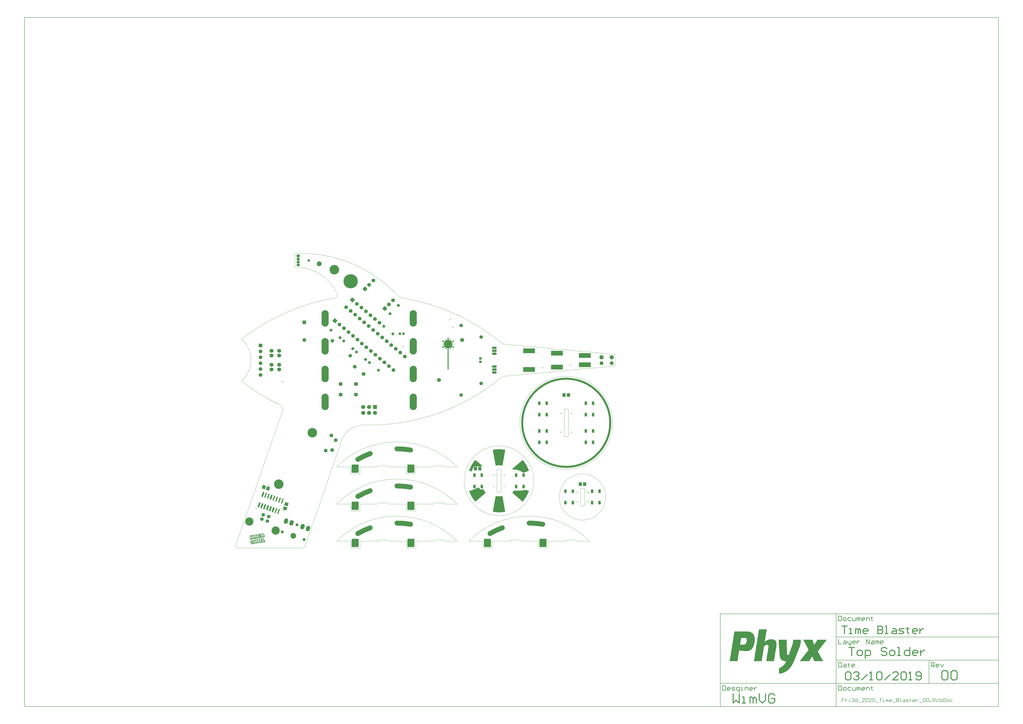
<source format=gts>
G04*
G04 #@! TF.GenerationSoftware,Altium Limited,Altium Designer,18.1.11 (251)*
G04*
G04 Layer_Color=8388736*
%FSLAX25Y25*%
%MOIN*%
G70*
G01*
G75*
%ADD10C,0.00984*%
%ADD11C,0.00787*%
%ADD16C,0.01575*%
%ADD17C,0.00197*%
%ADD26C,0.02362*%
%ADD27C,0.03347*%
%ADD28C,0.08268*%
G04:AMPARAMS|DCode=29|XSize=62.99mil|YSize=55.12mil|CornerRadius=0mil|HoleSize=0mil|Usage=FLASHONLY|Rotation=341.000|XOffset=0mil|YOffset=0mil|HoleType=Round|Shape=Rectangle|*
%AMROTATEDRECTD29*
4,1,4,-0.03875,-0.01580,-0.02081,0.03631,0.03875,0.01580,0.02081,-0.03631,-0.03875,-0.01580,0.0*
%
%ADD29ROTATEDRECTD29*%

G04:AMPARAMS|DCode=30|XSize=62.99mil|YSize=55.12mil|CornerRadius=0mil|HoleSize=0mil|Usage=FLASHONLY|Rotation=71.000|XOffset=0mil|YOffset=0mil|HoleType=Round|Shape=Rectangle|*
%AMROTATEDRECTD30*
4,1,4,0.01580,-0.03875,-0.03631,-0.02081,-0.01580,0.03875,0.03631,0.02081,0.01580,-0.03875,0.0*
%
%ADD30ROTATEDRECTD30*%

G04:AMPARAMS|DCode=31|XSize=19.68mil|YSize=90.55mil|CornerRadius=0mil|HoleSize=0mil|Usage=FLASHONLY|Rotation=161.000|XOffset=0mil|YOffset=0mil|HoleType=Round|Shape=Round|*
%AMOVALD31*
21,1,0.07087,0.01968,0.00000,0.00000,251.0*
1,1,0.01968,0.01154,0.03350*
1,1,0.01968,-0.01154,-0.03350*
%
%ADD31OVALD31*%

G04:AMPARAMS|DCode=32|XSize=27.56mil|YSize=90.55mil|CornerRadius=0mil|HoleSize=0mil|Usage=FLASHONLY|Rotation=161.000|XOffset=0mil|YOffset=0mil|HoleType=Round|Shape=Round|*
%AMOVALD32*
21,1,0.06299,0.02756,0.00000,0.00000,251.0*
1,1,0.02756,0.01025,0.02978*
1,1,0.02756,-0.01025,-0.02978*
%
%ADD32OVALD32*%

%ADD33R,0.04331X0.06299*%
G04:AMPARAMS|DCode=34|XSize=199.21mil|YSize=81.1mil|CornerRadius=5.12mil|HoleSize=0mil|Usage=FLASHONLY|Rotation=0.000|XOffset=0mil|YOffset=0mil|HoleType=Round|Shape=RoundedRectangle|*
%AMROUNDEDRECTD34*
21,1,0.19921,0.07087,0,0,0.0*
21,1,0.18898,0.08110,0,0,0.0*
1,1,0.01024,0.09449,-0.03543*
1,1,0.01024,-0.09449,-0.03543*
1,1,0.01024,-0.09449,0.03543*
1,1,0.01024,0.09449,0.03543*
%
%ADD34ROUNDEDRECTD34*%
%ADD35R,0.05512X0.06299*%
G04:AMPARAMS|DCode=36|XSize=141.73mil|YSize=122.05mil|CornerRadius=16.73mil|HoleSize=0mil|Usage=FLASHONLY|Rotation=90.000|XOffset=0mil|YOffset=0mil|HoleType=Round|Shape=RoundedRectangle|*
%AMROUNDEDRECTD36*
21,1,0.14173,0.08858,0,0,90.0*
21,1,0.10827,0.12205,0,0,90.0*
1,1,0.03347,0.04429,0.05413*
1,1,0.03347,0.04429,-0.05413*
1,1,0.03347,-0.04429,-0.05413*
1,1,0.03347,-0.04429,0.05413*
%
%ADD36ROUNDEDRECTD36*%
%ADD37C,0.06299*%
%ADD38P,0.08908X4X365.0*%
%ADD39C,0.16142*%
%ADD40C,0.06693*%
%ADD41C,0.06890*%
%ADD42R,0.06890X0.06890*%
%ADD43C,0.05984*%
%ADD44C,0.13976*%
%ADD45R,0.06299X0.06299*%
%ADD46R,0.06299X0.06299*%
%ADD47C,0.06299*%
%ADD48C,0.06394*%
%ADD49P,0.06125X4X185.0*%
G04:AMPARAMS|DCode=50|XSize=43.31mil|YSize=43.31mil|CornerRadius=11.81mil|HoleSize=0mil|Usage=FLASHONLY|Rotation=140.000|XOffset=0mil|YOffset=0mil|HoleType=Round|Shape=RoundedRectangle|*
%AMROUNDEDRECTD50*
21,1,0.04331,0.01968,0,0,140.0*
21,1,0.01968,0.04331,0,0,140.0*
1,1,0.02362,-0.00121,0.01387*
1,1,0.02362,0.01387,0.00121*
1,1,0.02362,0.00121,-0.01387*
1,1,0.02362,-0.01387,-0.00121*
%
%ADD50ROUNDEDRECTD50*%
%ADD51P,0.08908X4X95.0*%
%ADD52R,0.04331X0.04331*%
G04:AMPARAMS|DCode=53|XSize=43.31mil|YSize=43.31mil|CornerRadius=11.81mil|HoleSize=0mil|Usage=FLASHONLY|Rotation=0.000|XOffset=0mil|YOffset=0mil|HoleType=Round|Shape=RoundedRectangle|*
%AMROUNDEDRECTD53*
21,1,0.04331,0.01968,0,0,0.0*
21,1,0.01968,0.04331,0,0,0.0*
1,1,0.02362,0.00984,-0.00984*
1,1,0.02362,-0.00984,-0.00984*
1,1,0.02362,-0.00984,0.00984*
1,1,0.02362,0.00984,0.00984*
%
%ADD53ROUNDEDRECTD53*%
%ADD54C,0.05118*%
G04:AMPARAMS|DCode=55|XSize=94.49mil|YSize=66.93mil|CornerRadius=0mil|HoleSize=0mil|Usage=FLASHONLY|Rotation=71.000|XOffset=0mil|YOffset=0mil|HoleType=Round|Shape=Round|*
%AMOVALD55*
21,1,0.02756,0.06693,0.00000,0.00000,71.0*
1,1,0.06693,-0.00449,-0.01303*
1,1,0.06693,0.00449,0.01303*
%
%ADD55OVALD55*%

%ADD56C,0.09449*%
G04:AMPARAMS|DCode=57|XSize=43.31mil|YSize=43.31mil|CornerRadius=11.81mil|HoleSize=0mil|Usage=FLASHONLY|Rotation=270.000|XOffset=0mil|YOffset=0mil|HoleType=Round|Shape=RoundedRectangle|*
%AMROUNDEDRECTD57*
21,1,0.04331,0.01968,0,0,270.0*
21,1,0.01968,0.04331,0,0,270.0*
1,1,0.02362,-0.00984,-0.00984*
1,1,0.02362,-0.00984,0.00984*
1,1,0.02362,0.00984,0.00984*
1,1,0.02362,0.00984,-0.00984*
%
%ADD57ROUNDEDRECTD57*%
%ADD58R,0.04331X0.04331*%
G04:AMPARAMS|DCode=59|XSize=43.31mil|YSize=43.31mil|CornerRadius=11.81mil|HoleSize=0mil|Usage=FLASHONLY|Rotation=225.000|XOffset=0mil|YOffset=0mil|HoleType=Round|Shape=RoundedRectangle|*
%AMROUNDEDRECTD59*
21,1,0.04331,0.01968,0,0,225.0*
21,1,0.01968,0.04331,0,0,225.0*
1,1,0.02362,-0.01392,0.00000*
1,1,0.02362,0.00000,0.01392*
1,1,0.02362,0.01392,0.00000*
1,1,0.02362,0.00000,-0.01392*
%
%ADD59ROUNDEDRECTD59*%
%ADD60P,0.06125X4X270.0*%
%ADD61C,0.05906*%
%ADD62O,0.08268X0.04331*%
%ADD63O,0.08268X0.04331*%
%ADD64O,0.12205X0.27953*%
%ADD65O,0.05512X0.04921*%
G04:AMPARAMS|DCode=66|XSize=49.21mil|YSize=55.12mil|CornerRadius=13.29mil|HoleSize=0mil|Usage=FLASHONLY|Rotation=270.000|XOffset=0mil|YOffset=0mil|HoleType=Round|Shape=RoundedRectangle|*
%AMROUNDEDRECTD66*
21,1,0.04921,0.02854,0,0,270.0*
21,1,0.02264,0.05512,0,0,270.0*
1,1,0.02657,-0.01427,-0.01132*
1,1,0.02657,-0.01427,0.01132*
1,1,0.02657,0.01427,0.01132*
1,1,0.02657,0.01427,-0.01132*
%
%ADD66ROUNDEDRECTD66*%
G04:AMPARAMS|DCode=67|XSize=63.94mil|YSize=63.94mil|CornerRadius=16.97mil|HoleSize=0mil|Usage=FLASHONLY|Rotation=225.000|XOffset=0mil|YOffset=0mil|HoleType=Round|Shape=RoundedRectangle|*
%AMROUNDEDRECTD67*
21,1,0.06394,0.03000,0,0,225.0*
21,1,0.03000,0.06394,0,0,225.0*
1,1,0.03394,-0.02121,0.00000*
1,1,0.03394,0.00000,0.02121*
1,1,0.03394,0.02121,0.00000*
1,1,0.03394,0.00000,-0.02121*
%
%ADD67ROUNDEDRECTD67*%
G04:AMPARAMS|DCode=68|XSize=63.94mil|YSize=63.94mil|CornerRadius=16.97mil|HoleSize=0mil|Usage=FLASHONLY|Rotation=90.000|XOffset=0mil|YOffset=0mil|HoleType=Round|Shape=RoundedRectangle|*
%AMROUNDEDRECTD68*
21,1,0.06394,0.03000,0,0,90.0*
21,1,0.03000,0.06394,0,0,90.0*
1,1,0.03394,0.01500,0.01500*
1,1,0.03394,0.01500,-0.01500*
1,1,0.03394,-0.01500,-0.01500*
1,1,0.03394,-0.01500,0.01500*
%
%ADD68ROUNDEDRECTD68*%
%ADD69C,0.04331*%
%ADD70C,0.08268*%
%ADD71C,0.24016*%
%ADD72C,0.01575*%
G36*
X362398Y357739D02*
X362407D01*
X362472Y357733D01*
X362481Y357731D01*
X362491Y357730D01*
X362554Y357717D01*
X362564Y357715D01*
X362573Y357713D01*
X362635Y357694D01*
X362644Y357690D01*
X362653Y357687D01*
X362713Y357663D01*
X362722Y357658D01*
X362731Y357654D01*
X362788Y357624D01*
X362796Y357618D01*
X362805Y357614D01*
X362858Y357578D01*
X362866Y357572D01*
X362874Y357566D01*
X362924Y357525D01*
X362931Y357518D01*
X362938Y357512D01*
X362984Y357466D01*
X362990Y357459D01*
X362997Y357452D01*
X363038Y357402D01*
X363044Y357394D01*
X363050Y357386D01*
X363086Y357333D01*
X363090Y357324D01*
X363096Y357316D01*
X363126Y357259D01*
X363130Y357250D01*
X363135Y357241D01*
X363159Y357182D01*
X363162Y357172D01*
X363166Y357163D01*
X363185Y357101D01*
X363187Y357092D01*
X363189Y357082D01*
X363202Y357019D01*
X363203Y357009D01*
X363205Y357000D01*
X363211Y356935D01*
Y356926D01*
X363212Y356916D01*
Y356884D01*
X363212Y351526D01*
X363513Y352653D01*
X363513Y352653D01*
Y352653D01*
X363519Y352676D01*
X363523Y352687D01*
X363527Y352698D01*
X363544Y352742D01*
X363550Y352753D01*
X363555Y352764D01*
X363577Y352805D01*
X363584Y352815D01*
X363590Y352826D01*
X363618Y352864D01*
X363625Y352873D01*
X363632Y352883D01*
X363665Y352918D01*
X363673Y352926D01*
X363682Y352934D01*
X363718Y352965D01*
X363727Y352972D01*
X363737Y352980D01*
X363776Y353006D01*
X363787Y353012D01*
X363797Y353018D01*
X363839Y353040D01*
X363850Y353044D01*
X363861Y353049D01*
X363906Y353065D01*
X363917Y353068D01*
X363928Y353072D01*
X363974Y353083D01*
X363986Y353084D01*
X363998Y353087D01*
X364045Y353092D01*
X364057Y353092D01*
X364069Y353093D01*
X364116Y353093D01*
X364128Y353092D01*
X364140Y353091D01*
X364187Y353085D01*
X364199Y353082D01*
X364211Y353081D01*
X364257Y353069D01*
X364268Y353065D01*
X364279Y353062D01*
X364323Y353044D01*
X364334Y353039D01*
X364345Y353034D01*
X364387Y353012D01*
X364397Y353005D01*
X364407Y352999D01*
X364446Y352972D01*
X364455Y352965D01*
X364465Y352958D01*
X364500Y352926D01*
X364508Y352917D01*
X364517Y352909D01*
X364548Y352873D01*
X364555Y352864D01*
X364563Y352854D01*
X364590Y352815D01*
X364595Y352805D01*
X364602Y352795D01*
X364624Y352753D01*
X364628Y352742D01*
X364633Y352731D01*
X364650Y352687D01*
X364653Y352675D01*
X364657Y352664D01*
X364669Y352618D01*
X364670Y352606D01*
X364673Y352594D01*
X364679Y352547D01*
X364679Y352535D01*
X364680Y352523D01*
Y352500D01*
Y352487D01*
X364679Y352480D01*
X364680Y352474D01*
X364678Y352448D01*
X364677Y352442D01*
X364677Y352435D01*
X364673Y352410D01*
X364672Y352403D01*
X364671Y352397D01*
X364666Y352372D01*
X364664Y352365D01*
X364663Y352359D01*
X364660Y352347D01*
X364660Y352347D01*
X364222Y350707D01*
X365889Y353590D01*
X365889Y353590D01*
X365903Y353615D01*
X365909Y353624D01*
X365915Y353633D01*
X365949Y353680D01*
X365956Y353688D01*
X365963Y353696D01*
X366001Y353739D01*
X366009Y353746D01*
X366017Y353754D01*
X366060Y353792D01*
X366069Y353798D01*
X366077Y353805D01*
X366124Y353838D01*
X366134Y353843D01*
X366143Y353849D01*
X366193Y353877D01*
X366203Y353881D01*
X366213Y353886D01*
X366266Y353908D01*
X366276Y353911D01*
X366286Y353916D01*
X366341Y353932D01*
X366352Y353934D01*
X366362Y353937D01*
X366419Y353946D01*
X366430Y353947D01*
X366440Y353949D01*
X366498Y353953D01*
X366509Y353953D01*
X366519Y353953D01*
X366577Y353951D01*
X366588Y353949D01*
X366598Y353948D01*
X366655Y353940D01*
X366666Y353937D01*
X366676Y353935D01*
X366732Y353920D01*
X366742Y353917D01*
X366753Y353914D01*
X366806Y353893D01*
X366816Y353888D01*
X366826Y353884D01*
X366877Y353857D01*
X366886Y353851D01*
X366895Y353846D01*
X366943Y353814D01*
X366952Y353807D01*
X366961Y353801D01*
X367005Y353764D01*
X367012Y353757D01*
X367020Y353750D01*
X367060Y353708D01*
X367067Y353699D01*
X367074Y353692D01*
X367109Y353646D01*
X367115Y353637D01*
X367121Y353628D01*
X367151Y353579D01*
X367156Y353569D01*
X367161Y353560D01*
X367186Y353508D01*
X367189Y353498D01*
X367194Y353488D01*
X367212Y353433D01*
X367215Y353423D01*
X367218Y353412D01*
X367231Y353356D01*
X367232Y353345D01*
X367234Y353335D01*
X367240Y353278D01*
X367240Y353267D01*
X367242Y353256D01*
Y353227D01*
Y353210D01*
X367241Y353204D01*
X367241Y353197D01*
X367239Y353163D01*
X367238Y353156D01*
X367237Y353150D01*
X367233Y353116D01*
X367231Y353109D01*
X367231Y353103D01*
X367224Y353069D01*
X367222Y353063D01*
X367221Y353056D01*
X367212Y353023D01*
X367210Y353017D01*
X367209Y353011D01*
X367197Y352978D01*
X367195Y352972D01*
X367193Y352966D01*
X367180Y352934D01*
X367177Y352928D01*
X367174Y352922D01*
X367159Y352891D01*
X367156Y352886D01*
X367153Y352880D01*
X367144Y352865D01*
X367144Y352865D01*
X367144Y352865D01*
X365495Y350011D01*
X366661Y351179D01*
X366677Y351196D01*
X366686Y351203D01*
X366695Y351211D01*
X366732Y351240D01*
X366741Y351247D01*
X366751Y351254D01*
X366790Y351278D01*
X366801Y351283D01*
X366811Y351289D01*
X366853Y351308D01*
X366864Y351312D01*
X366875Y351317D01*
X366919Y351331D01*
X366931Y351334D01*
X366942Y351337D01*
X366988Y351346D01*
X366999Y351348D01*
X367011Y351350D01*
X367057Y351353D01*
X367069Y351353D01*
X367081Y351354D01*
X367127Y351352D01*
X367139Y351350D01*
X367150Y351350D01*
X367197Y351343D01*
X367208Y351340D01*
X367219Y351338D01*
X367264Y351325D01*
X367275Y351321D01*
X367286Y351317D01*
X367329Y351299D01*
X367340Y351294D01*
X367350Y351289D01*
X367391Y351267D01*
X367401Y351260D01*
X367411Y351254D01*
X367448Y351226D01*
X367457Y351219D01*
X367467Y351212D01*
X367501Y351180D01*
X367509Y351171D01*
X367517Y351163D01*
X367547Y351128D01*
X367554Y351118D01*
X367561Y351109D01*
X367587Y351070D01*
X367593Y351060D01*
X367599Y351050D01*
X367620Y351009D01*
X367625Y350998D01*
X367630Y350987D01*
X367646Y350943D01*
X367649Y350932D01*
X367653Y350921D01*
X367664Y350876D01*
X367665Y350864D01*
X367668Y350853D01*
X367673Y350807D01*
X367673Y350795D01*
X367674Y350783D01*
Y350760D01*
Y350741D01*
X367673Y350731D01*
Y350721D01*
X367670Y350682D01*
X367668Y350673D01*
X367667Y350663D01*
X367659Y350625D01*
X367656Y350616D01*
X367655Y350606D01*
X367643Y350569D01*
X367640Y350560D01*
X367637Y350551D01*
X367622Y350515D01*
X367617Y350507D01*
X367614Y350498D01*
X367595Y350463D01*
X367590Y350455D01*
X367585Y350447D01*
X367564Y350414D01*
X367558Y350407D01*
X367552Y350399D01*
X367528Y350369D01*
X367521Y350362D01*
X367515Y350354D01*
X367501Y350341D01*
X367501Y350341D01*
X367501Y350341D01*
X367501Y350341D01*
X366655Y349493D01*
X371338Y352200D01*
X371338Y352200D01*
X371368Y352217D01*
X371377Y352221D01*
X371387Y352227D01*
X371450Y352255D01*
X371460Y352258D01*
X371469Y352262D01*
X371535Y352284D01*
X371545Y352286D01*
X371555Y352289D01*
X371622Y352303D01*
X371633Y352305D01*
X371643Y352307D01*
X371711Y352314D01*
X371722Y352314D01*
X371732Y352315D01*
X371801Y352315D01*
X371812Y352314D01*
X371822Y352314D01*
X371891Y352307D01*
X371901Y352305D01*
X371911Y352304D01*
X371979Y352289D01*
X371988Y352286D01*
X371999Y352284D01*
X372064Y352262D01*
X372074Y352258D01*
X372084Y352255D01*
X372147Y352227D01*
X372156Y352222D01*
X372165Y352218D01*
X372225Y352183D01*
X372233Y352177D01*
X372242Y352172D01*
X372298Y352131D01*
X372306Y352124D01*
X372314Y352118D01*
X372366Y352072D01*
X372373Y352064D01*
X372380Y352057D01*
X372427Y352006D01*
X372433Y351998D01*
X372440Y351990D01*
X372480Y351934D01*
X372485Y351925D01*
X372492Y351917D01*
X372526Y351857D01*
X372530Y351847D01*
X372535Y351838D01*
X372564Y351775D01*
X372567Y351765D01*
X372571Y351756D01*
X372592Y351690D01*
X372595Y351680D01*
X372598Y351670D01*
X372612Y351603D01*
X372613Y351592D01*
X372615Y351582D01*
X372623Y351514D01*
X372623Y351503D01*
X372624Y351493D01*
Y351458D01*
Y351430D01*
X372623Y351421D01*
X372623Y351412D01*
X372618Y351355D01*
X372616Y351346D01*
X372616Y351338D01*
X372606Y351281D01*
X372603Y351273D01*
X372602Y351264D01*
X372587Y351209D01*
X372584Y351201D01*
X372582Y351192D01*
X372562Y351138D01*
X372558Y351131D01*
X372556Y351122D01*
X372531Y351070D01*
X372527Y351063D01*
X372523Y351055D01*
X372495Y351005D01*
X372490Y350998D01*
X372485Y350991D01*
X372452Y350943D01*
X372447Y350937D01*
X372442Y350930D01*
X372405Y350886D01*
X372399Y350880D01*
X372393Y350873D01*
X372353Y350832D01*
X372346Y350827D01*
X372340Y350821D01*
X372296Y350784D01*
X372289Y350779D01*
X372282Y350773D01*
X372235Y350740D01*
X372228Y350736D01*
X372221Y350731D01*
X372196Y350717D01*
X372196Y350716D01*
X367604Y348063D01*
X368665Y348348D01*
X368665D01*
X368665Y348348D01*
X368687Y348354D01*
X368698Y348356D01*
X368709Y348358D01*
X368754Y348365D01*
X368765Y348366D01*
X368776Y348367D01*
X368822Y348369D01*
X368833Y348368D01*
X368845Y348368D01*
X368890Y348364D01*
X368901Y348362D01*
X368912Y348361D01*
X368957Y348353D01*
X368968Y348349D01*
X368979Y348347D01*
X369022Y348333D01*
X369032Y348328D01*
X369043Y348325D01*
X369084Y348306D01*
X369094Y348301D01*
X369104Y348296D01*
X369143Y348272D01*
X369152Y348266D01*
X369162Y348260D01*
X369198Y348232D01*
X369207Y348224D01*
X369215Y348217D01*
X369248Y348186D01*
X369255Y348177D01*
X369263Y348169D01*
X369292Y348134D01*
X369299Y348125D01*
X369305Y348116D01*
X369330Y348077D01*
X369335Y348067D01*
X369341Y348058D01*
X369361Y348017D01*
X369365Y348007D01*
X369370Y347996D01*
X369386Y347954D01*
X369388Y347942D01*
X369392Y347932D01*
X369402Y347887D01*
X369404Y347876D01*
X369406Y347865D01*
X369411Y347820D01*
X369411Y347809D01*
X369413Y347797D01*
Y347775D01*
Y347753D01*
X369411Y347742D01*
X369411Y347732D01*
X369407Y347689D01*
X369405Y347678D01*
X369403Y347668D01*
X369394Y347625D01*
X369391Y347615D01*
X369388Y347605D01*
X369374Y347564D01*
X369370Y347554D01*
X369366Y347544D01*
X369348Y347505D01*
X369342Y347495D01*
X369338Y347485D01*
X369315Y347449D01*
X369309Y347440D01*
X369303Y347431D01*
X369277Y347397D01*
X369270Y347389D01*
X369263Y347380D01*
X369233Y347349D01*
X369225Y347342D01*
X369217Y347334D01*
X369184Y347306D01*
X369175Y347300D01*
X369167Y347294D01*
X369131Y347270D01*
X369122Y347265D01*
X369113Y347259D01*
X369074Y347239D01*
X369064Y347235D01*
X369055Y347230D01*
X369015Y347214D01*
X369004Y347211D01*
X368994Y347207D01*
X368973Y347202D01*
X368973Y347202D01*
X367275Y346745D01*
X370674Y346743D01*
D01*
X370700Y346743D01*
X370710Y346742D01*
X370720Y346742D01*
X370771Y346737D01*
X370781Y346735D01*
X370791Y346734D01*
X370841Y346724D01*
X370851Y346722D01*
X370860Y346720D01*
X370910Y346705D01*
X370919Y346701D01*
X370928Y346698D01*
X370976Y346678D01*
X370984Y346674D01*
X370993Y346670D01*
X371039Y346645D01*
X371047Y346640D01*
X371056Y346636D01*
X371099Y346607D01*
X371106Y346601D01*
X371114Y346595D01*
X371154Y346562D01*
X371161Y346555D01*
X371169Y346549D01*
X371205Y346513D01*
X371211Y346505D01*
X371218Y346498D01*
X371251Y346458D01*
X371257Y346450D01*
X371263Y346443D01*
X371291Y346399D01*
X371296Y346391D01*
X371302Y346383D01*
X371326Y346337D01*
X371330Y346328D01*
X371334Y346320D01*
X371354Y346272D01*
X371357Y346263D01*
X371360Y346253D01*
X371376Y346204D01*
X371377Y346194D01*
X371380Y346185D01*
X371390Y346134D01*
X371391Y346125D01*
X371393Y346115D01*
X371398Y346064D01*
Y346054D01*
X371399Y346044D01*
Y346018D01*
Y345992D01*
X371398Y345983D01*
Y345973D01*
X371393Y345921D01*
X371391Y345912D01*
X371390Y345902D01*
X371380Y345851D01*
X371377Y345842D01*
X371375Y345832D01*
X371360Y345783D01*
X371357Y345774D01*
X371354Y345765D01*
X371334Y345717D01*
X371329Y345708D01*
X371326Y345699D01*
X371301Y345654D01*
X371296Y345645D01*
X371291Y345637D01*
X371263Y345594D01*
X371256Y345586D01*
X371251Y345578D01*
X371218Y345538D01*
X371211Y345531D01*
X371205Y345524D01*
X371168Y345487D01*
X371161Y345481D01*
X371154Y345474D01*
X371114Y345441D01*
X371106Y345436D01*
X371098Y345430D01*
X371055Y345401D01*
X371047Y345396D01*
X371039Y345391D01*
X370993Y345367D01*
X370984Y345363D01*
X370975Y345358D01*
X370927Y345338D01*
X370918Y345336D01*
X370909Y345332D01*
X370860Y345317D01*
X370850Y345315D01*
X370841Y345312D01*
X370790Y345302D01*
X370780Y345301D01*
X370771Y345299D01*
X370719Y345294D01*
X370709Y345294D01*
X370700Y345293D01*
X370674Y345293D01*
X370674Y345293D01*
X370674Y345293D01*
X370674D01*
X370674Y345293D01*
X367434Y345295D01*
X368975Y344883D01*
X368975Y344883D01*
X368975D01*
X368996Y344878D01*
X369006Y344874D01*
X369017Y344871D01*
X369057Y344855D01*
X369067Y344850D01*
X369077Y344846D01*
X369115Y344826D01*
X369124Y344820D01*
X369134Y344815D01*
X369170Y344791D01*
X369178Y344784D01*
X369187Y344778D01*
X369220Y344751D01*
X369228Y344743D01*
X369236Y344736D01*
X369266Y344705D01*
X369272Y344696D01*
X369280Y344688D01*
X369306Y344654D01*
X369312Y344645D01*
X369318Y344636D01*
X369341Y344599D01*
X369345Y344590D01*
X369351Y344580D01*
X369369Y344541D01*
X369373Y344531D01*
X369377Y344521D01*
X369391Y344480D01*
X369394Y344470D01*
X369397Y344459D01*
X369406Y344417D01*
X369408Y344406D01*
X369410Y344396D01*
X369415Y344353D01*
X369415Y344342D01*
X369416Y344331D01*
Y344310D01*
Y344287D01*
X369415Y344276D01*
X369414Y344264D01*
X369409Y344219D01*
X369407Y344208D01*
X369405Y344197D01*
X369395Y344153D01*
X369391Y344142D01*
X369389Y344131D01*
X369373Y344089D01*
X369369Y344078D01*
X369365Y344068D01*
X369345Y344027D01*
X369339Y344017D01*
X369334Y344007D01*
X369309Y343969D01*
X369302Y343960D01*
X369296Y343951D01*
X369267Y343916D01*
X369259Y343908D01*
X369251Y343899D01*
X369219Y343868D01*
X369210Y343861D01*
X369202Y343853D01*
X369166Y343825D01*
X369156Y343819D01*
X369147Y343812D01*
X369108Y343789D01*
X369098Y343784D01*
X369088Y343779D01*
X369047Y343760D01*
X369036Y343756D01*
X369026Y343752D01*
X368983Y343738D01*
X368971Y343735D01*
X368961Y343732D01*
X368916Y343723D01*
X368905Y343722D01*
X368894Y343720D01*
X368849Y343716D01*
X368837Y343717D01*
X368826Y343716D01*
X368781Y343717D01*
X368770Y343719D01*
X368758Y343719D01*
X368713Y343726D01*
X368702Y343729D01*
X368691Y343730D01*
X368669Y343736D01*
X368669D01*
X367504Y344047D01*
X372173Y341348D01*
X372173Y341348D01*
X372198Y341333D01*
X372205Y341328D01*
X372213Y341324D01*
X372260Y341291D01*
X372266Y341285D01*
X372273Y341280D01*
X372318Y341243D01*
X372324Y341237D01*
X372330Y341232D01*
X372371Y341191D01*
X372376Y341184D01*
X372382Y341178D01*
X372420Y341134D01*
X372424Y341127D01*
X372430Y341121D01*
X372463Y341073D01*
X372467Y341066D01*
X372472Y341059D01*
X372501Y341009D01*
X372504Y341001D01*
X372509Y340994D01*
X372533Y340942D01*
X372536Y340933D01*
X372540Y340926D01*
X372559Y340872D01*
X372562Y340863D01*
X372565Y340855D01*
X372580Y340800D01*
X372581Y340791D01*
X372583Y340783D01*
X372593Y340726D01*
X372594Y340718D01*
X372595Y340709D01*
X372601Y340652D01*
X372600Y340643D01*
X372601Y340635D01*
Y340606D01*
Y340571D01*
X372600Y340561D01*
X372600Y340551D01*
X372593Y340482D01*
X372591Y340472D01*
X372590Y340461D01*
X372575Y340394D01*
X372572Y340384D01*
X372570Y340374D01*
X372549Y340308D01*
X372544Y340299D01*
X372541Y340289D01*
X372513Y340226D01*
X372508Y340217D01*
X372504Y340207D01*
X372469Y340147D01*
X372463Y340139D01*
X372458Y340130D01*
X372417Y340074D01*
X372410Y340067D01*
X372404Y340058D01*
X372358Y340007D01*
X372350Y340000D01*
X372343Y339992D01*
X372292Y339946D01*
X372284Y339940D01*
X372276Y339933D01*
X372220Y339892D01*
X372211Y339887D01*
X372202Y339881D01*
X372143Y339847D01*
X372133Y339842D01*
X372124Y339837D01*
X372061Y339809D01*
X372051Y339806D01*
X372042Y339802D01*
X371976Y339780D01*
X371966Y339778D01*
X371956Y339775D01*
X371888Y339761D01*
X371878Y339759D01*
X371868Y339757D01*
X371799Y339750D01*
X371789Y339750D01*
X371779Y339749D01*
X371709Y339749D01*
X371699Y339750D01*
X371689Y339750D01*
X371620Y339758D01*
X371610Y339760D01*
X371600Y339761D01*
X371532Y339775D01*
X371522Y339778D01*
X371512Y339781D01*
X371446Y339802D01*
X371437Y339806D01*
X371427Y339809D01*
X371364Y339838D01*
X371355Y339843D01*
X371346Y339847D01*
X371316Y339864D01*
X371316Y339864D01*
X366716Y342524D01*
X367522Y341719D01*
X367522Y341719D01*
X367522Y341719D01*
X367535Y341705D01*
X367542Y341698D01*
X367549Y341691D01*
X367573Y341661D01*
X367579Y341653D01*
X367585Y341646D01*
X367606Y341613D01*
X367611Y341605D01*
X367617Y341597D01*
X367635Y341562D01*
X367639Y341553D01*
X367643Y341545D01*
X367658Y341509D01*
X367661Y341499D01*
X367665Y341490D01*
X367676Y341453D01*
X367678Y341444D01*
X367681Y341434D01*
X367688Y341396D01*
X367689Y341387D01*
X367691Y341377D01*
X367695Y341338D01*
Y341328D01*
X367696Y341319D01*
Y341299D01*
Y341276D01*
X367695Y341264D01*
X367695Y341253D01*
X367689Y341206D01*
X367687Y341195D01*
X367685Y341183D01*
X367674Y341138D01*
X367670Y341127D01*
X367667Y341116D01*
X367651Y341072D01*
X367646Y341062D01*
X367642Y341051D01*
X367621Y341009D01*
X367615Y340999D01*
X367609Y340989D01*
X367583Y340950D01*
X367576Y340941D01*
X367569Y340932D01*
X367539Y340896D01*
X367530Y340888D01*
X367523Y340879D01*
X367488Y340848D01*
X367479Y340841D01*
X367470Y340833D01*
X367433Y340806D01*
X367423Y340800D01*
X367413Y340793D01*
X367372Y340770D01*
X367362Y340766D01*
X367351Y340760D01*
X367308Y340742D01*
X367297Y340739D01*
X367286Y340735D01*
X367241Y340722D01*
X367230Y340720D01*
X367219Y340717D01*
X367173Y340709D01*
X367161Y340709D01*
X367149Y340707D01*
X367103Y340705D01*
X367091Y340706D01*
X367079Y340706D01*
X367033Y340709D01*
X367022Y340711D01*
X367010Y340713D01*
X366964Y340722D01*
X366953Y340725D01*
X366942Y340727D01*
X366897Y340742D01*
X366887Y340747D01*
X366876Y340750D01*
X366833Y340770D01*
X366823Y340776D01*
X366813Y340781D01*
X366773Y340805D01*
X366764Y340812D01*
X366754Y340818D01*
X366717Y340847D01*
X366709Y340855D01*
X366700Y340863D01*
X366683Y340879D01*
D01*
X366683Y340879D01*
X366683Y340879D01*
X366683Y340879D01*
X365439Y342121D01*
X367138Y339175D01*
X367138Y339175D01*
X367146Y339160D01*
X367149Y339154D01*
X367153Y339149D01*
X367168Y339118D01*
X367170Y339112D01*
X367173Y339106D01*
X367186Y339074D01*
X367188Y339068D01*
X367191Y339062D01*
X367202Y339030D01*
X367203Y339023D01*
X367206Y339017D01*
X367215Y338984D01*
X367216Y338978D01*
X367217Y338971D01*
X367224Y338937D01*
X367225Y338931D01*
X367226Y338925D01*
X367231Y338891D01*
X367231Y338884D01*
X367232Y338878D01*
X367234Y338843D01*
X367234Y338837D01*
X367235Y338830D01*
Y338813D01*
Y338784D01*
X367234Y338773D01*
X367234Y338763D01*
X367227Y338705D01*
X367225Y338695D01*
X367224Y338684D01*
X367211Y338628D01*
X367208Y338618D01*
X367206Y338607D01*
X367187Y338553D01*
X367183Y338543D01*
X367179Y338533D01*
X367155Y338480D01*
X367149Y338471D01*
X367144Y338461D01*
X367115Y338412D01*
X367108Y338404D01*
X367102Y338394D01*
X367067Y338349D01*
X367060Y338341D01*
X367053Y338332D01*
X367014Y338291D01*
X367005Y338284D01*
X366998Y338276D01*
X366954Y338239D01*
X366945Y338233D01*
X366936Y338226D01*
X366888Y338194D01*
X366879Y338189D01*
X366870Y338183D01*
X366819Y338157D01*
X366809Y338153D01*
X366799Y338148D01*
X366745Y338127D01*
X366735Y338124D01*
X366725Y338120D01*
X366669Y338105D01*
X366659Y338103D01*
X366648Y338101D01*
X366591Y338092D01*
X366581Y338091D01*
X366570Y338090D01*
X366512Y338087D01*
X366502Y338088D01*
X366491Y338088D01*
X366433Y338091D01*
X366423Y338093D01*
X366412Y338094D01*
X366355Y338104D01*
X366345Y338107D01*
X366334Y338109D01*
X366279Y338125D01*
X366269Y338129D01*
X366259Y338132D01*
X366205Y338154D01*
X366196Y338159D01*
X366186Y338163D01*
X366136Y338191D01*
X366127Y338197D01*
X366117Y338203D01*
X366070Y338236D01*
X366062Y338243D01*
X366053Y338249D01*
X366010Y338287D01*
X366002Y338295D01*
X365994Y338302D01*
X365955Y338345D01*
X365949Y338353D01*
X365942Y338361D01*
X365908Y338408D01*
X365902Y338417D01*
X365896Y338426D01*
X365882Y338451D01*
X365882Y338451D01*
X364255Y341271D01*
X364672Y339722D01*
X364672Y339722D01*
X364672Y339722D01*
X364675Y339709D01*
X364676Y339703D01*
X364678Y339697D01*
X364683Y339671D01*
X364684Y339665D01*
X364685Y339658D01*
X364688Y339633D01*
X364689Y339626D01*
X364690Y339620D01*
X364691Y339594D01*
X364691Y339587D01*
X364692Y339581D01*
Y339568D01*
Y339544D01*
X364691Y339532D01*
X364690Y339520D01*
X364685Y339473D01*
X364682Y339461D01*
X364681Y339450D01*
X364669Y339404D01*
X364665Y339392D01*
X364662Y339381D01*
X364646Y339336D01*
X364640Y339326D01*
X364636Y339315D01*
X364614Y339273D01*
X364608Y339263D01*
X364602Y339252D01*
X364575Y339213D01*
X364567Y339204D01*
X364560Y339194D01*
X364529Y339159D01*
X364520Y339151D01*
X364512Y339142D01*
X364477Y339110D01*
X364468Y339103D01*
X364458Y339095D01*
X364420Y339068D01*
X364409Y339062D01*
X364399Y339056D01*
X364357Y339033D01*
X364347Y339029D01*
X364336Y339023D01*
X364292Y339006D01*
X364280Y339003D01*
X364269Y338999D01*
X364223Y338987D01*
X364211Y338985D01*
X364200Y338983D01*
X364153Y338976D01*
X364141Y338976D01*
X364129Y338974D01*
X364082Y338974D01*
X364070Y338975D01*
X364058Y338975D01*
X364011Y338980D01*
X363999Y338983D01*
X363987Y338984D01*
X363941Y338995D01*
X363930Y338999D01*
X363918Y339002D01*
X363874Y339018D01*
X363863Y339023D01*
X363852Y339027D01*
X363809Y339049D01*
X363799Y339055D01*
X363789Y339061D01*
X363749Y339087D01*
X363740Y339095D01*
X363730Y339102D01*
X363694Y339132D01*
X363686Y339141D01*
X363677Y339149D01*
X363645Y339184D01*
X363638Y339193D01*
X363630Y339202D01*
X363602Y339241D01*
X363597Y339251D01*
X363590Y339261D01*
X363567Y339303D01*
X363562Y339314D01*
X363557Y339324D01*
X363539Y339368D01*
X363536Y339380D01*
X363531Y339391D01*
X363525Y339414D01*
X363525Y339414D01*
X363212Y340578D01*
Y303578D01*
Y303545D01*
X363211Y303536D01*
Y303526D01*
X363205Y303462D01*
X363203Y303452D01*
X363202Y303443D01*
X363189Y303379D01*
X363187Y303370D01*
X363185Y303360D01*
X363166Y303298D01*
X363162Y303289D01*
X363159Y303280D01*
X363135Y303220D01*
X363130Y303211D01*
X363126Y303203D01*
X363096Y303145D01*
X363090Y303137D01*
X363086Y303129D01*
X363050Y303075D01*
X363044Y303067D01*
X363038Y303059D01*
X362997Y303009D01*
X362990Y303003D01*
X362984Y302995D01*
X362938Y302949D01*
X362931Y302943D01*
X362924Y302936D01*
X362874Y302895D01*
X362866Y302890D01*
X362858Y302884D01*
X362805Y302848D01*
X362796Y302843D01*
X362788Y302838D01*
X362731Y302807D01*
X362722Y302803D01*
X362713Y302799D01*
X362653Y302774D01*
X362644Y302771D01*
X362635Y302767D01*
X362573Y302749D01*
X362564Y302747D01*
X362554Y302744D01*
X362491Y302731D01*
X362481Y302730D01*
X362472Y302728D01*
X362407Y302722D01*
X362398D01*
X362388Y302721D01*
X362323D01*
X362314Y302722D01*
X362304D01*
X362239Y302728D01*
X362230Y302730D01*
X362220Y302731D01*
X362157Y302744D01*
X362147Y302747D01*
X362138Y302749D01*
X362076Y302767D01*
X362067Y302771D01*
X362057Y302774D01*
X361998Y302799D01*
X361989Y302803D01*
X361980Y302807D01*
X361923Y302838D01*
X361915Y302843D01*
X361906Y302848D01*
X361853Y302884D01*
X361845Y302890D01*
X361837Y302895D01*
X361787Y302936D01*
X361780Y302943D01*
X361773Y302949D01*
X361727Y302995D01*
X361721Y303002D01*
X361714Y303009D01*
X361673Y303059D01*
X361667Y303067D01*
X361661Y303075D01*
X361625Y303129D01*
X361621Y303137D01*
X361615Y303145D01*
X361585Y303203D01*
X361581Y303211D01*
X361576Y303220D01*
X361552Y303280D01*
X361549Y303289D01*
X361545Y303298D01*
X361526Y303360D01*
X361524Y303370D01*
X361522Y303379D01*
X361509Y303443D01*
X361508Y303452D01*
X361506Y303462D01*
X361500Y303526D01*
Y303536D01*
X361499Y303545D01*
Y303578D01*
X361499Y340505D01*
X361207Y339411D01*
Y339411D01*
X361200Y339386D01*
X361195Y339374D01*
X361192Y339362D01*
X361172Y339314D01*
X361166Y339302D01*
X361161Y339291D01*
X361135Y339246D01*
X361127Y339235D01*
X361120Y339224D01*
X361089Y339183D01*
X361080Y339174D01*
X361072Y339164D01*
X361035Y339127D01*
X361025Y339119D01*
X361016Y339110D01*
X360975Y339078D01*
X360964Y339071D01*
X360953Y339064D01*
X360908Y339038D01*
X360896Y339033D01*
X360885Y339026D01*
X360837Y339006D01*
X360825Y339003D01*
X360813Y338998D01*
X360763Y338985D01*
X360750Y338983D01*
X360737Y338980D01*
X360686Y338973D01*
X360673Y338972D01*
X360660Y338971D01*
X360608Y338971D01*
X360595Y338972D01*
X360582Y338973D01*
X360531Y338979D01*
X360518Y338982D01*
X360505Y338984D01*
X360455Y338998D01*
X360443Y339002D01*
X360431Y339006D01*
X360383Y339026D01*
X360371Y339032D01*
X360360Y339037D01*
X360315Y339063D01*
X360304Y339071D01*
X360293Y339078D01*
X360252Y339109D01*
X360243Y339118D01*
X360232Y339126D01*
X360196Y339163D01*
X360188Y339173D01*
X360179Y339182D01*
X360147Y339223D01*
X360140Y339234D01*
X360133Y339245D01*
X360107Y339290D01*
X360101Y339301D01*
X360095Y339313D01*
X360075Y339361D01*
X360071Y339373D01*
X360067Y339385D01*
X360053Y339435D01*
X360051Y339448D01*
X360048Y339461D01*
X360042Y339512D01*
X360041Y339525D01*
X360040Y339538D01*
X360040Y339590D01*
X360041Y339603D01*
X360041Y339616D01*
X360048Y339667D01*
X360051Y339680D01*
X360053Y339692D01*
X360060Y339718D01*
X360060Y339718D01*
X360501Y341371D01*
X358816Y338455D01*
X358816Y338455D01*
X358816Y338455D01*
X358815Y338454D01*
X358815Y338454D01*
X358801Y338428D01*
X358794Y338419D01*
X358788Y338410D01*
X358753Y338362D01*
X358746Y338354D01*
X358739Y338345D01*
X358699Y338302D01*
X358690Y338294D01*
X358683Y338286D01*
X358638Y338248D01*
X358629Y338241D01*
X358620Y338234D01*
X358571Y338201D01*
X358562Y338196D01*
X358552Y338189D01*
X358500Y338162D01*
X358490Y338158D01*
X358480Y338153D01*
X358425Y338131D01*
X358414Y338128D01*
X358403Y338124D01*
X358346Y338109D01*
X358335Y338107D01*
X358325Y338104D01*
X358266Y338095D01*
X358255Y338095D01*
X358244Y338093D01*
X358185Y338091D01*
X358174Y338092D01*
X358163Y338092D01*
X358103Y338096D01*
X358092Y338098D01*
X358082Y338099D01*
X358023Y338110D01*
X358013Y338113D01*
X358002Y338115D01*
X357945Y338133D01*
X357935Y338137D01*
X357924Y338141D01*
X357870Y338164D01*
X357860Y338170D01*
X357850Y338174D01*
X357799Y338204D01*
X357790Y338210D01*
X357781Y338216D01*
X357733Y338251D01*
X357725Y338259D01*
X357716Y338265D01*
X357672Y338306D01*
X357665Y338314D01*
X357657Y338322D01*
X357618Y338367D01*
X357612Y338376D01*
X357605Y338384D01*
X357572Y338433D01*
X357566Y338443D01*
X357560Y338452D01*
X357533Y338505D01*
X357528Y338515D01*
X357523Y338525D01*
X357502Y338580D01*
X357499Y338591D01*
X357495Y338601D01*
X357479Y338658D01*
X357478Y338669D01*
X357475Y338680D01*
X357466Y338738D01*
X357466Y338750D01*
X357464Y338760D01*
X357462Y338820D01*
X357463Y338831D01*
X357462Y338842D01*
X357467Y338901D01*
X357469Y338912D01*
X357470Y338923D01*
X357481Y338981D01*
X357484Y338992D01*
X357486Y339003D01*
X357504Y339059D01*
X357508Y339069D01*
X357511Y339080D01*
X357535Y339134D01*
X357540Y339144D01*
X357545Y339154D01*
X357560Y339180D01*
X357560Y339180D01*
X359209Y342033D01*
X358043Y340865D01*
X358043Y340865D01*
X358043Y340865D01*
X358025Y340847D01*
X358015Y340838D01*
X358005Y340830D01*
X357964Y340798D01*
X357953Y340791D01*
X357943Y340784D01*
X357898Y340758D01*
X357886Y340752D01*
X357874Y340746D01*
X357827Y340726D01*
X357814Y340722D01*
X357802Y340718D01*
X357752Y340704D01*
X357739Y340702D01*
X357727Y340699D01*
X357675Y340693D01*
X357662Y340692D01*
X357649Y340691D01*
X357598Y340691D01*
X357585Y340692D01*
X357572Y340692D01*
X357520Y340699D01*
X357508Y340702D01*
X357495Y340704D01*
X357445Y340718D01*
X357433Y340722D01*
X357420Y340726D01*
X357372Y340746D01*
X357361Y340752D01*
X357349Y340757D01*
X357304Y340783D01*
X357294Y340791D01*
X357283Y340797D01*
X357242Y340829D01*
X357232Y340838D01*
X357222Y340846D01*
X357185Y340883D01*
X357177Y340893D01*
X357168Y340902D01*
X357137Y340943D01*
X357130Y340954D01*
X357122Y340965D01*
X357096Y341009D01*
X357091Y341021D01*
X357085Y341033D01*
X357065Y341081D01*
X357061Y341093D01*
X357057Y341105D01*
X357043Y341155D01*
X357041Y341168D01*
X357038Y341181D01*
X357031Y341232D01*
X357031Y341245D01*
X357030Y341258D01*
X357029Y341310D01*
X357031Y341323D01*
X357031Y341336D01*
X357038Y341387D01*
X357041Y341400D01*
X357043Y341412D01*
X357056Y341462D01*
X357061Y341475D01*
X357065Y341487D01*
X357084Y341535D01*
X357090Y341546D01*
X357096Y341558D01*
X357122Y341603D01*
X357129Y341614D01*
X357136Y341625D01*
X357168Y341666D01*
X357176Y341675D01*
X357185Y341685D01*
X357203Y341704D01*
X357203Y341704D01*
X357203Y341704D01*
X358021Y342523D01*
X353425Y339867D01*
X353425Y339867D01*
X353397Y339850D01*
X353388Y339846D01*
X353379Y339842D01*
X353320Y339815D01*
X353311Y339812D01*
X353302Y339808D01*
X353241Y339787D01*
X353232Y339785D01*
X353222Y339781D01*
X353159Y339767D01*
X353150Y339765D01*
X353140Y339763D01*
X353076Y339755D01*
X353066Y339754D01*
X353057Y339753D01*
X352992Y339751D01*
X352982Y339752D01*
X352973Y339751D01*
X352908Y339756D01*
X352898Y339757D01*
X352889Y339758D01*
X352825Y339768D01*
X352815Y339771D01*
X352806Y339772D01*
X352743Y339789D01*
X352734Y339792D01*
X352725Y339795D01*
X352664Y339818D01*
X352656Y339822D01*
X352646Y339825D01*
X352588Y339854D01*
X352580Y339859D01*
X352571Y339863D01*
X352516Y339898D01*
X352509Y339903D01*
X352500Y339909D01*
X352449Y339948D01*
X352442Y339955D01*
X352434Y339961D01*
X352387Y340005D01*
X352380Y340012D01*
X352373Y340019D01*
X352331Y340067D01*
X352325Y340075D01*
X352319Y340083D01*
X352281Y340135D01*
X352276Y340144D01*
X352270Y340152D01*
X352238Y340208D01*
X352234Y340216D01*
X352229Y340225D01*
X352202Y340284D01*
X352199Y340293D01*
X352195Y340302D01*
X352174Y340363D01*
X352172Y340373D01*
X352169Y340382D01*
X352154Y340445D01*
X352153Y340454D01*
X352151Y340464D01*
X352142Y340528D01*
X352142Y340538D01*
X352141Y340547D01*
X352139Y340612D01*
X352139Y340622D01*
X352139Y340632D01*
X352143Y340696D01*
X352145Y340706D01*
X352145Y340716D01*
X352156Y340779D01*
X352158Y340789D01*
X352160Y340798D01*
X352177Y340861D01*
X352180Y340870D01*
X352183Y340879D01*
X352205Y340940D01*
X352210Y340949D01*
X352213Y340958D01*
X352242Y341016D01*
X352247Y341024D01*
X352251Y341033D01*
X352285Y341088D01*
X352291Y341095D01*
X352296Y341104D01*
X352336Y341155D01*
X352342Y341162D01*
X352348Y341170D01*
X352393Y341217D01*
X352400Y341224D01*
X352406Y341231D01*
X352455Y341273D01*
X352463Y341279D01*
X352470Y341286D01*
X352523Y341323D01*
X352531Y341328D01*
X352539Y341334D01*
X352567Y341350D01*
X352567Y341350D01*
X357224Y344042D01*
X356045Y343725D01*
X356044Y343724D01*
X356019Y343718D01*
X356007Y343716D01*
X355994Y343713D01*
X355943Y343706D01*
X355930Y343706D01*
X355917Y343704D01*
X355865Y343704D01*
X355852Y343705D01*
X355839Y343706D01*
X355788Y343713D01*
X355775Y343716D01*
X355762Y343718D01*
X355712Y343731D01*
X355700Y343736D01*
X355688Y343739D01*
X355640Y343759D01*
X355628Y343765D01*
X355617Y343771D01*
X355572Y343796D01*
X355561Y343804D01*
X355550Y343811D01*
X355509Y343842D01*
X355500Y343851D01*
X355489Y343859D01*
X355453Y343896D01*
X355445Y343906D01*
X355436Y343915D01*
X355404Y343957D01*
X355397Y343968D01*
X355390Y343978D01*
X355364Y344023D01*
X355358Y344035D01*
X355352Y344046D01*
X355332Y344094D01*
X355328Y344107D01*
X355324Y344118D01*
X355311Y344169D01*
X355308Y344181D01*
X355305Y344194D01*
X355299Y344245D01*
X355298Y344258D01*
X355297Y344271D01*
X355297Y344323D01*
X355298Y344336D01*
X355298Y344349D01*
X355305Y344400D01*
X355308Y344413D01*
X355310Y344426D01*
X355324Y344476D01*
X355328Y344488D01*
X355332Y344500D01*
X355352Y344548D01*
X355358Y344560D01*
X355363Y344571D01*
X355389Y344616D01*
X355397Y344627D01*
X355403Y344638D01*
X355435Y344679D01*
X355444Y344689D01*
X355452Y344699D01*
X355489Y344735D01*
X355499Y344744D01*
X355508Y344752D01*
X355549Y344784D01*
X355560Y344791D01*
X355571Y344798D01*
X355616Y344824D01*
X355627Y344830D01*
X355639Y344836D01*
X355687Y344856D01*
X355699Y344860D01*
X355711Y344864D01*
X355736Y344871D01*
X355736Y344871D01*
X355736D01*
X357330Y345299D01*
X354029Y345301D01*
D01*
X354000Y345301D01*
X353989Y345302D01*
X353978Y345302D01*
X353919Y345309D01*
X353908Y345311D01*
X353897Y345312D01*
X353839Y345326D01*
X353829Y345329D01*
X353818Y345332D01*
X353762Y345352D01*
X353752Y345356D01*
X353742Y345360D01*
X353688Y345386D01*
X353679Y345392D01*
X353669Y345396D01*
X353619Y345428D01*
X353610Y345435D01*
X353601Y345441D01*
X353554Y345478D01*
X353546Y345485D01*
X353538Y345493D01*
X353496Y345534D01*
X353489Y345543D01*
X353481Y345551D01*
X353444Y345597D01*
X353438Y345607D01*
X353431Y345615D01*
X353400Y345666D01*
X353395Y345676D01*
X353389Y345685D01*
X353363Y345738D01*
X353360Y345749D01*
X353355Y345759D01*
X353335Y345815D01*
X353333Y345826D01*
X353329Y345836D01*
X353316Y345894D01*
X353315Y345905D01*
X353312Y345916D01*
X353306Y345975D01*
X353306Y345986D01*
X353305Y345997D01*
X353305Y346056D01*
X353306Y346067D01*
X353306Y346078D01*
X353313Y346137D01*
X353315Y346148D01*
X353316Y346159D01*
X353329Y346217D01*
X353333Y346227D01*
X353336Y346238D01*
X353355Y346294D01*
X353360Y346304D01*
X353364Y346314D01*
X353390Y346368D01*
X353395Y346377D01*
X353400Y346387D01*
X353432Y346437D01*
X353439Y346446D01*
X353445Y346455D01*
X353482Y346501D01*
X353489Y346510D01*
X353496Y346518D01*
X353538Y346560D01*
X353547Y346567D01*
X353555Y346575D01*
X353601Y346612D01*
X353610Y346618D01*
X353619Y346624D01*
X353669Y346656D01*
X353679Y346661D01*
X353689Y346667D01*
X353742Y346692D01*
X353753Y346696D01*
X353763Y346701D01*
X353819Y346720D01*
X353829Y346723D01*
X353840Y346726D01*
X353898Y346740D01*
X353909Y346741D01*
X353920Y346743D01*
X353978Y346750D01*
X353989Y346750D01*
X354001Y346751D01*
X354030Y346751D01*
D01*
X357382Y346749D01*
X355734Y347189D01*
X355734D01*
X355709Y347196D01*
X355697Y347201D01*
X355684Y347204D01*
X355637Y347224D01*
X355625Y347230D01*
X355613Y347236D01*
X355568Y347262D01*
X355558Y347269D01*
X355547Y347276D01*
X355506Y347307D01*
X355496Y347316D01*
X355486Y347324D01*
X355450Y347361D01*
X355441Y347371D01*
X355432Y347380D01*
X355401Y347422D01*
X355394Y347433D01*
X355386Y347443D01*
X355361Y347488D01*
X355355Y347500D01*
X355349Y347511D01*
X355329Y347559D01*
X355325Y347571D01*
X355321Y347584D01*
X355307Y347634D01*
X355305Y347646D01*
X355302Y347659D01*
X355295Y347710D01*
X355295Y347723D01*
X355294Y347736D01*
X355294Y347788D01*
X355295Y347801D01*
X355295Y347814D01*
X355302Y347865D01*
X355305Y347878D01*
X355307Y347891D01*
X355320Y347941D01*
X355325Y347953D01*
X355329Y347966D01*
X355348Y348013D01*
X355355Y348025D01*
X355360Y348037D01*
X355386Y348081D01*
X355393Y348092D01*
X355400Y348103D01*
X355432Y348144D01*
X355440Y348154D01*
X355449Y348164D01*
X355485Y348200D01*
X355495Y348209D01*
X355505Y348218D01*
X355546Y348249D01*
X355557Y348256D01*
X355568Y348264D01*
X355612Y348289D01*
X355624Y348295D01*
X355636Y348301D01*
X355683Y348321D01*
X355696Y348325D01*
X355708Y348329D01*
X355758Y348343D01*
X355771Y348345D01*
X355783Y348348D01*
X355835Y348355D01*
X355848Y348355D01*
X355861Y348356D01*
X355912Y348356D01*
X355925Y348355D01*
X355938Y348355D01*
X355990Y348348D01*
X356002Y348345D01*
X356015Y348343D01*
X356040Y348336D01*
X356040Y348336D01*
X357198Y348027D01*
X352547Y350717D01*
X352547Y350717D01*
X352518Y350733D01*
X352511Y350739D01*
X352502Y350743D01*
X352450Y350781D01*
X352442Y350787D01*
X352434Y350793D01*
X352386Y350836D01*
X352379Y350843D01*
X352372Y350849D01*
X352328Y350897D01*
X352322Y350904D01*
X352315Y350911D01*
X352276Y350963D01*
X352271Y350971D01*
X352265Y350979D01*
X352230Y351034D01*
X352226Y351043D01*
X352221Y351051D01*
X352192Y351109D01*
X352189Y351118D01*
X352185Y351127D01*
X352162Y351187D01*
X352160Y351197D01*
X352156Y351206D01*
X352139Y351268D01*
X352138Y351278D01*
X352135Y351287D01*
X352125Y351351D01*
X352124Y351361D01*
X352122Y351370D01*
X352118Y351435D01*
X352119Y351445D01*
X352118Y351454D01*
X352120Y351519D01*
X352121Y351529D01*
X352122Y351538D01*
X352130Y351603D01*
X352133Y351612D01*
X352134Y351622D01*
X352149Y351685D01*
X352152Y351694D01*
X352154Y351704D01*
X352175Y351765D01*
X352179Y351774D01*
X352182Y351783D01*
X352209Y351842D01*
X352214Y351850D01*
X352218Y351859D01*
X352250Y351915D01*
X352256Y351923D01*
X352260Y351931D01*
X352298Y351984D01*
X352305Y351991D01*
X352310Y351999D01*
X352353Y352048D01*
X352360Y352055D01*
X352366Y352062D01*
X352414Y352106D01*
X352421Y352112D01*
X352429Y352119D01*
X352480Y352158D01*
X352488Y352163D01*
X352496Y352169D01*
X352551Y352203D01*
X352560Y352207D01*
X352568Y352213D01*
X352626Y352241D01*
X352635Y352245D01*
X352644Y352249D01*
X352704Y352272D01*
X352714Y352274D01*
X352723Y352277D01*
X352785Y352294D01*
X352795Y352296D01*
X352804Y352298D01*
X352868Y352309D01*
X352878Y352309D01*
X352888Y352311D01*
X352952Y352315D01*
X352962Y352315D01*
X352972Y352316D01*
X353036Y352313D01*
X353046Y352312D01*
X353056Y352312D01*
X353120Y352303D01*
X353129Y352301D01*
X353139Y352300D01*
X353202Y352285D01*
X353211Y352282D01*
X353221Y352280D01*
X353282Y352259D01*
X353291Y352255D01*
X353300Y352252D01*
X353359Y352225D01*
X353367Y352220D01*
X353376Y352216D01*
X353404Y352200D01*
X353404Y352200D01*
X358009Y349537D01*
X357208Y350337D01*
X357208Y350337D01*
X357208Y350337D01*
X357189Y350356D01*
X357181Y350366D01*
X357172Y350375D01*
X357140Y350416D01*
X357134Y350427D01*
X357126Y350438D01*
X357100Y350483D01*
X357095Y350494D01*
X357089Y350506D01*
X357069Y350554D01*
X357065Y350566D01*
X357061Y350578D01*
X357047Y350628D01*
X357045Y350641D01*
X357042Y350654D01*
X357035Y350705D01*
X357035Y350718D01*
X357033Y350731D01*
X357033Y350783D01*
X357035Y350796D01*
X357035Y350809D01*
X357042Y350860D01*
X357045Y350872D01*
X357047Y350885D01*
X357060Y350935D01*
X357065Y350948D01*
X357068Y350960D01*
X357088Y351008D01*
X357094Y351019D01*
X357100Y351031D01*
X357126Y351076D01*
X357133Y351087D01*
X357140Y351098D01*
X357172Y351139D01*
X357180Y351148D01*
X357189Y351158D01*
X357225Y351195D01*
X357235Y351203D01*
X357244Y351212D01*
X357286Y351244D01*
X357297Y351251D01*
X357307Y351258D01*
X357352Y351284D01*
X357364Y351289D01*
X357375Y351295D01*
X357423Y351315D01*
X357436Y351319D01*
X357448Y351324D01*
X357498Y351337D01*
X357510Y351339D01*
X357523Y351342D01*
X357575Y351349D01*
X357588Y351349D01*
X357600Y351351D01*
X357652Y351351D01*
X357665Y351350D01*
X357678Y351349D01*
X357730Y351342D01*
X357742Y351340D01*
X357755Y351337D01*
X357805Y351324D01*
X357817Y351320D01*
X357829Y351316D01*
X357877Y351296D01*
X357889Y351290D01*
X357901Y351285D01*
X357946Y351259D01*
X357956Y351251D01*
X357967Y351244D01*
X358008Y351213D01*
X358018Y351204D01*
X358028Y351196D01*
X358046Y351177D01*
X358046Y351177D01*
X359214Y350012D01*
X357566Y352869D01*
X357566Y352869D01*
X357551Y352895D01*
X357547Y352905D01*
X357541Y352915D01*
X357518Y352969D01*
X357514Y352979D01*
X357510Y352990D01*
X357492Y353046D01*
X357490Y353057D01*
X357487Y353068D01*
X357476Y353126D01*
X357475Y353137D01*
X357473Y353148D01*
X357469Y353207D01*
X357469Y353218D01*
X357469Y353229D01*
X357471Y353288D01*
X357472Y353299D01*
X357473Y353310D01*
X357482Y353369D01*
X357484Y353380D01*
X357486Y353391D01*
X357502Y353448D01*
X357505Y353458D01*
X357508Y353469D01*
X357530Y353524D01*
X357535Y353534D01*
X357539Y353544D01*
X357567Y353596D01*
X357573Y353606D01*
X357579Y353616D01*
X357612Y353664D01*
X357619Y353673D01*
X357626Y353682D01*
X357664Y353727D01*
X357672Y353735D01*
X357680Y353743D01*
X357723Y353783D01*
X357732Y353790D01*
X357740Y353797D01*
X357788Y353833D01*
X357797Y353838D01*
X357806Y353845D01*
X357858Y353874D01*
X357868Y353879D01*
X357877Y353884D01*
X357932Y353908D01*
X357942Y353911D01*
X357952Y353916D01*
X358009Y353933D01*
X358020Y353935D01*
X358031Y353938D01*
X358089Y353949D01*
X358100Y353950D01*
X358111Y353952D01*
X358170Y353957D01*
X358181Y353956D01*
X358192Y353957D01*
X358251Y353955D01*
X358262Y353953D01*
X358273Y353953D01*
X358332Y353944D01*
X358343Y353941D01*
X358354Y353939D01*
X358411Y353924D01*
X358421Y353920D01*
X358432Y353917D01*
X358487Y353895D01*
X358497Y353890D01*
X358507Y353886D01*
X358559Y353858D01*
X358569Y353852D01*
X358578Y353847D01*
X358627Y353814D01*
X358636Y353806D01*
X358645Y353800D01*
X358690Y353761D01*
X358698Y353753D01*
X358706Y353746D01*
X358746Y353702D01*
X358753Y353694D01*
X358760Y353685D01*
X358795Y353638D01*
X358801Y353628D01*
X358807Y353619D01*
X358822Y353594D01*
X358822Y353593D01*
X360489Y350704D01*
X360048Y352342D01*
X360048Y352342D01*
X360041Y352367D01*
X360039Y352380D01*
X360036Y352393D01*
X360030Y352444D01*
X360029Y352457D01*
X360028Y352470D01*
X360028Y352522D01*
X360029Y352535D01*
X360030Y352548D01*
X360036Y352599D01*
X360039Y352612D01*
X360041Y352625D01*
X360055Y352675D01*
X360059Y352687D01*
X360063Y352699D01*
X360083Y352747D01*
X360089Y352759D01*
X360094Y352770D01*
X360120Y352815D01*
X360128Y352826D01*
X360134Y352837D01*
X360166Y352878D01*
X360175Y352887D01*
X360183Y352897D01*
X360220Y352934D01*
X360230Y352942D01*
X360239Y352951D01*
X360280Y352983D01*
X360291Y352990D01*
X360302Y352997D01*
X360347Y353023D01*
X360358Y353028D01*
X360370Y353035D01*
X360418Y353054D01*
X360430Y353058D01*
X360442Y353063D01*
X360492Y353076D01*
X360505Y353078D01*
X360518Y353081D01*
X360569Y353088D01*
X360582Y353089D01*
X360595Y353090D01*
X360647Y353090D01*
X360660Y353089D01*
X360673Y353088D01*
X360724Y353082D01*
X360737Y353079D01*
X360749Y353077D01*
X360800Y353063D01*
X360812Y353059D01*
X360824Y353055D01*
X360872Y353035D01*
X360883Y353029D01*
X360895Y353024D01*
X360940Y352998D01*
X360951Y352990D01*
X360962Y352983D01*
X361003Y352952D01*
X361012Y352943D01*
X361022Y352935D01*
X361059Y352898D01*
X361067Y352888D01*
X361076Y352879D01*
X361108Y352838D01*
X361115Y352827D01*
X361122Y352816D01*
X361148Y352771D01*
X361153Y352759D01*
X361159Y352748D01*
X361179Y352700D01*
X361183Y352688D01*
X361188Y352676D01*
X361194Y352651D01*
Y352651D01*
X361194Y352651D01*
X361499Y351519D01*
Y356884D01*
Y356916D01*
X361500Y356926D01*
Y356935D01*
X361506Y357000D01*
X361508Y357009D01*
X361509Y357019D01*
X361522Y357082D01*
X361524Y357092D01*
X361526Y357101D01*
X361545Y357163D01*
X361549Y357172D01*
X361552Y357182D01*
X361576Y357241D01*
X361581Y357250D01*
X361585Y357259D01*
X361615Y357316D01*
X361621Y357324D01*
X361625Y357333D01*
X361661Y357386D01*
X361667Y357394D01*
X361673Y357402D01*
X361714Y357452D01*
X361721Y357459D01*
X361727Y357466D01*
X361773Y357512D01*
X361780Y357518D01*
X361787Y357525D01*
X361837Y357566D01*
X361845Y357572D01*
X361853Y357578D01*
X361906Y357614D01*
X361915Y357618D01*
X361923Y357624D01*
X361980Y357654D01*
X361989Y357658D01*
X361998Y357663D01*
X362057Y357687D01*
X362067Y357690D01*
X362076Y357694D01*
X362138Y357713D01*
X362147Y357715D01*
X362157Y357717D01*
X362220Y357730D01*
X362230Y357731D01*
X362239Y357733D01*
X362304Y357739D01*
X362314D01*
X362323Y357740D01*
X362388D01*
X362398Y357739D01*
D02*
G37*
G36*
X449969Y166897D02*
X449974Y166897D01*
X452264Y166797D01*
X452268Y166797D01*
X452272Y166797D01*
X454556Y166597D01*
X454560Y166596D01*
X454564Y166596D01*
X456837Y166297D01*
X456841Y166296D01*
X456846Y166295D01*
X457974Y166096D01*
X457974D01*
X457976Y166096D01*
X457979Y166095D01*
X457995Y166091D01*
X458012Y166086D01*
X458014Y166085D01*
X458016Y166084D01*
X458031Y166076D01*
X458046Y166068D01*
X458048Y166067D01*
X458050Y166066D01*
X458063Y166055D01*
X458077Y166044D01*
X458078Y166043D01*
X458080Y166041D01*
X458090Y166028D01*
X458102Y166015D01*
X458103Y166013D01*
X458104Y166011D01*
X458112Y165996D01*
X458121Y165981D01*
X458122Y165979D01*
X458123Y165977D01*
X458128Y165961D01*
X458133Y165944D01*
X458133Y165942D01*
X458134Y165940D01*
X458136Y165923D01*
X458138Y165906D01*
X458138Y165904D01*
X458138Y165902D01*
X458136Y165884D01*
X458135Y165867D01*
X453799Y141279D01*
X453795Y141263D01*
X453790Y141246D01*
X453789Y141244D01*
X453789Y141242D01*
X453781Y141227D01*
X453774Y141211D01*
X453772Y141209D01*
X453771Y141207D01*
X453761Y141194D01*
X453750Y141180D01*
X453749Y141179D01*
X453747Y141177D01*
X453734Y141166D01*
X453722Y141154D01*
X453720Y141153D01*
X453718Y141152D01*
X453703Y141143D01*
X453688Y141134D01*
X453686Y141134D01*
X453684Y141133D01*
X453668Y141127D01*
X453652Y141121D01*
X453649Y141121D01*
X453647Y141121D01*
X453630Y141118D01*
X453613Y141116D01*
X453611Y141116D01*
X453609Y141116D01*
X453591Y141117D01*
X453574Y141118D01*
X452392Y141300D01*
X450012Y141508D01*
X447625D01*
X445245Y141300D01*
X444063Y141118D01*
X444048Y141117D01*
X444033Y141116D01*
X444031Y141116D01*
X444029Y141116D01*
X444027Y141116D01*
X444025Y141116D01*
X444010Y141118D01*
X443995Y141120D01*
X443993Y141120D01*
X443991Y141121D01*
X443989Y141121D01*
X443986Y141121D01*
X443972Y141127D01*
X443958Y141131D01*
X443956Y141132D01*
X443954Y141133D01*
X443952Y141134D01*
X443950Y141134D01*
X443937Y141142D01*
X443923Y141149D01*
X443922Y141151D01*
X443920Y141152D01*
X443918Y141153D01*
X443916Y141154D01*
X443905Y141164D01*
X443893Y141174D01*
X443892Y141175D01*
X443890Y141177D01*
X443889Y141179D01*
X443888Y141180D01*
X443879Y141192D01*
X443869Y141204D01*
X443868Y141206D01*
X443866Y141207D01*
X443866Y141209D01*
X443864Y141211D01*
X443858Y141225D01*
X443851Y141238D01*
X443850Y141240D01*
X443849Y141242D01*
X443848Y141244D01*
X443847Y141246D01*
X443844Y141261D01*
X443839Y141275D01*
X443839Y141277D01*
X443839Y141279D01*
X439503Y165867D01*
X439500Y165903D01*
X439500Y165906D01*
D01*
Y165906D01*
X439505Y165944D01*
X439517Y165981D01*
X439536Y166015D01*
X439561Y166044D01*
X439592Y166068D01*
X439626Y166086D01*
X439664Y166096D01*
X439664Y166096D01*
X440792Y166295D01*
X440797Y166296D01*
X440801Y166297D01*
X443073Y166596D01*
X443078Y166596D01*
X443082Y166597D01*
X445365Y166797D01*
X445370Y166797D01*
X445374Y166797D01*
X447664Y166897D01*
X447669Y166897D01*
X447673Y166897D01*
X449965D01*
X449969Y166897D01*
D02*
G37*
G36*
X408603Y148133D02*
X408641Y148125D01*
X408677Y148110D01*
X408709Y148088D01*
X418577Y139807D01*
X418583Y139801D01*
X418590Y139796D01*
X418597Y139787D01*
X418604Y139779D01*
X418609Y139772D01*
X418614Y139766D01*
X418620Y139756D01*
X418625Y139747D01*
X418629Y139739D01*
X418633Y139731D01*
X418636Y139721D01*
X418640Y139711D01*
X418642Y139703D01*
X418644Y139694D01*
X418645Y139684D01*
X418647Y139673D01*
X418647Y139664D01*
X418648Y139656D01*
X418647Y139645D01*
X418647Y139634D01*
X418645Y139626D01*
X418644Y139617D01*
X418641Y139607D01*
X418639Y139596D01*
X418635Y139588D01*
X418633Y139580D01*
X418628Y139571D01*
X418623Y139561D01*
X418618Y139553D01*
X418614Y139546D01*
X418608Y139538D01*
X418602Y139529D01*
X418595Y139523D01*
X418590Y139516D01*
X418581Y139509D01*
X418574Y139502D01*
X418567Y139497D01*
X418560Y139491D01*
X418550Y139486D01*
X418541Y139480D01*
X418533Y139477D01*
X418526Y139473D01*
X418515Y139470D01*
X418505Y139466D01*
X418497Y139464D01*
X418489Y139462D01*
X418478Y139461D01*
X418467Y139459D01*
X418459Y139459D01*
X418450Y139458D01*
X406201D01*
X406185Y139459D01*
X406170Y139460D01*
X405616Y139547D01*
X405106Y138662D01*
X404022Y136618D01*
X403034Y134527D01*
X402143Y132391D01*
X401735Y131308D01*
X401726Y131291D01*
X401719Y131275D01*
X401718Y131274D01*
X401718Y131273D01*
X401706Y131258D01*
X401695Y131244D01*
X401695Y131244D01*
X401694Y131243D01*
X401680Y131230D01*
X401667Y131218D01*
X401666Y131218D01*
X401665Y131217D01*
X401649Y131208D01*
X401633Y131199D01*
X401632Y131198D01*
X401631Y131198D01*
X401613Y131192D01*
X401597Y131186D01*
X401596Y131186D01*
X401594Y131185D01*
X401576Y131183D01*
X401558Y131180D01*
X401557Y131180D01*
X401556Y131180D01*
X401538Y131181D01*
X401519Y131182D01*
X401518Y131183D01*
X401517Y131183D01*
X401500Y131187D01*
X401482Y131192D01*
X399393Y131952D01*
X399393Y131952D01*
X399389Y131954D01*
X399385Y131956D01*
X399371Y131963D01*
X399358Y131969D01*
X399354Y131972D01*
X399351Y131974D01*
X399339Y131983D01*
X399327Y131992D01*
X399324Y131996D01*
X399321Y131998D01*
X399311Y132010D01*
X399301Y132021D01*
X399299Y132025D01*
X399296Y132028D01*
X399289Y132042D01*
X399281Y132055D01*
X399280Y132059D01*
X399278Y132063D01*
X399273Y132077D01*
X399268Y132091D01*
X399268Y132096D01*
X399266Y132100D01*
X399265Y132115D01*
X399263Y132130D01*
X399263Y132134D01*
X399263Y132138D01*
X399264Y132153D01*
X399265Y132168D01*
X399266Y132173D01*
X399266Y132177D01*
X399271Y132191D01*
X399274Y132206D01*
X399667Y133283D01*
X399668Y133287D01*
X399670Y133291D01*
X400547Y135409D01*
X400549Y135413D01*
X400550Y135417D01*
X401519Y137494D01*
X401521Y137498D01*
X401523Y137502D01*
X402581Y139535D01*
X402584Y139539D01*
X402586Y139543D01*
X403732Y141528D01*
X403734Y141531D01*
X403736Y141535D01*
X404968Y143468D01*
X404970Y143472D01*
X404973Y143476D01*
X406287Y145353D01*
X406290Y145357D01*
X406292Y145360D01*
X407688Y147179D01*
X407691Y147182D01*
X407693Y147186D01*
X408430Y148064D01*
X408458Y148091D01*
X408490Y148112D01*
X408526Y148126D01*
X408564Y148134D01*
X408603Y148133D01*
D02*
G37*
G36*
X489065Y148133D02*
X489074Y148134D01*
X489084Y148132D01*
X489095Y148130D01*
X489103Y148128D01*
X489112Y148126D01*
X489122Y148122D01*
X489132Y148119D01*
X489140Y148115D01*
X489148Y148112D01*
X489157Y148106D01*
X489166Y148101D01*
X489173Y148095D01*
X489180Y148091D01*
X489188Y148083D01*
X489196Y148076D01*
X489202Y148070D01*
X489208Y148064D01*
X489945Y147186D01*
X489947Y147182D01*
X489950Y147179D01*
X491345Y145360D01*
X491348Y145357D01*
X491351Y145353D01*
X492665Y143476D01*
X492667Y143472D01*
X492670Y143468D01*
X493902Y141535D01*
X493904Y141531D01*
X493906Y141528D01*
X495052Y139543D01*
X495054Y139539D01*
X495056Y139535D01*
X496115Y137502D01*
X496116Y137498D01*
X496119Y137494D01*
X497087Y135417D01*
X497089Y135413D01*
X497091Y135409D01*
X497968Y133291D01*
X497969Y133287D01*
X497971Y133283D01*
X498363Y132206D01*
X498373Y132168D01*
X498375Y132130D01*
X498370Y132091D01*
X498357Y132055D01*
X498337Y132021D01*
X498311Y131992D01*
X498280Y131969D01*
X498245Y131952D01*
X490249Y129042D01*
X490235Y129038D01*
X490220Y129034D01*
X490218Y129034D01*
X490216Y129033D01*
X490214Y129033D01*
X490211Y129033D01*
X490197Y129032D01*
X490181Y129030D01*
X490180Y129030D01*
X490178Y129030D01*
X490175Y129031D01*
X490173Y129030D01*
X490158Y129032D01*
X490143Y129034D01*
X490141Y129034D01*
X490139Y129035D01*
X490137Y129035D01*
X490134Y129036D01*
X490120Y129041D01*
X490106Y129045D01*
X490104Y129046D01*
X490102Y129047D01*
X490100Y129048D01*
X490098Y129049D01*
X490085Y129056D01*
X490071Y129063D01*
X490070Y129065D01*
X490069Y129066D01*
X489132Y129716D01*
X487184Y130895D01*
X485145Y131906D01*
X483029Y132743D01*
X480850Y133399D01*
X478624Y133870D01*
X476366Y134153D01*
X474090Y134246D01*
X472951Y134221D01*
X472940Y134222D01*
X472929Y134221D01*
X472921Y134223D01*
X472912Y134224D01*
X472902Y134227D01*
X472891Y134229D01*
X472883Y134232D01*
X472875Y134234D01*
X472865Y134239D01*
X472855Y134243D01*
X472848Y134248D01*
X472840Y134252D01*
X472832Y134258D01*
X472823Y134264D01*
X472816Y134270D01*
X472810Y134276D01*
X472802Y134284D01*
X472795Y134291D01*
X472790Y134299D01*
X472784Y134305D01*
X472779Y134314D01*
X472773Y134323D01*
X472769Y134331D01*
X472765Y134339D01*
X472762Y134349D01*
X472758Y134359D01*
X472756Y134367D01*
X472753Y134376D01*
X472752Y134386D01*
X472750Y134397D01*
X472750Y134406D01*
X472749Y134414D01*
X472749Y134425D01*
X472749Y134436D01*
X472751Y134444D01*
X472752Y134453D01*
X472754Y134463D01*
X472756Y134474D01*
X472760Y134482D01*
X472762Y134490D01*
X472767Y134500D01*
X472771Y134510D01*
X472776Y134517D01*
X472779Y134525D01*
X472786Y134533D01*
X472792Y134542D01*
X472798Y134548D01*
X472803Y134555D01*
X472812Y134562D01*
X472819Y134570D01*
X488929Y148088D01*
X488929Y148088D01*
X488938Y148094D01*
X488946Y148101D01*
X488954Y148105D01*
X488961Y148110D01*
X488971Y148114D01*
X488981Y148119D01*
X488989Y148122D01*
X488997Y148125D01*
X489007Y148127D01*
X489018Y148130D01*
X489026Y148131D01*
X489035Y148133D01*
X489046Y148133D01*
X489056Y148134D01*
X489065Y148133D01*
D02*
G37*
G36*
X414070Y101716D02*
X414079Y101715D01*
X414089Y101713D01*
X414099Y101711D01*
X414108Y101708D01*
X414117Y101706D01*
X414126Y101702D01*
X414136Y101699D01*
X414144Y101694D01*
X414152Y101690D01*
X414160Y101684D01*
X414169Y101679D01*
X414176Y101673D01*
X414183Y101667D01*
X414190Y101660D01*
X414198Y101653D01*
X414204Y101646D01*
X414210Y101639D01*
X414215Y101630D01*
X414221Y101622D01*
X414225Y101614D01*
X414230Y101606D01*
X414467Y101120D01*
X415074Y100234D01*
X415838Y99487D01*
X416734Y98904D01*
X417727Y98506D01*
X418778Y98310D01*
X419847Y98322D01*
X420897Y98544D01*
X421404Y98732D01*
X421406Y98733D01*
X421408Y98734D01*
X421424Y98738D01*
X421441Y98742D01*
X421444Y98742D01*
X421446Y98743D01*
X421462Y98743D01*
X421480Y98744D01*
X421482Y98744D01*
X421484Y98744D01*
X421501Y98742D01*
X421519Y98739D01*
X421520Y98738D01*
X421523Y98738D01*
X421539Y98732D01*
X421555Y98727D01*
X421557Y98725D01*
X421559Y98725D01*
X421573Y98716D01*
X421589Y98707D01*
X421590Y98706D01*
X421592Y98704D01*
X421605Y98693D01*
X421618Y98681D01*
X421619Y98680D01*
X421621Y98678D01*
X421631Y98664D01*
X421641Y98650D01*
X421642Y98649D01*
X421643Y98647D01*
X421998Y98042D01*
X422747Y96857D01*
X423548Y95709D01*
X424400Y94596D01*
X424844Y94053D01*
X424850Y94045D01*
X424856Y94038D01*
X424860Y94030D01*
X424865Y94023D01*
X424865Y94022D01*
X424866Y94021D01*
X424870Y94012D01*
X424874Y94004D01*
X424877Y93995D01*
X424880Y93987D01*
X424880Y93986D01*
X424881Y93985D01*
X424883Y93976D01*
X424886Y93967D01*
X424886Y93958D01*
X424888Y93950D01*
X424888Y93948D01*
X424888Y93947D01*
Y93938D01*
X424889Y93928D01*
X424889Y93919D01*
X424889Y93911D01*
X424888Y93910D01*
Y93909D01*
X424887Y93899D01*
X424886Y93889D01*
X424883Y93881D01*
X424881Y93873D01*
X424881Y93871D01*
X424881Y93871D01*
X424877Y93862D01*
X424874Y93852D01*
X424870Y93845D01*
X424867Y93837D01*
X424866Y93836D01*
X424866Y93835D01*
X424861Y93827D01*
X424856Y93818D01*
X424851Y93811D01*
X424846Y93804D01*
X424845Y93803D01*
X424844Y93802D01*
X424838Y93796D01*
X424831Y93788D01*
X424825Y93783D01*
X424819Y93776D01*
X408709Y80259D01*
X408677Y80237D01*
X408641Y80221D01*
X408603Y80213D01*
X408564Y80213D01*
X408526Y80220D01*
X408490Y80235D01*
X408458Y80256D01*
X408430Y80283D01*
X408430Y80283D01*
X407693Y81161D01*
X407691Y81164D01*
X407688Y81168D01*
X406292Y82986D01*
X406290Y82990D01*
X406287Y82993D01*
X404973Y84871D01*
X404970Y84875D01*
X404968Y84878D01*
X403736Y86811D01*
X403734Y86815D01*
X403732Y86819D01*
X402586Y88804D01*
X402584Y88808D01*
X402581Y88811D01*
X401523Y90845D01*
X401521Y90849D01*
X401519Y90852D01*
X400550Y92930D01*
X400549Y92934D01*
X400547Y92938D01*
X399670Y95056D01*
X399668Y95060D01*
X399667Y95064D01*
X399274Y96140D01*
X399271Y96155D01*
X399266Y96170D01*
X399266Y96174D01*
X399265Y96178D01*
X399264Y96193D01*
X399263Y96208D01*
X399263Y96213D01*
X399263Y96217D01*
X399265Y96232D01*
X399266Y96247D01*
X399268Y96251D01*
X399268Y96255D01*
X399273Y96270D01*
X399278Y96284D01*
X399280Y96288D01*
X399281Y96292D01*
X399289Y96305D01*
X399296Y96318D01*
X399299Y96321D01*
X399301Y96325D01*
X399311Y96336D01*
X399321Y96348D01*
X399321D01*
X399324Y96351D01*
X399327Y96354D01*
D01*
X399327Y96354D01*
X399339Y96363D01*
X399351Y96373D01*
X399354Y96375D01*
X399358Y96377D01*
X399372Y96384D01*
X399385Y96391D01*
X399389Y96392D01*
X399393Y96394D01*
X413985Y101705D01*
X413993Y101707D01*
X414002Y101710D01*
X414012Y101712D01*
X414022Y101715D01*
X414031Y101715D01*
X414040Y101717D01*
X414050Y101716D01*
X414061Y101717D01*
X414070Y101716D01*
D02*
G37*
G36*
X494520Y97741D02*
X494535Y97740D01*
X494539Y97739D01*
X494543Y97739D01*
X494558Y97734D01*
X494573Y97731D01*
X498245Y96394D01*
X498249Y96392D01*
X498253Y96391D01*
X498266Y96384D01*
X498280Y96377D01*
X498283Y96375D01*
X498287Y96373D01*
X498299Y96363D01*
X498311Y96354D01*
X498314Y96351D01*
X498317Y96348D01*
X498327Y96336D01*
X498337Y96325D01*
X498339Y96321D01*
X498342Y96318D01*
X498349Y96305D01*
X498357Y96292D01*
X498358Y96288D01*
X498360Y96284D01*
X498364Y96270D01*
X498370Y96255D01*
X498370Y96251D01*
X498371Y96247D01*
X498373Y96232D01*
X498375Y96217D01*
Y96217D01*
Y96217D01*
X498375Y96213D01*
X498375Y96208D01*
Y96208D01*
X498374Y96193D01*
X498373Y96178D01*
X498372Y96174D01*
X498371Y96170D01*
X498367Y96155D01*
X498363Y96140D01*
X497971Y95064D01*
X497969Y95060D01*
X497968Y95056D01*
X497091Y92938D01*
X497089Y92934D01*
X497087Y92930D01*
X496119Y90852D01*
X496116Y90849D01*
X496115Y90845D01*
X495056Y88811D01*
X495054Y88808D01*
X495052Y88804D01*
X493906Y86819D01*
X493904Y86815D01*
X493902Y86811D01*
X492670Y84878D01*
X492667Y84875D01*
X492665Y84871D01*
X491351Y82993D01*
X491348Y82990D01*
X491345Y82986D01*
X489950Y81168D01*
X489947Y81164D01*
X489945Y81161D01*
X489208Y80283D01*
X489180Y80256D01*
X489148Y80235D01*
X489112Y80220D01*
X489074Y80213D01*
X489035Y80213D01*
X488997Y80221D01*
X488961Y80237D01*
X488929Y80259D01*
X472820Y93776D01*
X472820Y93776D01*
X472820Y93776D01*
X472819Y93776D01*
X472813Y93783D01*
X472806Y93788D01*
X472800Y93796D01*
X472793Y93803D01*
X472792Y93804D01*
X472792Y93804D01*
X472787Y93811D01*
X472782Y93818D01*
X472777Y93827D01*
X472771Y93836D01*
X472771Y93836D01*
X472771Y93837D01*
X472768Y93845D01*
X472763Y93852D01*
X472761Y93862D01*
X472757Y93871D01*
X472757Y93872D01*
X472756Y93873D01*
X472755Y93881D01*
X472752Y93889D01*
X472751Y93900D01*
X472749Y93910D01*
Y93910D01*
X472749Y93911D01*
X472749Y93919D01*
X472749Y93928D01*
X472750Y93938D01*
X472750Y93948D01*
X472750Y93949D01*
X472750Y93950D01*
X472751Y93958D01*
X472752Y93967D01*
X472755Y93976D01*
X472757Y93986D01*
X472757Y93987D01*
X472758Y93987D01*
X472761Y93995D01*
X472763Y94004D01*
X472768Y94013D01*
X472772Y94022D01*
X472773Y94023D01*
X472773Y94023D01*
X472778Y94030D01*
X472782Y94038D01*
X472788Y94046D01*
X472794Y94054D01*
X473030Y94339D01*
X473491Y94915D01*
X473938Y95503D01*
X474372Y96100D01*
X474583Y96403D01*
X474587Y96407D01*
X474590Y96412D01*
X474598Y96420D01*
X474606Y96430D01*
X474607Y96431D01*
X474609Y96433D01*
X474613Y96436D01*
X474616Y96440D01*
X474626Y96447D01*
X474636Y96455D01*
X474638Y96456D01*
X474639Y96457D01*
X474644Y96459D01*
X474648Y96462D01*
X474659Y96467D01*
X474670Y96473D01*
X474672Y96473D01*
X474674Y96474D01*
X474679Y96476D01*
X474684Y96478D01*
X474695Y96481D01*
X474707Y96484D01*
X474709Y96484D01*
X474711Y96485D01*
X474716Y96485D01*
X474721Y96486D01*
X474733Y96487D01*
X474746Y96488D01*
X474748Y96488D01*
X474750Y96488D01*
X474755Y96487D01*
X474760Y96487D01*
X477233Y96305D01*
X482187Y96232D01*
X487131Y96546D01*
X492036Y97245D01*
X494466Y97739D01*
X494482Y97740D01*
X494497Y97742D01*
X494501Y97742D01*
X494504Y97742D01*
X494520Y97741D01*
D02*
G37*
G36*
X444048Y87229D02*
X444063Y87228D01*
X445245Y87046D01*
X447625Y86838D01*
X450012D01*
X452392Y87046D01*
X453574Y87228D01*
X453591Y87229D01*
X453609Y87231D01*
X453611Y87230D01*
X453613Y87230D01*
X453630Y87228D01*
X453647Y87226D01*
X453649Y87225D01*
X453652Y87225D01*
X453668Y87219D01*
X453684Y87214D01*
X453686Y87213D01*
X453688Y87212D01*
X453703Y87203D01*
X453718Y87195D01*
X453720Y87194D01*
X453722Y87192D01*
X453734Y87181D01*
X453747Y87170D01*
X453749Y87168D01*
X453750Y87167D01*
X453761Y87153D01*
X453771Y87139D01*
X453772Y87137D01*
X453774Y87135D01*
X453781Y87120D01*
X453789Y87104D01*
X453789Y87102D01*
X453790Y87100D01*
X453795Y87084D01*
X453799Y87067D01*
X458135Y62479D01*
X458136Y62462D01*
X458138Y62445D01*
X458138Y62443D01*
X458138Y62441D01*
X458136Y62424D01*
X458134Y62406D01*
X458133Y62404D01*
X458133Y62402D01*
X458128Y62386D01*
X458123Y62369D01*
X458122Y62367D01*
X458121Y62365D01*
X458112Y62350D01*
X458104Y62335D01*
X458103Y62334D01*
X458102Y62331D01*
X458091Y62318D01*
X458080Y62305D01*
X458078Y62304D01*
X458077Y62302D01*
X458063Y62292D01*
X458050Y62280D01*
X458048Y62279D01*
X458046Y62278D01*
X458031Y62270D01*
X458016Y62262D01*
X458014Y62262D01*
X458012Y62261D01*
X458001Y62258D01*
X457995Y62256D01*
X457979Y62251D01*
X457976Y62251D01*
X457974Y62250D01*
X456846Y62051D01*
X456841Y62051D01*
X456837Y62050D01*
X454564Y61751D01*
X454560Y61751D01*
X454556Y61750D01*
X452272Y61550D01*
X452268Y61550D01*
X452264Y61549D01*
X449974Y61449D01*
X449969Y61450D01*
X449965Y61449D01*
X447673D01*
X447669Y61450D01*
X447664Y61449D01*
X445374Y61549D01*
X445370Y61550D01*
X445365Y61550D01*
X443082Y61750D01*
X443078Y61751D01*
X443073Y61751D01*
X440801Y62050D01*
X440797Y62051D01*
X440792Y62051D01*
X439664Y62250D01*
X439664Y62250D01*
X439626Y62261D01*
X439592Y62278D01*
X439561Y62302D01*
X439536Y62331D01*
X439517Y62365D01*
X439505Y62402D01*
X439500Y62441D01*
Y62441D01*
D01*
X439500Y62443D01*
X439503Y62479D01*
X443839Y87067D01*
X443839Y87069D01*
X443839Y87071D01*
X443844Y87086D01*
X443847Y87100D01*
X443848Y87103D01*
X443849Y87104D01*
X443850Y87106D01*
X443851Y87108D01*
X443858Y87122D01*
X443864Y87135D01*
X443865Y87137D01*
X443866Y87139D01*
X443868Y87141D01*
X443869Y87143D01*
X443879Y87155D01*
X443888Y87167D01*
X443889Y87168D01*
X443890Y87170D01*
X443892Y87171D01*
X443893Y87173D01*
X443905Y87182D01*
X443916Y87192D01*
X443918Y87194D01*
X443920Y87195D01*
X443922Y87196D01*
X443923Y87197D01*
X443937Y87204D01*
X443950Y87212D01*
X443952Y87213D01*
X443954Y87214D01*
X443956Y87214D01*
X443958Y87216D01*
X443972Y87220D01*
X443986Y87225D01*
X443989Y87225D01*
X443991Y87226D01*
X443993Y87226D01*
X443995Y87227D01*
X444010Y87228D01*
X444025Y87230D01*
X444027Y87230D01*
X444029Y87231D01*
X444031Y87230D01*
X444033Y87231D01*
X444033D01*
X444048Y87229D01*
D02*
G37*
G36*
X48581Y24456D02*
X49255Y24575D01*
X49372Y23912D01*
X50038Y24029D01*
X50159Y23348D01*
X50278Y22671D01*
X50397Y21993D01*
X50518Y21312D01*
X50637Y20635D01*
X50756Y19961D01*
X50873Y19298D01*
X50991Y18627D01*
X48292Y18151D01*
X48174Y18822D01*
X47493Y18702D01*
X47611Y18031D01*
X44911Y17555D01*
X44793Y18226D01*
X44779Y18223D01*
X44897Y17553D01*
X38817Y16481D01*
X38699Y17151D01*
X38685Y17149D01*
X38803Y16478D01*
X36104Y16002D01*
X35986Y16673D01*
X35304Y16553D01*
X35423Y15882D01*
X32723Y15406D01*
X32605Y16077D01*
X32591Y16074D01*
X32709Y15404D01*
X30010Y14928D01*
X29892Y15598D01*
X29210Y15478D01*
X29329Y14808D01*
X26629Y14332D01*
X26511Y15002D01*
X25834Y14883D01*
X25717Y15546D01*
X25598Y16220D01*
X25479Y16897D01*
X25358Y17578D01*
X25239Y18256D01*
X25120Y18933D01*
X24999Y19614D01*
X24882Y20278D01*
X25560Y20397D01*
X25440Y21078D01*
X30179Y21914D01*
X30299Y21233D01*
X30973Y21351D01*
X31090Y20688D01*
X31093Y20689D01*
X30976Y21352D01*
X30856Y22033D01*
X36273Y22988D01*
X36393Y22307D01*
X37067Y22426D01*
X37184Y21763D01*
X37187Y21764D01*
X37070Y22427D01*
X36950Y23108D01*
X43041Y24182D01*
X43161Y23501D01*
X43164Y23501D01*
X43842Y23621D01*
X43722Y24302D01*
X48461Y25137D01*
X48581Y24456D01*
D02*
G37*
G36*
X48983Y16180D02*
X49661Y16299D01*
X49778Y15636D01*
X49898Y14955D01*
X50017Y14277D01*
X50137Y13600D01*
X50257Y12919D01*
X50938Y13039D01*
X51057Y12361D01*
X51731Y12480D01*
X51850Y11806D01*
X51967Y11143D01*
X52085Y10473D01*
X46672Y9518D01*
X46554Y10189D01*
X45877Y10069D01*
X45873Y10069D01*
X45991Y9398D01*
X41256Y8563D01*
X41138Y9234D01*
X40460Y9114D01*
X40343Y9777D01*
X40329Y9775D01*
X40446Y9112D01*
X39779Y8994D01*
X39897Y8324D01*
X35162Y7489D01*
X35044Y8159D01*
X34366Y8040D01*
X34249Y8703D01*
X34235Y8700D01*
X34352Y8037D01*
X33685Y7920D01*
X33803Y7249D01*
X29068Y6414D01*
X28950Y7085D01*
X28272Y6965D01*
X28155Y7628D01*
X27478Y7509D01*
X27359Y8183D01*
X27239Y8860D01*
X27119Y9541D01*
X27797Y9661D01*
X27677Y10338D01*
X27000Y10219D01*
X26880Y10896D01*
X26760Y11577D01*
X26643Y12241D01*
X27321Y12360D01*
X27201Y13041D01*
X31940Y13877D01*
X32060Y13196D01*
X32734Y13315D01*
X32851Y12651D01*
X32854Y12652D01*
X32737Y13315D01*
X33415Y13435D01*
X33295Y14116D01*
X38034Y14951D01*
X38154Y14270D01*
X38828Y14389D01*
X38945Y13726D01*
X38948Y13727D01*
X38831Y14390D01*
X39509Y14509D01*
X39389Y15190D01*
X44128Y16026D01*
X44248Y15345D01*
X44922Y15464D01*
X45039Y14800D01*
X45705Y14918D01*
X45825Y14237D01*
X45945Y13559D01*
X46064Y12882D01*
X46185Y12201D01*
X46876Y12323D01*
X46756Y13004D01*
X46637Y13681D01*
X45959Y13562D01*
X45840Y14240D01*
X45720Y14921D01*
X45603Y15584D01*
X46280Y15703D01*
X46160Y16384D01*
X48863Y16861D01*
X48983Y16180D01*
D02*
G37*
G36*
X1005337Y-155808D02*
X1005050D01*
Y-156094D01*
X1004764D01*
Y-156380D01*
Y-156667D01*
X1004478D01*
Y-156953D01*
X1004192D01*
Y-157239D01*
X1003905D01*
Y-157526D01*
Y-157812D01*
X1003619D01*
Y-158098D01*
X1003333D01*
Y-158385D01*
X1003046D01*
Y-158671D01*
X1002760D01*
Y-158957D01*
Y-159244D01*
X1002474D01*
Y-159530D01*
X1002187D01*
Y-159816D01*
X1001901D01*
Y-160102D01*
Y-160389D01*
X1001615D01*
Y-160675D01*
X1001328D01*
Y-160961D01*
X1001042D01*
Y-161248D01*
X1000756D01*
Y-161534D01*
Y-161820D01*
X1000469D01*
Y-162107D01*
X1000183D01*
Y-162393D01*
X999897D01*
Y-162679D01*
Y-162966D01*
X999611D01*
Y-163252D01*
X999324D01*
Y-163538D01*
X999038D01*
Y-163824D01*
Y-164111D01*
X998752D01*
Y-164397D01*
X998465D01*
Y-164683D01*
X998179D01*
Y-164970D01*
X997893D01*
Y-165256D01*
Y-165542D01*
X997606D01*
Y-165829D01*
X997320D01*
Y-166115D01*
X997034D01*
Y-166401D01*
Y-166688D01*
X996747D01*
Y-166974D01*
X996461D01*
Y-167260D01*
X996175D01*
Y-167547D01*
Y-167833D01*
X995889D01*
Y-168119D01*
X995602D01*
Y-168405D01*
X995316D01*
Y-168692D01*
X995030D01*
Y-168978D01*
Y-169264D01*
X994743D01*
Y-169551D01*
X994457D01*
Y-169837D01*
X994171D01*
Y-170123D01*
Y-170410D01*
X993884D01*
Y-170696D01*
X993598D01*
Y-170982D01*
X993312D01*
Y-171269D01*
Y-171555D01*
X993025D01*
Y-171841D01*
X992739D01*
Y-172127D01*
X992453D01*
Y-172414D01*
X992166D01*
Y-172700D01*
Y-172986D01*
X991880D01*
Y-173273D01*
X991594D01*
Y-173559D01*
X991308D01*
Y-173845D01*
Y-174132D01*
X991021D01*
Y-174418D01*
X990735D01*
Y-174704D01*
X990449D01*
Y-174991D01*
X990162D01*
Y-175277D01*
Y-175563D01*
X990449D01*
Y-175850D01*
Y-176136D01*
X990735D01*
Y-176422D01*
Y-176709D01*
X991021D01*
Y-176995D01*
X991308D01*
Y-177281D01*
Y-177568D01*
X991594D01*
Y-177854D01*
Y-178140D01*
X991880D01*
Y-178426D01*
Y-178713D01*
X992166D01*
Y-178999D01*
Y-179285D01*
X992453D01*
Y-179572D01*
Y-179858D01*
X992739D01*
Y-180144D01*
Y-180431D01*
X993025D01*
Y-180717D01*
Y-181003D01*
X993312D01*
Y-181290D01*
Y-181576D01*
X993598D01*
Y-181862D01*
X993884D01*
Y-182149D01*
Y-182435D01*
X994171D01*
Y-182721D01*
Y-183007D01*
X994457D01*
Y-183294D01*
Y-183580D01*
X994743D01*
Y-183866D01*
Y-184153D01*
X995030D01*
Y-184439D01*
Y-184725D01*
X995316D01*
Y-185012D01*
Y-185298D01*
X995602D01*
Y-185584D01*
Y-185871D01*
X995889D01*
Y-186157D01*
X996175D01*
Y-186443D01*
Y-186730D01*
X996461D01*
Y-187016D01*
Y-187302D01*
X996747D01*
Y-187588D01*
Y-187875D01*
X997034D01*
Y-188161D01*
Y-188447D01*
X997320D01*
Y-188734D01*
Y-189020D01*
X997606D01*
Y-189306D01*
Y-189593D01*
X997893D01*
Y-189879D01*
Y-190165D01*
X998179D01*
Y-190452D01*
X998465D01*
Y-190738D01*
Y-191024D01*
X998752D01*
Y-191311D01*
Y-191597D01*
X999038D01*
Y-191883D01*
X983863D01*
Y-191597D01*
X983577D01*
Y-191311D01*
Y-191024D01*
Y-190738D01*
X983291D01*
Y-190452D01*
Y-190165D01*
Y-189879D01*
X983004D01*
Y-189593D01*
Y-189306D01*
X982718D01*
Y-189020D01*
Y-188734D01*
Y-188447D01*
X982432D01*
Y-188161D01*
Y-187875D01*
Y-187588D01*
X982146D01*
Y-187302D01*
Y-187016D01*
X981859D01*
Y-186730D01*
Y-186443D01*
Y-186157D01*
X981573D01*
Y-185871D01*
Y-185584D01*
Y-185298D01*
X981287D01*
Y-185012D01*
Y-184725D01*
Y-184439D01*
X981000D01*
Y-184153D01*
X980428D01*
Y-184439D01*
Y-184725D01*
X980141D01*
Y-185012D01*
X979855D01*
Y-185298D01*
Y-185584D01*
X979569D01*
Y-185871D01*
X979282D01*
Y-186157D01*
Y-186443D01*
X978996D01*
Y-186730D01*
X978710D01*
Y-187016D01*
Y-187302D01*
X978423D01*
Y-187588D01*
X978137D01*
Y-187875D01*
X977851D01*
Y-188161D01*
Y-188447D01*
X977565D01*
Y-188734D01*
X977278D01*
Y-189020D01*
Y-189306D01*
X976992D01*
Y-189593D01*
X976705D01*
Y-189879D01*
Y-190165D01*
X976419D01*
Y-190452D01*
X976133D01*
Y-190738D01*
Y-191024D01*
X975847D01*
Y-191311D01*
X975560D01*
Y-191597D01*
Y-191883D01*
X959527D01*
Y-191597D01*
X959813D01*
Y-191311D01*
X960099D01*
Y-191024D01*
X960386D01*
Y-190738D01*
X960672D01*
Y-190452D01*
Y-190165D01*
X960958D01*
Y-189879D01*
X961245D01*
Y-189593D01*
X961531D01*
Y-189306D01*
X961817D01*
Y-189020D01*
Y-188734D01*
X962104D01*
Y-188447D01*
X962390D01*
Y-188161D01*
X962676D01*
Y-187875D01*
Y-187588D01*
X962963D01*
Y-187302D01*
X963249D01*
Y-187016D01*
X963535D01*
Y-186730D01*
X963822D01*
Y-186443D01*
Y-186157D01*
X964108D01*
Y-185871D01*
X964394D01*
Y-185584D01*
X964680D01*
Y-185298D01*
X964967D01*
Y-185012D01*
Y-184725D01*
X965253D01*
Y-184439D01*
X965539D01*
Y-184153D01*
X965826D01*
Y-183866D01*
Y-183580D01*
X966112D01*
Y-183294D01*
X966398D01*
Y-183007D01*
X966685D01*
Y-182721D01*
X966971D01*
Y-182435D01*
Y-182149D01*
X967257D01*
Y-181862D01*
X967544D01*
Y-181576D01*
X967830D01*
Y-181290D01*
Y-181003D01*
X968116D01*
Y-180717D01*
X968402D01*
Y-180431D01*
X968689D01*
Y-180144D01*
X968975D01*
Y-179858D01*
Y-179572D01*
X969261D01*
Y-179285D01*
X969548D01*
Y-178999D01*
X969834D01*
Y-178713D01*
Y-178426D01*
X970120D01*
Y-178140D01*
X970407D01*
Y-177854D01*
X970693D01*
Y-177568D01*
X970979D01*
Y-177281D01*
Y-176995D01*
X971266D01*
Y-176709D01*
X971552D01*
Y-176422D01*
X971838D01*
Y-176136D01*
X972124D01*
Y-175850D01*
Y-175563D01*
X972411D01*
Y-175277D01*
X972697D01*
Y-174991D01*
X972983D01*
Y-174704D01*
Y-174418D01*
X973270D01*
Y-174132D01*
X973556D01*
Y-173845D01*
X973842D01*
Y-173559D01*
X974129D01*
Y-173273D01*
Y-172986D01*
X974415D01*
Y-172700D01*
Y-172414D01*
Y-172127D01*
X974129D01*
Y-171841D01*
X973842D01*
Y-171555D01*
Y-171269D01*
X973556D01*
Y-170982D01*
Y-170696D01*
X973270D01*
Y-170410D01*
Y-170123D01*
X972983D01*
Y-169837D01*
Y-169551D01*
X972697D01*
Y-169264D01*
Y-168978D01*
X972411D01*
Y-168692D01*
Y-168405D01*
X972124D01*
Y-168119D01*
X971838D01*
Y-167833D01*
Y-167547D01*
X971552D01*
Y-167260D01*
Y-166974D01*
X971266D01*
Y-166688D01*
Y-166401D01*
X970979D01*
Y-166115D01*
Y-165829D01*
X970693D01*
Y-165542D01*
Y-165256D01*
X970407D01*
Y-164970D01*
Y-164683D01*
X970120D01*
Y-164397D01*
X969834D01*
Y-164111D01*
Y-163824D01*
X969548D01*
Y-163538D01*
Y-163252D01*
X969261D01*
Y-162966D01*
Y-162679D01*
X968975D01*
Y-162393D01*
Y-162107D01*
X968689D01*
Y-161820D01*
Y-161534D01*
X968402D01*
Y-161248D01*
Y-160961D01*
X968116D01*
Y-160675D01*
Y-160389D01*
X967830D01*
Y-160102D01*
X967544D01*
Y-159816D01*
Y-159530D01*
X967257D01*
Y-159244D01*
Y-158957D01*
X966971D01*
Y-158671D01*
Y-158385D01*
X966685D01*
Y-158098D01*
Y-157812D01*
X966398D01*
Y-157526D01*
Y-157239D01*
X966112D01*
Y-156953D01*
Y-156667D01*
X965826D01*
Y-156380D01*
X965539D01*
Y-156094D01*
Y-155808D01*
X965253D01*
Y-155521D01*
X981000D01*
Y-155808D01*
X981287D01*
Y-156094D01*
Y-156380D01*
Y-156667D01*
X981573D01*
Y-156953D01*
Y-157239D01*
Y-157526D01*
X981859D01*
Y-157812D01*
Y-158098D01*
Y-158385D01*
X982146D01*
Y-158671D01*
Y-158957D01*
Y-159244D01*
X982432D01*
Y-159530D01*
Y-159816D01*
Y-160102D01*
X982718D01*
Y-160389D01*
Y-160675D01*
Y-160961D01*
X983004D01*
Y-161248D01*
Y-161534D01*
Y-161820D01*
X983291D01*
Y-162107D01*
Y-162393D01*
Y-162679D01*
X983577D01*
Y-162966D01*
Y-163252D01*
Y-163538D01*
Y-163824D01*
X984150D01*
Y-163538D01*
X984436D01*
Y-163252D01*
X984722D01*
Y-162966D01*
Y-162679D01*
X985009D01*
Y-162393D01*
X985295D01*
Y-162107D01*
Y-161820D01*
X985581D01*
Y-161534D01*
X985868D01*
Y-161248D01*
Y-160961D01*
X986154D01*
Y-160675D01*
X986440D01*
Y-160389D01*
Y-160102D01*
X986726D01*
Y-159816D01*
X987013D01*
Y-159530D01*
Y-159244D01*
X987299D01*
Y-158957D01*
X987585D01*
Y-158671D01*
Y-158385D01*
X987872D01*
Y-158098D01*
X988158D01*
Y-157812D01*
Y-157526D01*
X988444D01*
Y-157239D01*
X988731D01*
Y-156953D01*
Y-156667D01*
X989017D01*
Y-156380D01*
X989303D01*
Y-156094D01*
Y-155808D01*
X989590D01*
Y-155521D01*
X1005337D01*
Y-155808D01*
D02*
G37*
G36*
X872201Y-141778D02*
X873919D01*
Y-142065D01*
X874778D01*
Y-142351D01*
X875637D01*
Y-142637D01*
X876496D01*
Y-142924D01*
X877069D01*
Y-143210D01*
X877355D01*
Y-143496D01*
X877928D01*
Y-143783D01*
X878214D01*
Y-144069D01*
X878786D01*
Y-144355D01*
X879073D01*
Y-144641D01*
X879359D01*
Y-144928D01*
X879646D01*
Y-145214D01*
X879932D01*
Y-145501D01*
X880218D01*
Y-145787D01*
X880504D01*
Y-146073D01*
Y-146359D01*
X880791D01*
Y-146646D01*
X881077D01*
Y-146932D01*
Y-147218D01*
X881363D01*
Y-147505D01*
X881650D01*
Y-147791D01*
Y-148077D01*
X881936D01*
Y-148364D01*
Y-148650D01*
Y-148936D01*
X882222D01*
Y-149223D01*
Y-149509D01*
Y-149795D01*
X882509D01*
Y-150082D01*
Y-150368D01*
Y-150654D01*
Y-150940D01*
X882795D01*
Y-151227D01*
Y-151513D01*
Y-151799D01*
Y-152086D01*
Y-152372D01*
X883081D01*
Y-152658D01*
Y-152945D01*
Y-153231D01*
Y-153517D01*
Y-153804D01*
Y-154090D01*
Y-154376D01*
Y-154663D01*
Y-154949D01*
Y-155235D01*
Y-155521D01*
Y-155808D01*
Y-156094D01*
Y-156380D01*
Y-156667D01*
Y-156953D01*
Y-157239D01*
Y-157526D01*
Y-157812D01*
Y-158098D01*
X882795D01*
Y-158385D01*
Y-158671D01*
Y-158957D01*
Y-159244D01*
Y-159530D01*
Y-159816D01*
Y-160102D01*
X882509D01*
Y-160389D01*
Y-160675D01*
Y-160961D01*
Y-161248D01*
Y-161534D01*
X882222D01*
Y-161820D01*
Y-162107D01*
Y-162393D01*
Y-162679D01*
Y-162966D01*
X881936D01*
Y-163252D01*
Y-163538D01*
Y-163824D01*
X881650D01*
Y-164111D01*
Y-164397D01*
Y-164683D01*
Y-164970D01*
X881363D01*
Y-165256D01*
Y-165542D01*
Y-165829D01*
X881077D01*
Y-166115D01*
Y-166401D01*
X880791D01*
Y-166688D01*
Y-166974D01*
Y-167260D01*
X880504D01*
Y-167547D01*
Y-167833D01*
X880218D01*
Y-168119D01*
Y-168405D01*
X879932D01*
Y-168692D01*
Y-168978D01*
X879646D01*
Y-169264D01*
X879359D01*
Y-169551D01*
Y-169837D01*
X879073D01*
Y-170123D01*
X878786D01*
Y-170410D01*
X878500D01*
Y-170696D01*
Y-170982D01*
X878214D01*
Y-171269D01*
X877928D01*
Y-171555D01*
X877641D01*
Y-171841D01*
X877355D01*
Y-172127D01*
X877069D01*
Y-172414D01*
X876496D01*
Y-172700D01*
X876210D01*
Y-172986D01*
X875637D01*
Y-173273D01*
X875351D01*
Y-173559D01*
X874778D01*
Y-173845D01*
X873919D01*
Y-174132D01*
X873060D01*
Y-174418D01*
X872201D01*
Y-174704D01*
X870483D01*
Y-174991D01*
X865330D01*
Y-174704D01*
X862753D01*
Y-174418D01*
X860749D01*
Y-174132D01*
X859317D01*
Y-173845D01*
X857886D01*
Y-173559D01*
X856454D01*
Y-173845D01*
Y-174132D01*
Y-174418D01*
Y-174704D01*
Y-174991D01*
Y-175277D01*
Y-175563D01*
X856168D01*
Y-175850D01*
Y-176136D01*
Y-176422D01*
Y-176709D01*
Y-176995D01*
Y-177281D01*
X855882D01*
Y-177568D01*
Y-177854D01*
Y-178140D01*
Y-178426D01*
Y-178713D01*
Y-178999D01*
X855595D01*
Y-179285D01*
Y-179572D01*
Y-179858D01*
Y-180144D01*
Y-180431D01*
Y-180717D01*
Y-181003D01*
X855309D01*
Y-181290D01*
Y-181576D01*
Y-181862D01*
Y-182149D01*
Y-182435D01*
Y-182721D01*
X855023D01*
Y-183007D01*
Y-183294D01*
Y-183580D01*
Y-183866D01*
Y-184153D01*
Y-184439D01*
X854736D01*
Y-184725D01*
Y-185012D01*
Y-185298D01*
Y-185584D01*
Y-185871D01*
Y-186157D01*
Y-186443D01*
X854450D01*
Y-186730D01*
Y-187016D01*
Y-187302D01*
Y-187588D01*
Y-187875D01*
Y-188161D01*
X854164D01*
Y-188447D01*
Y-188734D01*
Y-189020D01*
Y-189306D01*
Y-189593D01*
Y-189879D01*
X853877D01*
Y-190165D01*
Y-190452D01*
Y-190738D01*
Y-191024D01*
Y-191311D01*
Y-191597D01*
Y-191883D01*
X840421D01*
Y-191597D01*
X840707D01*
Y-191311D01*
Y-191024D01*
Y-190738D01*
Y-190452D01*
Y-190165D01*
X840993D01*
Y-189879D01*
Y-189593D01*
Y-189306D01*
Y-189020D01*
Y-188734D01*
Y-188447D01*
Y-188161D01*
X841280D01*
Y-187875D01*
Y-187588D01*
Y-187302D01*
Y-187016D01*
Y-186730D01*
Y-186443D01*
X841566D01*
Y-186157D01*
Y-185871D01*
Y-185584D01*
Y-185298D01*
Y-185012D01*
Y-184725D01*
X841852D01*
Y-184439D01*
Y-184153D01*
Y-183866D01*
Y-183580D01*
Y-183294D01*
Y-183007D01*
Y-182721D01*
X842138D01*
Y-182435D01*
Y-182149D01*
Y-181862D01*
Y-181576D01*
Y-181290D01*
Y-181003D01*
X842425D01*
Y-180717D01*
Y-180431D01*
Y-180144D01*
Y-179858D01*
Y-179572D01*
Y-179285D01*
X842711D01*
Y-178999D01*
Y-178713D01*
Y-178426D01*
Y-178140D01*
Y-177854D01*
Y-177568D01*
X842997D01*
Y-177281D01*
Y-176995D01*
Y-176709D01*
Y-176422D01*
Y-176136D01*
Y-175850D01*
Y-175563D01*
X843284D01*
Y-175277D01*
Y-174991D01*
Y-174704D01*
Y-174418D01*
Y-174132D01*
Y-173845D01*
X843570D01*
Y-173559D01*
Y-173273D01*
Y-172986D01*
Y-172700D01*
Y-172414D01*
Y-172127D01*
X843856D01*
Y-171841D01*
Y-171555D01*
Y-171269D01*
Y-170982D01*
Y-170696D01*
Y-170410D01*
X844143D01*
Y-170123D01*
Y-169837D01*
Y-169551D01*
Y-169264D01*
Y-168978D01*
Y-168692D01*
Y-168405D01*
X844429D01*
Y-168119D01*
Y-167833D01*
Y-167547D01*
Y-167260D01*
Y-166974D01*
Y-166688D01*
X844715D01*
Y-166401D01*
Y-166115D01*
Y-165829D01*
Y-165542D01*
Y-165256D01*
Y-164970D01*
X845002D01*
Y-164683D01*
Y-164397D01*
Y-164111D01*
Y-163824D01*
Y-163538D01*
Y-163252D01*
Y-162966D01*
X845288D01*
Y-162679D01*
Y-162393D01*
Y-162107D01*
Y-161820D01*
Y-161534D01*
Y-161248D01*
X845574D01*
Y-160961D01*
Y-160675D01*
Y-160389D01*
Y-160102D01*
Y-159816D01*
Y-159530D01*
X845861D01*
Y-159244D01*
Y-158957D01*
Y-158671D01*
Y-158385D01*
Y-158098D01*
Y-157812D01*
X846147D01*
Y-157526D01*
Y-157239D01*
Y-156953D01*
Y-156667D01*
Y-156380D01*
Y-156094D01*
Y-155808D01*
X846433D01*
Y-155521D01*
Y-155235D01*
Y-154949D01*
Y-154663D01*
Y-154376D01*
Y-154090D01*
X846719D01*
Y-153804D01*
Y-153517D01*
Y-153231D01*
Y-152945D01*
Y-152658D01*
Y-152372D01*
X847006D01*
Y-152086D01*
Y-151799D01*
Y-151513D01*
Y-151227D01*
Y-150940D01*
Y-150654D01*
Y-150368D01*
X847292D01*
Y-150082D01*
Y-149795D01*
Y-149509D01*
Y-149223D01*
Y-148936D01*
Y-148650D01*
X847578D01*
Y-148364D01*
Y-148077D01*
Y-147791D01*
Y-147505D01*
Y-147218D01*
Y-146932D01*
X847865D01*
Y-146646D01*
Y-146359D01*
Y-146073D01*
Y-145787D01*
Y-145501D01*
Y-145214D01*
Y-144928D01*
X848151D01*
Y-144641D01*
Y-144355D01*
Y-144069D01*
Y-143783D01*
Y-143496D01*
Y-143210D01*
X848437D01*
Y-142924D01*
Y-142637D01*
Y-142351D01*
Y-142065D01*
Y-141778D01*
Y-141492D01*
X872201D01*
Y-141778D01*
D02*
G37*
G36*
X961245Y-155808D02*
Y-156094D01*
Y-156380D01*
Y-156667D01*
Y-156953D01*
Y-157239D01*
Y-157526D01*
Y-157812D01*
Y-158098D01*
Y-158385D01*
Y-158671D01*
Y-158957D01*
Y-159244D01*
Y-159530D01*
Y-159816D01*
Y-160102D01*
Y-160389D01*
Y-160675D01*
Y-160961D01*
Y-161248D01*
Y-161534D01*
X960958D01*
Y-161820D01*
Y-162107D01*
Y-162393D01*
Y-162679D01*
Y-162966D01*
X960672D01*
Y-163252D01*
Y-163538D01*
Y-163824D01*
Y-164111D01*
X960386D01*
Y-164397D01*
Y-164683D01*
Y-164970D01*
Y-165256D01*
X960099D01*
Y-165542D01*
Y-165829D01*
Y-166115D01*
X959813D01*
Y-166401D01*
Y-166688D01*
Y-166974D01*
X959527D01*
Y-167260D01*
Y-167547D01*
Y-167833D01*
X959241D01*
Y-168119D01*
Y-168405D01*
Y-168692D01*
X958954D01*
Y-168978D01*
Y-169264D01*
X958668D01*
Y-169551D01*
Y-169837D01*
X958381D01*
Y-170123D01*
Y-170410D01*
Y-170696D01*
X958095D01*
Y-170982D01*
Y-171269D01*
X957809D01*
Y-171555D01*
Y-171841D01*
Y-172127D01*
X957523D01*
Y-172414D01*
Y-172700D01*
X957236D01*
Y-172986D01*
Y-173273D01*
Y-173559D01*
X956950D01*
Y-173845D01*
Y-174132D01*
X956664D01*
Y-174418D01*
Y-174704D01*
Y-174991D01*
X956377D01*
Y-175277D01*
Y-175563D01*
X956091D01*
Y-175850D01*
Y-176136D01*
Y-176422D01*
X955805D01*
Y-176709D01*
Y-176995D01*
X955518D01*
Y-177281D01*
Y-177568D01*
Y-177854D01*
X955232D01*
Y-178140D01*
Y-178426D01*
X954946D01*
Y-178713D01*
Y-178999D01*
Y-179285D01*
X954659D01*
Y-179572D01*
Y-179858D01*
X954373D01*
Y-180144D01*
Y-180431D01*
Y-180717D01*
X954087D01*
Y-181003D01*
Y-181290D01*
X953800D01*
Y-181576D01*
Y-181862D01*
Y-182149D01*
X953514D01*
Y-182435D01*
Y-182721D01*
X953228D01*
Y-183007D01*
Y-183294D01*
Y-183580D01*
X952942D01*
Y-183866D01*
Y-184153D01*
X952655D01*
Y-184439D01*
Y-184725D01*
Y-185012D01*
X952369D01*
Y-185298D01*
Y-185584D01*
X952083D01*
Y-185871D01*
Y-186157D01*
Y-186443D01*
X951796D01*
Y-186730D01*
Y-187016D01*
X951510D01*
Y-187302D01*
Y-187588D01*
Y-187875D01*
X951224D01*
Y-188161D01*
Y-188447D01*
X950937D01*
Y-188734D01*
Y-189020D01*
Y-189306D01*
X950651D01*
Y-189593D01*
Y-189879D01*
X950365D01*
Y-190165D01*
Y-190452D01*
Y-190738D01*
X950078D01*
Y-191024D01*
Y-191311D01*
X949792D01*
Y-191597D01*
Y-191883D01*
Y-192169D01*
X949506D01*
Y-192456D01*
Y-192742D01*
X949220D01*
Y-193028D01*
Y-193315D01*
X948933D01*
Y-193601D01*
Y-193887D01*
X948647D01*
Y-194174D01*
Y-194460D01*
Y-194746D01*
X948361D01*
Y-195033D01*
X948074D01*
Y-195319D01*
Y-195605D01*
Y-195891D01*
X947788D01*
Y-196178D01*
X947502D01*
Y-196464D01*
Y-196750D01*
X947215D01*
Y-197037D01*
Y-197323D01*
X946929D01*
Y-197609D01*
Y-197896D01*
X946643D01*
Y-198182D01*
Y-198468D01*
X946356D01*
Y-198755D01*
X946070D01*
Y-199041D01*
Y-199327D01*
X945784D01*
Y-199614D01*
Y-199900D01*
X945497D01*
Y-200186D01*
X945211D01*
Y-200472D01*
X944925D01*
Y-200759D01*
Y-201045D01*
X944639D01*
Y-201331D01*
X944352D01*
Y-201618D01*
Y-201904D01*
X944066D01*
Y-202190D01*
X943780D01*
Y-202477D01*
X943493D01*
Y-202763D01*
Y-203049D01*
X943207D01*
Y-203336D01*
X942921D01*
Y-203622D01*
X942634D01*
Y-203908D01*
X942348D01*
Y-204195D01*
X942062D01*
Y-204481D01*
Y-204767D01*
X941775D01*
Y-205053D01*
X941489D01*
Y-205340D01*
X941203D01*
Y-205626D01*
X940916D01*
Y-205912D01*
X940630D01*
Y-206199D01*
X940344D01*
Y-206485D01*
X940057D01*
Y-206771D01*
X939485D01*
Y-207058D01*
X939199D01*
Y-207344D01*
X938912D01*
Y-207630D01*
X938626D01*
Y-207917D01*
X938340D01*
Y-208203D01*
X937767D01*
Y-208489D01*
X937481D01*
Y-208776D01*
X936908D01*
Y-209062D01*
X936622D01*
Y-209348D01*
X936049D01*
Y-209634D01*
X935763D01*
Y-209921D01*
X935190D01*
Y-210207D01*
X934618D01*
Y-210493D01*
X934045D01*
Y-210780D01*
X933472D01*
Y-211066D01*
X932900D01*
Y-211352D01*
X932041D01*
Y-211639D01*
X931468D01*
Y-211925D01*
X930609D01*
Y-212211D01*
X929464D01*
Y-212498D01*
X928319D01*
Y-212784D01*
X926601D01*
Y-213070D01*
X924597D01*
Y-213357D01*
X924310D01*
Y-213070D01*
Y-212784D01*
Y-212498D01*
Y-212211D01*
Y-211925D01*
Y-211639D01*
Y-211352D01*
Y-211066D01*
Y-210780D01*
Y-210493D01*
Y-210207D01*
Y-209921D01*
Y-209634D01*
Y-209348D01*
Y-209062D01*
Y-208776D01*
Y-208489D01*
Y-208203D01*
Y-207917D01*
Y-207630D01*
Y-207344D01*
Y-207058D01*
Y-206771D01*
Y-206485D01*
Y-206199D01*
Y-205912D01*
Y-205626D01*
Y-205340D01*
Y-205053D01*
Y-204767D01*
Y-204481D01*
Y-204195D01*
Y-203908D01*
X924883D01*
Y-203622D01*
X925455D01*
Y-203336D01*
X926028D01*
Y-203049D01*
X926601D01*
Y-202763D01*
X927173D01*
Y-202477D01*
X927746D01*
Y-202190D01*
X928032D01*
Y-201904D01*
X928605D01*
Y-201618D01*
X928891D01*
Y-201331D01*
X929464D01*
Y-201045D01*
X929750D01*
Y-200759D01*
X930037D01*
Y-200472D01*
X930609D01*
Y-200186D01*
X930896D01*
Y-199900D01*
X931182D01*
Y-199614D01*
X931468D01*
Y-199327D01*
X931754D01*
Y-199041D01*
X932041D01*
Y-198755D01*
X932327D01*
Y-198468D01*
X932613D01*
Y-198182D01*
X932900D01*
Y-197896D01*
X933186D01*
Y-197609D01*
X933472D01*
Y-197323D01*
X933759D01*
Y-197037D01*
Y-196750D01*
X934045D01*
Y-196464D01*
X934331D01*
Y-196178D01*
X934618D01*
Y-195891D01*
Y-195605D01*
X934904D01*
Y-195319D01*
X935190D01*
Y-195033D01*
Y-194746D01*
X935476D01*
Y-194460D01*
Y-194174D01*
X935763D01*
Y-193887D01*
X936049D01*
Y-193601D01*
Y-193315D01*
X936335D01*
Y-193028D01*
Y-192742D01*
X936622D01*
Y-192456D01*
Y-192169D01*
X934904D01*
Y-191883D01*
X932900D01*
Y-191597D01*
X931754D01*
Y-191311D01*
X931182D01*
Y-191024D01*
X930323D01*
Y-190738D01*
X929750D01*
Y-190452D01*
X929464D01*
Y-190165D01*
X928891D01*
Y-189879D01*
X928605D01*
Y-189593D01*
X928319D01*
Y-189306D01*
X928032D01*
Y-189020D01*
X927746D01*
Y-188734D01*
X927460D01*
Y-188447D01*
Y-188161D01*
X927173D01*
Y-187875D01*
X926887D01*
Y-187588D01*
Y-187302D01*
X926601D01*
Y-187016D01*
Y-186730D01*
X926315D01*
Y-186443D01*
Y-186157D01*
X926028D01*
Y-185871D01*
Y-185584D01*
Y-185298D01*
X925742D01*
Y-185012D01*
Y-184725D01*
Y-184439D01*
Y-184153D01*
X925455D01*
Y-183866D01*
Y-183580D01*
Y-183294D01*
Y-183007D01*
Y-182721D01*
Y-182435D01*
Y-182149D01*
X925169D01*
Y-181862D01*
Y-181576D01*
Y-181290D01*
Y-181003D01*
Y-180717D01*
Y-180431D01*
Y-180144D01*
Y-179858D01*
Y-179572D01*
Y-179285D01*
Y-178999D01*
Y-178713D01*
Y-178426D01*
Y-178140D01*
Y-177854D01*
X924883D01*
Y-177568D01*
Y-177281D01*
Y-176995D01*
Y-176709D01*
Y-176422D01*
Y-176136D01*
Y-175850D01*
Y-175563D01*
Y-175277D01*
Y-174991D01*
Y-174704D01*
Y-174418D01*
Y-174132D01*
Y-173845D01*
Y-173559D01*
X924597D01*
Y-173273D01*
Y-172986D01*
Y-172700D01*
Y-172414D01*
Y-172127D01*
Y-171841D01*
Y-171555D01*
Y-171269D01*
Y-170982D01*
Y-170696D01*
Y-170410D01*
Y-170123D01*
Y-169837D01*
Y-169551D01*
Y-169264D01*
Y-168978D01*
X924310D01*
Y-168692D01*
Y-168405D01*
Y-168119D01*
Y-167833D01*
Y-167547D01*
Y-167260D01*
Y-166974D01*
Y-166688D01*
Y-166401D01*
Y-166115D01*
Y-165829D01*
Y-165542D01*
Y-165256D01*
Y-164970D01*
Y-164683D01*
Y-164397D01*
X924024D01*
Y-164111D01*
Y-163824D01*
Y-163538D01*
Y-163252D01*
Y-162966D01*
Y-162679D01*
Y-162393D01*
Y-162107D01*
Y-161820D01*
Y-161534D01*
Y-161248D01*
Y-160961D01*
Y-160675D01*
Y-160389D01*
X923738D01*
Y-160102D01*
Y-159816D01*
Y-159530D01*
Y-159244D01*
Y-158957D01*
Y-158671D01*
Y-158385D01*
Y-158098D01*
Y-157812D01*
Y-157526D01*
Y-157239D01*
Y-156953D01*
Y-156667D01*
Y-156380D01*
Y-156094D01*
Y-155808D01*
X923451D01*
Y-155521D01*
X937194D01*
Y-155808D01*
Y-156094D01*
Y-156380D01*
Y-156667D01*
Y-156953D01*
Y-157239D01*
Y-157526D01*
Y-157812D01*
Y-158098D01*
Y-158385D01*
Y-158671D01*
Y-158957D01*
Y-159244D01*
Y-159530D01*
X937481D01*
Y-159816D01*
Y-160102D01*
Y-160389D01*
Y-160675D01*
Y-160961D01*
Y-161248D01*
Y-161534D01*
Y-161820D01*
Y-162107D01*
Y-162393D01*
Y-162679D01*
Y-162966D01*
Y-163252D01*
Y-163538D01*
Y-163824D01*
Y-164111D01*
Y-164397D01*
Y-164683D01*
Y-164970D01*
Y-165256D01*
Y-165542D01*
Y-165829D01*
Y-166115D01*
Y-166401D01*
Y-166688D01*
Y-166974D01*
Y-167260D01*
Y-167547D01*
Y-167833D01*
Y-168119D01*
Y-168405D01*
Y-168692D01*
Y-168978D01*
Y-169264D01*
Y-169551D01*
Y-169837D01*
Y-170123D01*
Y-170410D01*
Y-170696D01*
Y-170982D01*
Y-171269D01*
X937767D01*
Y-171555D01*
X937481D01*
Y-171841D01*
Y-172127D01*
X937767D01*
Y-172414D01*
Y-172700D01*
Y-172986D01*
Y-173273D01*
Y-173559D01*
Y-173845D01*
Y-174132D01*
Y-174418D01*
Y-174704D01*
Y-174991D01*
Y-175277D01*
Y-175563D01*
Y-175850D01*
Y-176136D01*
Y-176422D01*
Y-176709D01*
Y-176995D01*
Y-177281D01*
Y-177568D01*
Y-177854D01*
Y-178140D01*
Y-178426D01*
Y-178713D01*
Y-178999D01*
Y-179285D01*
Y-179572D01*
X938053D01*
Y-179858D01*
Y-180144D01*
Y-180431D01*
X938340D01*
Y-180717D01*
X938626D01*
Y-181003D01*
X938912D01*
Y-181290D01*
X939771D01*
Y-181576D01*
X940630D01*
Y-181290D01*
X940916D01*
Y-181003D01*
Y-180717D01*
Y-180431D01*
X941203D01*
Y-180144D01*
Y-179858D01*
X941489D01*
Y-179572D01*
Y-179285D01*
Y-178999D01*
X941775D01*
Y-178713D01*
Y-178426D01*
Y-178140D01*
X942062D01*
Y-177854D01*
Y-177568D01*
Y-177281D01*
X942348D01*
Y-176995D01*
Y-176709D01*
Y-176422D01*
X942634D01*
Y-176136D01*
Y-175850D01*
X942921D01*
Y-175563D01*
Y-175277D01*
Y-174991D01*
X943207D01*
Y-174704D01*
Y-174418D01*
Y-174132D01*
X943493D01*
Y-173845D01*
Y-173559D01*
Y-173273D01*
X943780D01*
Y-172986D01*
Y-172700D01*
X944066D01*
Y-172414D01*
Y-172127D01*
Y-171841D01*
X944352D01*
Y-171555D01*
Y-171269D01*
Y-170982D01*
X944639D01*
Y-170696D01*
Y-170410D01*
Y-170123D01*
X944925D01*
Y-169837D01*
Y-169551D01*
X945211D01*
Y-169264D01*
Y-168978D01*
Y-168692D01*
X945497D01*
Y-168405D01*
Y-168119D01*
Y-167833D01*
X945784D01*
Y-167547D01*
Y-167260D01*
Y-166974D01*
X946070D01*
Y-166688D01*
Y-166401D01*
X946356D01*
Y-166115D01*
Y-165829D01*
Y-165542D01*
X946643D01*
Y-165256D01*
Y-164970D01*
Y-164683D01*
X946929D01*
Y-164397D01*
Y-164111D01*
Y-163824D01*
X947215D01*
Y-163538D01*
Y-163252D01*
Y-162966D01*
Y-162679D01*
X947502D01*
Y-162393D01*
Y-162107D01*
Y-161820D01*
Y-161534D01*
X947788D01*
Y-161248D01*
Y-160961D01*
Y-160675D01*
Y-160389D01*
Y-160102D01*
X948074D01*
Y-159816D01*
Y-159530D01*
Y-159244D01*
Y-158957D01*
Y-158671D01*
Y-158385D01*
X948361D01*
Y-158098D01*
Y-157812D01*
Y-157526D01*
Y-157239D01*
Y-156953D01*
Y-156667D01*
Y-156380D01*
Y-156094D01*
Y-155808D01*
Y-155521D01*
X961245D01*
Y-155808D01*
D02*
G37*
G36*
X903409Y-138343D02*
Y-138629D01*
X903123D01*
Y-138915D01*
Y-139202D01*
Y-139488D01*
Y-139774D01*
Y-140060D01*
Y-140347D01*
X902837D01*
Y-140633D01*
Y-140919D01*
Y-141206D01*
Y-141492D01*
Y-141778D01*
Y-142065D01*
X902551D01*
Y-142351D01*
Y-142637D01*
Y-142924D01*
Y-143210D01*
Y-143496D01*
Y-143783D01*
Y-144069D01*
X902264D01*
Y-144355D01*
Y-144641D01*
Y-144928D01*
Y-145214D01*
Y-145501D01*
Y-145787D01*
X901978D01*
Y-146073D01*
Y-146359D01*
Y-146646D01*
Y-146932D01*
Y-147218D01*
Y-147505D01*
X901692D01*
Y-147791D01*
Y-148077D01*
Y-148364D01*
Y-148650D01*
Y-148936D01*
Y-149223D01*
Y-149509D01*
X901405D01*
Y-149795D01*
Y-150082D01*
Y-150368D01*
Y-150654D01*
Y-150940D01*
Y-151227D01*
X901119D01*
Y-151513D01*
Y-151799D01*
Y-152086D01*
Y-152372D01*
Y-152658D01*
Y-152945D01*
X900833D01*
Y-153231D01*
Y-153517D01*
Y-153804D01*
Y-154090D01*
Y-154376D01*
Y-154663D01*
X900546D01*
Y-154949D01*
Y-155235D01*
Y-155521D01*
Y-155808D01*
Y-156094D01*
Y-156380D01*
Y-156667D01*
X900260D01*
Y-156953D01*
Y-157239D01*
Y-157526D01*
Y-157812D01*
Y-158098D01*
Y-158385D01*
X899974D01*
Y-158671D01*
Y-158957D01*
X900546D01*
Y-158671D01*
X900833D01*
Y-158385D01*
X901119D01*
Y-158098D01*
X901692D01*
Y-157812D01*
X901978D01*
Y-157526D01*
X902264D01*
Y-157239D01*
X902837D01*
Y-156953D01*
X903409D01*
Y-156667D01*
X903696D01*
Y-156380D01*
X904268D01*
Y-156094D01*
X905127D01*
Y-155808D01*
X905700D01*
Y-155521D01*
X906559D01*
Y-155235D01*
X907990D01*
Y-154949D01*
X914289D01*
Y-155235D01*
X915435D01*
Y-155521D01*
X916294D01*
Y-155808D01*
X916866D01*
Y-156094D01*
X917153D01*
Y-156380D01*
X917725D01*
Y-156667D01*
X918011D01*
Y-156953D01*
X918298D01*
Y-157239D01*
X918584D01*
Y-157526D01*
X918870D01*
Y-157812D01*
Y-158098D01*
X919157D01*
Y-158385D01*
Y-158671D01*
X919443D01*
Y-158957D01*
Y-159244D01*
Y-159530D01*
X919729D01*
Y-159816D01*
Y-160102D01*
Y-160389D01*
Y-160675D01*
X920016D01*
Y-160961D01*
Y-161248D01*
Y-161534D01*
Y-161820D01*
Y-162107D01*
Y-162393D01*
Y-162679D01*
Y-162966D01*
Y-163252D01*
Y-163538D01*
Y-163824D01*
Y-164111D01*
Y-164397D01*
Y-164683D01*
Y-164970D01*
Y-165256D01*
Y-165542D01*
Y-165829D01*
X919729D01*
Y-166115D01*
Y-166401D01*
Y-166688D01*
Y-166974D01*
Y-167260D01*
Y-167547D01*
Y-167833D01*
X919443D01*
Y-168119D01*
Y-168405D01*
Y-168692D01*
Y-168978D01*
Y-169264D01*
Y-169551D01*
Y-169837D01*
X919157D01*
Y-170123D01*
Y-170410D01*
Y-170696D01*
Y-170982D01*
Y-171269D01*
Y-171555D01*
X918870D01*
Y-171841D01*
Y-172127D01*
Y-172414D01*
Y-172700D01*
Y-172986D01*
Y-173273D01*
X918584D01*
Y-173559D01*
Y-173845D01*
Y-174132D01*
Y-174418D01*
Y-174704D01*
Y-174991D01*
X918298D01*
Y-175277D01*
Y-175563D01*
Y-175850D01*
Y-176136D01*
Y-176422D01*
Y-176709D01*
Y-176995D01*
X918011D01*
Y-177281D01*
Y-177568D01*
Y-177854D01*
Y-178140D01*
Y-178426D01*
Y-178713D01*
X917725D01*
Y-178999D01*
Y-179285D01*
Y-179572D01*
Y-179858D01*
Y-180144D01*
Y-180431D01*
X917439D01*
Y-180717D01*
Y-181003D01*
Y-181290D01*
Y-181576D01*
Y-181862D01*
Y-182149D01*
Y-182435D01*
X917153D01*
Y-182721D01*
Y-183007D01*
Y-183294D01*
Y-183580D01*
Y-183866D01*
Y-184153D01*
X916866D01*
Y-184439D01*
Y-184725D01*
Y-185012D01*
Y-185298D01*
Y-185584D01*
Y-185871D01*
X916580D01*
Y-186157D01*
Y-186443D01*
Y-186730D01*
Y-187016D01*
Y-187302D01*
Y-187588D01*
X916294D01*
Y-187875D01*
Y-188161D01*
Y-188447D01*
Y-188734D01*
Y-189020D01*
Y-189306D01*
Y-189593D01*
X916007D01*
Y-189879D01*
Y-190165D01*
Y-190452D01*
Y-190738D01*
Y-191024D01*
Y-191311D01*
X915721D01*
Y-191597D01*
Y-191883D01*
X902551D01*
Y-191597D01*
Y-191311D01*
X902837D01*
Y-191024D01*
Y-190738D01*
Y-190452D01*
Y-190165D01*
Y-189879D01*
Y-189593D01*
X903123D01*
Y-189306D01*
Y-189020D01*
Y-188734D01*
Y-188447D01*
Y-188161D01*
Y-187875D01*
Y-187588D01*
X903409D01*
Y-187302D01*
Y-187016D01*
Y-186730D01*
Y-186443D01*
Y-186157D01*
Y-185871D01*
X903696D01*
Y-185584D01*
Y-185298D01*
Y-185012D01*
Y-184725D01*
Y-184439D01*
Y-184153D01*
X903982D01*
Y-183866D01*
Y-183580D01*
Y-183294D01*
Y-183007D01*
Y-182721D01*
Y-182435D01*
Y-182149D01*
X904268D01*
Y-181862D01*
Y-181576D01*
Y-181290D01*
Y-181003D01*
Y-180717D01*
Y-180431D01*
X904555D01*
Y-180144D01*
Y-179858D01*
Y-179572D01*
Y-179285D01*
Y-178999D01*
Y-178713D01*
Y-178426D01*
X904841D01*
Y-178140D01*
Y-177854D01*
Y-177568D01*
Y-177281D01*
Y-176995D01*
Y-176709D01*
X905127D01*
Y-176422D01*
Y-176136D01*
Y-175850D01*
Y-175563D01*
Y-175277D01*
Y-174991D01*
X905414D01*
Y-174704D01*
Y-174418D01*
Y-174132D01*
Y-173845D01*
Y-173559D01*
Y-173273D01*
X905700D01*
Y-172986D01*
Y-172700D01*
Y-172414D01*
Y-172127D01*
Y-171841D01*
Y-171555D01*
Y-171269D01*
X905986D01*
Y-170982D01*
Y-170696D01*
Y-170410D01*
Y-170123D01*
Y-169837D01*
Y-169551D01*
X906273D01*
Y-169264D01*
Y-168978D01*
Y-168692D01*
Y-168405D01*
Y-168119D01*
Y-167833D01*
Y-167547D01*
X906559D01*
Y-167260D01*
Y-166974D01*
Y-166688D01*
Y-166401D01*
Y-166115D01*
Y-165829D01*
X906273D01*
Y-165542D01*
Y-165256D01*
X905986D01*
Y-164970D01*
X905700D01*
Y-164683D01*
X905127D01*
Y-164397D01*
X903409D01*
Y-164683D01*
X901978D01*
Y-164970D01*
X901119D01*
Y-165256D01*
X900546D01*
Y-165542D01*
X900260D01*
Y-165829D01*
X899687D01*
Y-166115D01*
X899401D01*
Y-166401D01*
X899115D01*
Y-166688D01*
Y-166974D01*
X898828D01*
Y-167260D01*
Y-167547D01*
Y-167833D01*
X898542D01*
Y-168119D01*
Y-168405D01*
Y-168692D01*
Y-168978D01*
Y-169264D01*
Y-169551D01*
X898256D01*
Y-169837D01*
Y-170123D01*
Y-170410D01*
Y-170696D01*
Y-170982D01*
Y-171269D01*
Y-171555D01*
X897970D01*
Y-171841D01*
Y-172127D01*
Y-172414D01*
Y-172700D01*
Y-172986D01*
Y-173273D01*
X897683D01*
Y-173559D01*
Y-173845D01*
Y-174132D01*
Y-174418D01*
Y-174704D01*
Y-174991D01*
X897397D01*
Y-175277D01*
Y-175563D01*
Y-175850D01*
Y-176136D01*
Y-176422D01*
Y-176709D01*
X897111D01*
Y-176995D01*
Y-177281D01*
Y-177568D01*
Y-177854D01*
Y-178140D01*
Y-178426D01*
Y-178713D01*
X896824D01*
Y-178999D01*
Y-179285D01*
Y-179572D01*
Y-179858D01*
Y-180144D01*
Y-180431D01*
X896538D01*
Y-180717D01*
Y-181003D01*
Y-181290D01*
Y-181576D01*
Y-181862D01*
Y-182149D01*
X896252D01*
Y-182435D01*
Y-182721D01*
Y-183007D01*
Y-183294D01*
Y-183580D01*
Y-183866D01*
Y-184153D01*
X895965D01*
Y-184439D01*
Y-184725D01*
Y-185012D01*
Y-185298D01*
Y-185584D01*
Y-185871D01*
X895679D01*
Y-186157D01*
Y-186443D01*
Y-186730D01*
Y-187016D01*
Y-187302D01*
Y-187588D01*
X895393D01*
Y-187875D01*
Y-188161D01*
Y-188447D01*
Y-188734D01*
Y-189020D01*
Y-189306D01*
X895106D01*
Y-189593D01*
Y-189879D01*
Y-190165D01*
Y-190452D01*
Y-190738D01*
Y-191024D01*
Y-191311D01*
X894820D01*
Y-191597D01*
Y-191883D01*
X881650D01*
Y-191597D01*
Y-191311D01*
X881936D01*
Y-191024D01*
Y-190738D01*
Y-190452D01*
Y-190165D01*
Y-189879D01*
Y-189593D01*
Y-189306D01*
X882222D01*
Y-189020D01*
Y-188734D01*
Y-188447D01*
Y-188161D01*
Y-187875D01*
Y-187588D01*
X882509D01*
Y-187302D01*
Y-187016D01*
Y-186730D01*
Y-186443D01*
Y-186157D01*
Y-185871D01*
X882795D01*
Y-185584D01*
Y-185298D01*
Y-185012D01*
Y-184725D01*
Y-184439D01*
Y-184153D01*
Y-183866D01*
X883081D01*
Y-183580D01*
Y-183294D01*
Y-183007D01*
Y-182721D01*
Y-182435D01*
Y-182149D01*
X883368D01*
Y-181862D01*
Y-181576D01*
Y-181290D01*
Y-181003D01*
Y-180717D01*
Y-180431D01*
X883654D01*
Y-180144D01*
Y-179858D01*
Y-179572D01*
Y-179285D01*
Y-178999D01*
Y-178713D01*
X883940D01*
Y-178426D01*
Y-178140D01*
Y-177854D01*
Y-177568D01*
Y-177281D01*
Y-176995D01*
Y-176709D01*
X884227D01*
Y-176422D01*
Y-176136D01*
Y-175850D01*
Y-175563D01*
Y-175277D01*
Y-174991D01*
X884513D01*
Y-174704D01*
Y-174418D01*
Y-174132D01*
Y-173845D01*
Y-173559D01*
Y-173273D01*
X884799D01*
Y-172986D01*
Y-172700D01*
Y-172414D01*
Y-172127D01*
Y-171841D01*
Y-171555D01*
Y-171269D01*
X885085D01*
Y-170982D01*
Y-170696D01*
Y-170410D01*
Y-170123D01*
Y-169837D01*
Y-169551D01*
X885372D01*
Y-169264D01*
Y-168978D01*
Y-168692D01*
Y-168405D01*
Y-168119D01*
Y-167833D01*
X885658D01*
Y-167547D01*
Y-167260D01*
Y-166974D01*
Y-166688D01*
Y-166401D01*
Y-166115D01*
X885944D01*
Y-165829D01*
Y-165542D01*
Y-165256D01*
Y-164970D01*
Y-164683D01*
Y-164397D01*
Y-164111D01*
X886231D01*
Y-163824D01*
Y-163538D01*
Y-163252D01*
Y-162966D01*
Y-162679D01*
Y-162393D01*
X886517D01*
Y-162107D01*
Y-161820D01*
Y-161534D01*
Y-161248D01*
Y-160961D01*
Y-160675D01*
X886803D01*
Y-160389D01*
Y-160102D01*
Y-159816D01*
Y-159530D01*
Y-159244D01*
Y-158957D01*
X887090D01*
Y-158671D01*
Y-158385D01*
Y-158098D01*
Y-157812D01*
Y-157526D01*
Y-157239D01*
Y-156953D01*
X887376D01*
Y-156667D01*
Y-156380D01*
Y-156094D01*
Y-155808D01*
Y-155521D01*
Y-155235D01*
X887662D01*
Y-154949D01*
Y-154663D01*
Y-154376D01*
Y-154090D01*
Y-153804D01*
Y-153517D01*
X887949D01*
Y-153231D01*
Y-152945D01*
Y-152658D01*
Y-152372D01*
Y-152086D01*
Y-151799D01*
Y-151513D01*
X888235D01*
Y-151227D01*
Y-150940D01*
Y-150654D01*
Y-150368D01*
Y-150082D01*
Y-149795D01*
X888521D01*
Y-149509D01*
Y-149223D01*
Y-148936D01*
Y-148650D01*
Y-148364D01*
Y-148077D01*
X888807D01*
Y-147791D01*
Y-147505D01*
Y-147218D01*
Y-146932D01*
Y-146646D01*
Y-146359D01*
X889094D01*
Y-146073D01*
Y-145787D01*
Y-145501D01*
Y-145214D01*
Y-144928D01*
Y-144641D01*
Y-144355D01*
X889380D01*
Y-144069D01*
Y-143783D01*
Y-143496D01*
Y-143210D01*
Y-142924D01*
Y-142637D01*
X889666D01*
Y-142351D01*
Y-142065D01*
Y-141778D01*
Y-141492D01*
Y-141206D01*
Y-140919D01*
X889953D01*
Y-140633D01*
Y-140347D01*
Y-140060D01*
Y-139774D01*
Y-139488D01*
Y-139202D01*
Y-138915D01*
X890239D01*
Y-138629D01*
Y-138343D01*
Y-138056D01*
X903409D01*
Y-138343D01*
D02*
G37*
%LPC*%
G36*
X47900Y24336D02*
X44519Y23740D01*
X44636Y23077D01*
X43959Y22957D01*
X44079Y22276D01*
X44198Y21599D01*
X44318Y20921D01*
X44438Y20240D01*
X44557Y19563D01*
X44676Y18889D01*
X46035Y19128D01*
X45916Y19802D01*
X45797Y20480D01*
X47818Y20836D01*
X47938Y20159D01*
X48057Y19485D01*
X49415Y19724D01*
X49296Y20398D01*
X49177Y21076D01*
X49057Y21757D01*
X48937Y22434D01*
X48818Y23112D01*
X48698Y23793D01*
X48017Y23673D01*
X47900Y24336D01*
D02*
G37*
G36*
X43521Y21479D02*
X43517Y21479D01*
X43637Y20801D01*
X43757Y20120D01*
X43876Y19443D01*
X43880Y19443D01*
X43760Y20121D01*
X43640Y20802D01*
X43521Y21479D01*
D02*
G37*
G36*
X42487Y23382D02*
X37748Y22546D01*
X37865Y21883D01*
X37985Y21202D01*
X38104Y20524D01*
X38224Y19847D01*
X38344Y19166D01*
X38464Y18488D01*
X38582Y17814D01*
X43321Y18650D01*
X43202Y19324D01*
X39822Y18728D01*
X39703Y19405D01*
X39582Y20086D01*
X42282Y20562D01*
X42162Y21240D01*
X39463Y20764D01*
X39344Y21441D01*
X39224Y22122D01*
X42604Y22718D01*
X42487Y23382D01*
D02*
G37*
G36*
X35712Y22187D02*
X31654Y21472D01*
X31771Y20808D01*
X31891Y20127D01*
X32010Y19450D01*
X32130Y18772D01*
X32250Y18091D01*
X32370Y17414D01*
X32488Y16740D01*
X33847Y16979D01*
X33728Y17653D01*
X33609Y18331D01*
X33489Y19012D01*
X35510Y19368D01*
X35630Y18687D01*
X35750Y18010D01*
X35869Y17336D01*
X37227Y17575D01*
X37108Y18249D01*
X36989Y18927D01*
X36869Y19608D01*
X36188Y19488D01*
X36068Y20165D01*
X36749Y20285D01*
X36630Y20963D01*
X36510Y21644D01*
X35829Y21524D01*
X35712Y22187D01*
D02*
G37*
G36*
X29618Y21113D02*
X26237Y20516D01*
X26354Y19853D01*
X25677Y19734D01*
X25797Y19053D01*
X25916Y18375D01*
X26036Y17698D01*
X26156Y17017D01*
X26276Y16339D01*
X26394Y15665D01*
X27753Y15905D01*
X27634Y16579D01*
X27515Y17256D01*
X29536Y17613D01*
X29656Y16935D01*
X29775Y16261D01*
X31133Y16501D01*
X31014Y17175D01*
X30895Y17852D01*
X30775Y18533D01*
X30655Y19211D01*
X30536Y19888D01*
X30416Y20570D01*
X29735Y20449D01*
X29618Y21113D01*
D02*
G37*
%LPD*%
G36*
X47459Y22872D02*
X47579Y22195D01*
X47698Y21517D01*
X45676Y21161D01*
X45557Y21838D01*
X45438Y22516D01*
X45318Y23197D01*
X47339Y23553D01*
X47459Y22872D01*
D02*
G37*
G36*
X35271Y20723D02*
X35391Y20046D01*
X33369Y19689D01*
X33250Y20367D01*
X33130Y21048D01*
X35151Y21404D01*
X35271Y20723D01*
D02*
G37*
G36*
X29177Y19649D02*
X29297Y18971D01*
X29416Y18294D01*
X27395Y17937D01*
X27275Y18615D01*
X27156Y19292D01*
X27035Y19973D01*
X29057Y20330D01*
X29177Y19649D01*
D02*
G37*
%LPC*%
G36*
X48302Y16060D02*
X46961Y15823D01*
X47078Y15160D01*
X46397Y15040D01*
X46517Y14359D01*
X47198Y14479D01*
X47318Y13802D01*
X47437Y13124D01*
X47557Y12443D01*
X47677Y11765D01*
X46318Y11526D01*
X46437Y10852D01*
X50495Y11567D01*
X50376Y12241D01*
X49018Y12002D01*
X48898Y12679D01*
X48778Y13360D01*
X48659Y14038D01*
X48539Y14715D01*
X48419Y15396D01*
X48302Y16060D01*
D02*
G37*
G36*
X43567Y15225D02*
X40186Y14629D01*
X40303Y13965D01*
X39626Y13846D01*
X39746Y13165D01*
X39865Y12487D01*
X39985Y11810D01*
X40105Y11129D01*
X40224Y10451D01*
X40902Y10571D01*
X41021Y9897D01*
X44401Y10493D01*
X44282Y11167D01*
X44963Y11287D01*
X44844Y11964D01*
X44724Y12645D01*
X44604Y13323D01*
X44485Y14001D01*
X44365Y14682D01*
X43684Y14561D01*
X43567Y15225D01*
D02*
G37*
G36*
X37473Y14150D02*
X34092Y13554D01*
X34209Y12891D01*
X33532Y12772D01*
X33652Y12090D01*
X33771Y11413D01*
X33891Y10735D01*
X34011Y10054D01*
X34130Y9377D01*
X34808Y9496D01*
X34927Y8822D01*
X38307Y9418D01*
X38188Y10092D01*
X38869Y10212D01*
X38750Y10890D01*
X38630Y11571D01*
X38510Y12248D01*
X38391Y12926D01*
X38271Y13607D01*
X37590Y13487D01*
X37473Y14150D01*
D02*
G37*
G36*
X31379Y13076D02*
X27998Y12480D01*
X28115Y11816D01*
X27438Y11697D01*
X27558Y11016D01*
X28916Y11255D01*
X28796Y11936D01*
X30818Y12293D01*
X30938Y11612D01*
X31058Y10934D01*
X29699Y10695D01*
X29818Y10017D01*
X31177Y10257D01*
X31297Y9576D01*
X31417Y8898D01*
X29395Y8542D01*
X29276Y9219D01*
X27917Y8980D01*
X28036Y8302D01*
X28714Y8422D01*
X28833Y7748D01*
X32213Y8344D01*
X32094Y9018D01*
X32775Y9138D01*
X32656Y9815D01*
X32536Y10497D01*
X31855Y10376D01*
X31735Y11054D01*
X32416Y11174D01*
X32297Y11851D01*
X32177Y12533D01*
X31496Y12412D01*
X31379Y13076D01*
D02*
G37*
%LPD*%
G36*
X43126Y13761D02*
X42445Y13641D01*
X42565Y12963D01*
X41887Y12844D01*
X42006Y12166D01*
X41343Y12049D01*
X41224Y12727D01*
X41104Y13405D01*
X40984Y14086D01*
X43006Y14442D01*
X43126Y13761D01*
D02*
G37*
G36*
X43365Y12406D02*
X43485Y11725D01*
X43605Y11047D01*
X41583Y10691D01*
X41464Y11368D01*
X42127Y11485D01*
X42006Y12166D01*
X42684Y12286D01*
X42565Y12963D01*
X43246Y13083D01*
X43365Y12406D01*
D02*
G37*
G36*
X37032Y12686D02*
X36351Y12566D01*
X36471Y11889D01*
X35793Y11769D01*
X35912Y11092D01*
X35249Y10975D01*
X35130Y11653D01*
X35010Y12330D01*
X34890Y13011D01*
X36912Y13367D01*
X37032Y12686D01*
D02*
G37*
G36*
X37271Y11331D02*
X37391Y10650D01*
X37511Y9973D01*
X35489Y9616D01*
X35370Y10294D01*
X36033Y10411D01*
X35912Y11092D01*
X36590Y11211D01*
X36471Y11889D01*
X37152Y12009D01*
X37271Y11331D01*
D02*
G37*
%LPC*%
G36*
X867907Y-152658D02*
X859890D01*
Y-152945D01*
Y-153231D01*
Y-153517D01*
Y-153804D01*
Y-154090D01*
X859604D01*
Y-154376D01*
Y-154663D01*
Y-154949D01*
Y-155235D01*
Y-155521D01*
Y-155808D01*
X859317D01*
Y-156094D01*
Y-156380D01*
Y-156667D01*
Y-156953D01*
Y-157239D01*
Y-157526D01*
X859031D01*
Y-157812D01*
Y-158098D01*
Y-158385D01*
Y-158671D01*
Y-158957D01*
Y-159244D01*
X858745D01*
Y-159530D01*
Y-159816D01*
Y-160102D01*
Y-160389D01*
Y-160675D01*
Y-160961D01*
Y-161248D01*
X858458D01*
Y-161534D01*
Y-161820D01*
Y-162107D01*
Y-162393D01*
Y-162679D01*
Y-162966D01*
X858172D01*
Y-163252D01*
Y-163538D01*
Y-163824D01*
X865330D01*
Y-163538D01*
X866475D01*
Y-163252D01*
X867048D01*
Y-162966D01*
X867334D01*
Y-162679D01*
X867620D01*
Y-162393D01*
X867907D01*
Y-162107D01*
X868193D01*
Y-161820D01*
Y-161534D01*
X868479D01*
Y-161248D01*
Y-160961D01*
X868766D01*
Y-160675D01*
Y-160389D01*
X869052D01*
Y-160102D01*
Y-159816D01*
Y-159530D01*
Y-159244D01*
X869338D01*
Y-158957D01*
Y-158671D01*
Y-158385D01*
Y-158098D01*
Y-157812D01*
X869625D01*
Y-157526D01*
Y-157239D01*
Y-156953D01*
Y-156667D01*
Y-156380D01*
Y-156094D01*
Y-155808D01*
Y-155521D01*
Y-155235D01*
Y-154949D01*
Y-154663D01*
X869338D01*
Y-154376D01*
Y-154090D01*
X869052D01*
Y-153804D01*
Y-153517D01*
X868766D01*
Y-153231D01*
X868479D01*
Y-152945D01*
X867907D01*
Y-152658D01*
D02*
G37*
%LPD*%
D10*
X1182685Y-202012D02*
Y-194141D01*
X1186621D01*
X1187932Y-195452D01*
Y-198076D01*
X1186621Y-199388D01*
X1182685D01*
X1185308D02*
X1187932Y-202012D01*
X1194492D02*
X1191868D01*
X1190556Y-200700D01*
Y-198076D01*
X1191868Y-196764D01*
X1194492D01*
X1195804Y-198076D01*
Y-199388D01*
X1190556D01*
X1198428Y-196764D02*
X1201052Y-202012D01*
X1203675Y-196764D01*
X828354Y-233511D02*
Y-241382D01*
X832290D01*
X833602Y-240070D01*
Y-234823D01*
X832290Y-233511D01*
X828354D01*
X840161Y-241382D02*
X837537D01*
X836226Y-240070D01*
Y-237446D01*
X837537Y-236134D01*
X840161D01*
X841473Y-237446D01*
Y-238758D01*
X836226D01*
X844097Y-241382D02*
X848033D01*
X849345Y-240070D01*
X848033Y-238758D01*
X845409D01*
X844097Y-237446D01*
X845409Y-236134D01*
X849345D01*
X854592Y-244006D02*
X855904D01*
X857216Y-242694D01*
Y-236134D01*
X853280D01*
X851968Y-237446D01*
Y-240070D01*
X853280Y-241382D01*
X857216D01*
X859840D02*
X862464D01*
X861152D01*
Y-236134D01*
X859840D01*
X866399Y-241382D02*
Y-236134D01*
X870335D01*
X871647Y-237446D01*
Y-241382D01*
X878207D02*
X875583D01*
X874271Y-240070D01*
Y-237446D01*
X875583Y-236134D01*
X878207D01*
X879519Y-237446D01*
Y-238758D01*
X874271D01*
X882143Y-236134D02*
Y-241382D01*
Y-238758D01*
X883454Y-237446D01*
X884766Y-236134D01*
X886078D01*
X1025204Y-115400D02*
Y-123272D01*
X1029140D01*
X1030452Y-121960D01*
Y-116712D01*
X1029140Y-115400D01*
X1025204D01*
X1034388Y-123272D02*
X1037012D01*
X1038323Y-121960D01*
Y-119336D01*
X1037012Y-118024D01*
X1034388D01*
X1033076Y-119336D01*
Y-121960D01*
X1034388Y-123272D01*
X1046195Y-118024D02*
X1042259D01*
X1040947Y-119336D01*
Y-121960D01*
X1042259Y-123272D01*
X1046195D01*
X1048819Y-118024D02*
Y-121960D01*
X1050131Y-123272D01*
X1054066D01*
Y-118024D01*
X1056690Y-123272D02*
Y-118024D01*
X1058002D01*
X1059314Y-119336D01*
Y-123272D01*
Y-119336D01*
X1060626Y-118024D01*
X1061938Y-119336D01*
Y-123272D01*
X1068498D02*
X1065874D01*
X1064562Y-121960D01*
Y-119336D01*
X1065874Y-118024D01*
X1068498D01*
X1069810Y-119336D01*
Y-120648D01*
X1064562D01*
X1072433Y-123272D02*
Y-118024D01*
X1076369D01*
X1077681Y-119336D01*
Y-123272D01*
X1081617Y-116712D02*
Y-118024D01*
X1080305D01*
X1082929D01*
X1081617D01*
Y-121960D01*
X1082929Y-123272D01*
X1025204Y-154770D02*
Y-162642D01*
X1030452D01*
X1034388Y-157394D02*
X1037012D01*
X1038323Y-158706D01*
Y-162642D01*
X1034388D01*
X1033076Y-161330D01*
X1034388Y-160018D01*
X1038323D01*
X1040947Y-157394D02*
Y-161330D01*
X1042259Y-162642D01*
X1046195D01*
Y-163954D01*
X1044883Y-165266D01*
X1043571D01*
X1046195Y-162642D02*
Y-157394D01*
X1052755Y-162642D02*
X1050131D01*
X1048819Y-161330D01*
Y-158706D01*
X1050131Y-157394D01*
X1052755D01*
X1054066Y-158706D01*
Y-160018D01*
X1048819D01*
X1056690Y-157394D02*
Y-162642D01*
Y-160018D01*
X1058002Y-158706D01*
X1059314Y-157394D01*
X1060626D01*
X1072433Y-162642D02*
Y-154770D01*
X1077681Y-162642D01*
Y-154770D01*
X1081617Y-157394D02*
X1084241D01*
X1085552Y-158706D01*
Y-162642D01*
X1081617D01*
X1080305Y-161330D01*
X1081617Y-160018D01*
X1085552D01*
X1088176Y-162642D02*
Y-157394D01*
X1089488D01*
X1090800Y-158706D01*
Y-162642D01*
Y-158706D01*
X1092112Y-157394D01*
X1093424Y-158706D01*
Y-162642D01*
X1099984D02*
X1097360D01*
X1096048Y-161330D01*
Y-158706D01*
X1097360Y-157394D01*
X1099984D01*
X1101295Y-158706D01*
Y-160018D01*
X1096048D01*
X1025204Y-194141D02*
Y-202012D01*
X1029140D01*
X1030452Y-200700D01*
Y-195452D01*
X1029140Y-194141D01*
X1025204D01*
X1034388Y-196764D02*
X1037012D01*
X1038323Y-198076D01*
Y-202012D01*
X1034388D01*
X1033076Y-200700D01*
X1034388Y-199388D01*
X1038323D01*
X1042259Y-195452D02*
Y-196764D01*
X1040947D01*
X1043571D01*
X1042259D01*
Y-200700D01*
X1043571Y-202012D01*
X1051443D02*
X1048819D01*
X1047507Y-200700D01*
Y-198076D01*
X1048819Y-196764D01*
X1051443D01*
X1052755Y-198076D01*
Y-199388D01*
X1047507D01*
X1025204Y-233511D02*
Y-241382D01*
X1029140D01*
X1030452Y-240070D01*
Y-234823D01*
X1029140Y-233511D01*
X1025204D01*
X1034388Y-241382D02*
X1037012D01*
X1038323Y-240070D01*
Y-237446D01*
X1037012Y-236134D01*
X1034388D01*
X1033076Y-237446D01*
Y-240070D01*
X1034388Y-241382D01*
X1046195Y-236134D02*
X1042259D01*
X1040947Y-237446D01*
Y-240070D01*
X1042259Y-241382D01*
X1046195D01*
X1048819Y-236134D02*
Y-240070D01*
X1050131Y-241382D01*
X1054066D01*
Y-236134D01*
X1056690Y-241382D02*
Y-236134D01*
X1058002D01*
X1059314Y-237446D01*
Y-241382D01*
Y-237446D01*
X1060626Y-236134D01*
X1061938Y-237446D01*
Y-241382D01*
X1068498D02*
X1065874D01*
X1064562Y-240070D01*
Y-237446D01*
X1065874Y-236134D01*
X1068498D01*
X1069810Y-237446D01*
Y-238758D01*
X1064562D01*
X1072433Y-241382D02*
Y-236134D01*
X1076369D01*
X1077681Y-237446D01*
Y-241382D01*
X1081617Y-234823D02*
Y-236134D01*
X1080305D01*
X1082929D01*
X1081617D01*
Y-240070D01*
X1082929Y-241382D01*
D11*
X1178748Y-229571D02*
Y-190201D01*
X1021267Y-150831D02*
X1296858D01*
X1021267Y-190201D02*
X1296858D01*
X824417Y-229571D02*
X1296858D01*
X824417Y-111461D02*
X1296858D01*
X824417Y-268941D02*
Y-111461D01*
X1021267Y-268941D02*
Y-111461D01*
X-356685Y900350D02*
X1296858D01*
Y-268941D02*
Y900350D01*
X-356685Y-268941D02*
Y900350D01*
Y-268941D02*
X1296858D01*
X1035046Y-255164D02*
X1031110D01*
Y-258115D01*
X1033078D01*
X1031110D01*
Y-261067D01*
X1037014Y-257131D02*
Y-261067D01*
Y-259099D01*
X1037998Y-258115D01*
X1038981Y-257131D01*
X1039965D01*
X1042917Y-261067D02*
X1044885D01*
X1043901D01*
Y-257131D01*
X1042917D01*
X1047837Y-256147D02*
X1048821Y-255164D01*
X1050789D01*
X1051772Y-256147D01*
Y-257131D01*
X1050789Y-258115D01*
X1049805D01*
X1050789D01*
X1051772Y-259099D01*
Y-260083D01*
X1050789Y-261067D01*
X1048821D01*
X1047837Y-260083D01*
X1057676Y-255164D02*
Y-261067D01*
X1054724D01*
X1053740Y-260083D01*
Y-258115D01*
X1054724Y-257131D01*
X1057676D01*
X1059644Y-262051D02*
X1063580D01*
X1069483Y-261067D02*
X1065548D01*
X1069483Y-257131D01*
Y-256147D01*
X1068499Y-255164D01*
X1066531D01*
X1065548Y-256147D01*
X1071451D02*
X1072435Y-255164D01*
X1074403D01*
X1075387Y-256147D01*
Y-260083D01*
X1074403Y-261067D01*
X1072435D01*
X1071451Y-260083D01*
Y-256147D01*
X1081291Y-261067D02*
X1077355D01*
X1081291Y-257131D01*
Y-256147D01*
X1080307Y-255164D01*
X1078339D01*
X1077355Y-256147D01*
X1083258D02*
X1084242Y-255164D01*
X1086210D01*
X1087194Y-256147D01*
Y-260083D01*
X1086210Y-261067D01*
X1084242D01*
X1083258Y-260083D01*
Y-256147D01*
X1089162Y-262051D02*
X1093098D01*
X1095066Y-255164D02*
X1099001D01*
X1097034D01*
Y-261067D01*
X1100969D02*
X1102937D01*
X1101953D01*
Y-257131D01*
X1100969D01*
X1105889Y-261067D02*
Y-257131D01*
X1106873D01*
X1107857Y-258115D01*
Y-261067D01*
Y-258115D01*
X1108841Y-257131D01*
X1109825Y-258115D01*
Y-261067D01*
X1114744D02*
X1112776D01*
X1111792Y-260083D01*
Y-258115D01*
X1112776Y-257131D01*
X1114744D01*
X1115728Y-258115D01*
Y-259099D01*
X1111792D01*
X1117696Y-262051D02*
X1121632D01*
X1123600Y-255164D02*
Y-261067D01*
X1126552D01*
X1127535Y-260083D01*
Y-259099D01*
X1126552Y-258115D01*
X1123600D01*
X1126552D01*
X1127535Y-257131D01*
Y-256147D01*
X1126552Y-255164D01*
X1123600D01*
X1129503Y-261067D02*
X1131471D01*
X1130487D01*
Y-255164D01*
X1129503D01*
X1135407Y-257131D02*
X1137375D01*
X1138359Y-258115D01*
Y-261067D01*
X1135407D01*
X1134423Y-260083D01*
X1135407Y-259099D01*
X1138359D01*
X1140326Y-261067D02*
X1143278D01*
X1144262Y-260083D01*
X1143278Y-259099D01*
X1141311D01*
X1140326Y-258115D01*
X1141311Y-257131D01*
X1144262D01*
X1147214Y-256147D02*
Y-257131D01*
X1146230D01*
X1148198D01*
X1147214D01*
Y-260083D01*
X1148198Y-261067D01*
X1154102D02*
X1152134D01*
X1151150Y-260083D01*
Y-258115D01*
X1152134Y-257131D01*
X1154102D01*
X1155085Y-258115D01*
Y-259099D01*
X1151150D01*
X1157053Y-257131D02*
Y-261067D01*
Y-259099D01*
X1158037Y-258115D01*
X1159021Y-257131D01*
X1160005D01*
X1162957Y-262051D02*
X1166893D01*
X1168861Y-256147D02*
X1169845Y-255164D01*
X1171812D01*
X1172796Y-256147D01*
Y-260083D01*
X1171812Y-261067D01*
X1169845D01*
X1168861Y-260083D01*
Y-256147D01*
X1174764D02*
X1175748Y-255164D01*
X1177716D01*
X1178700Y-256147D01*
Y-260083D01*
X1177716Y-261067D01*
X1175748D01*
X1174764Y-260083D01*
Y-256147D01*
X1180668Y-261067D02*
Y-260083D01*
X1181652D01*
Y-261067D01*
X1180668D01*
X1185588D02*
Y-255164D01*
X1188539D01*
X1189523Y-256147D01*
Y-258115D01*
X1188539Y-259099D01*
X1185588D01*
X1195427Y-257131D02*
X1192475D01*
X1191491Y-258115D01*
Y-260083D01*
X1192475Y-261067D01*
X1195427D01*
X1197395Y-255164D02*
Y-261067D01*
X1200346D01*
X1201330Y-260083D01*
Y-259099D01*
Y-258115D01*
X1200346Y-257131D01*
X1197395D01*
X1203298Y-255164D02*
Y-261067D01*
X1206250D01*
X1207234Y-260083D01*
Y-256147D01*
X1206250Y-255164D01*
X1203298D01*
X1210186Y-261067D02*
X1212154D01*
X1213138Y-260083D01*
Y-258115D01*
X1212154Y-257131D01*
X1210186D01*
X1209202Y-258115D01*
Y-260083D01*
X1210186Y-261067D01*
X1219041Y-257131D02*
X1216089D01*
X1215106Y-258115D01*
Y-260083D01*
X1216089Y-261067D01*
X1219041D01*
D16*
X1042921Y-168552D02*
X1052104D01*
X1047513D01*
Y-182327D01*
X1058992D02*
X1063584D01*
X1065879Y-180031D01*
Y-175439D01*
X1063584Y-173144D01*
X1058992D01*
X1056696Y-175439D01*
Y-180031D01*
X1058992Y-182327D01*
X1070471Y-186919D02*
Y-173144D01*
X1077359D01*
X1079655Y-175439D01*
Y-180031D01*
X1077359Y-182327D01*
X1070471D01*
X1107205Y-170848D02*
X1104909Y-168552D01*
X1100317D01*
X1098021Y-170848D01*
Y-173144D01*
X1100317Y-175439D01*
X1104909D01*
X1107205Y-177735D01*
Y-180031D01*
X1104909Y-182327D01*
X1100317D01*
X1098021Y-180031D01*
X1114092Y-182327D02*
X1118684D01*
X1120980Y-180031D01*
Y-175439D01*
X1118684Y-173144D01*
X1114092D01*
X1111796Y-175439D01*
Y-180031D01*
X1114092Y-182327D01*
X1125571D02*
X1130163D01*
X1127867D01*
Y-168552D01*
X1125571D01*
X1146234D02*
Y-182327D01*
X1139347D01*
X1137051Y-180031D01*
Y-175439D01*
X1139347Y-173144D01*
X1146234D01*
X1157713Y-182327D02*
X1153122D01*
X1150826Y-180031D01*
Y-175439D01*
X1153122Y-173144D01*
X1157713D01*
X1160009Y-175439D01*
Y-177735D01*
X1150826D01*
X1164601Y-173144D02*
Y-182327D01*
Y-177735D01*
X1166897Y-175439D01*
X1169193Y-173144D01*
X1171488D01*
X846071Y-247293D02*
Y-263036D01*
X851318Y-257788D01*
X856566Y-263036D01*
Y-247293D01*
X861814Y-263036D02*
X867061D01*
X864437D01*
Y-252540D01*
X861814D01*
X874933Y-263036D02*
Y-252540D01*
X877556D01*
X880180Y-255164D01*
Y-263036D01*
Y-255164D01*
X882804Y-252540D01*
X885428Y-255164D01*
Y-263036D01*
X890676Y-247293D02*
Y-257788D01*
X895923Y-263036D01*
X901171Y-257788D01*
Y-247293D01*
X916914Y-249917D02*
X914290Y-247293D01*
X909042D01*
X906419Y-249917D01*
Y-260412D01*
X909042Y-263036D01*
X914290D01*
X916914Y-260412D01*
Y-255164D01*
X911666D01*
X1200401Y-210546D02*
X1203025Y-207923D01*
X1208273D01*
X1210897Y-210546D01*
Y-221042D01*
X1208273Y-223665D01*
X1203025D01*
X1200401Y-221042D01*
Y-210546D01*
X1216144D02*
X1218768Y-207923D01*
X1224016D01*
X1226639Y-210546D01*
Y-221042D01*
X1224016Y-223665D01*
X1218768D01*
X1216144Y-221042D01*
Y-210546D01*
X1037015Y-212186D02*
X1039311Y-209890D01*
X1043903D01*
X1046199Y-212186D01*
Y-221370D01*
X1043903Y-223665D01*
X1039311D01*
X1037015Y-221370D01*
Y-212186D01*
X1050791D02*
X1053086Y-209890D01*
X1057678D01*
X1059974Y-212186D01*
Y-214482D01*
X1057678Y-216778D01*
X1055382D01*
X1057678D01*
X1059974Y-219074D01*
Y-221370D01*
X1057678Y-223665D01*
X1053086D01*
X1050791Y-221370D01*
X1064566Y-223665D02*
X1073749Y-214482D01*
X1078341Y-223665D02*
X1082932D01*
X1080637D01*
Y-209890D01*
X1078341Y-212186D01*
X1089820D02*
X1092116Y-209890D01*
X1096707D01*
X1099003Y-212186D01*
Y-221370D01*
X1096707Y-223665D01*
X1092116D01*
X1089820Y-221370D01*
Y-212186D01*
X1103595Y-223665D02*
X1112778Y-214482D01*
X1126553Y-223665D02*
X1117370D01*
X1126553Y-214482D01*
Y-212186D01*
X1124258Y-209890D01*
X1119666D01*
X1117370Y-212186D01*
X1131145D02*
X1133441Y-209890D01*
X1138033D01*
X1140329Y-212186D01*
Y-221370D01*
X1138033Y-223665D01*
X1133441D01*
X1131145Y-221370D01*
Y-212186D01*
X1144920Y-223665D02*
X1149512D01*
X1147216D01*
Y-209890D01*
X1144920Y-212186D01*
X1156400Y-221370D02*
X1158695Y-223665D01*
X1163287D01*
X1165583Y-221370D01*
Y-212186D01*
X1163287Y-209890D01*
X1158695D01*
X1156400Y-212186D01*
Y-214482D01*
X1158695Y-216778D01*
X1165583D01*
X1031110Y-132331D02*
X1039506D01*
X1035308D01*
Y-144925D01*
X1043704D02*
X1047902D01*
X1045803D01*
Y-136529D01*
X1043704D01*
X1054200Y-144925D02*
Y-136529D01*
X1056299D01*
X1058398Y-138628D01*
Y-144925D01*
Y-138628D01*
X1060497Y-136529D01*
X1062596Y-138628D01*
Y-144925D01*
X1073091D02*
X1068893D01*
X1066794Y-142826D01*
Y-138628D01*
X1068893Y-136529D01*
X1073091D01*
X1075190Y-138628D01*
Y-140727D01*
X1066794D01*
X1091983Y-132331D02*
Y-144925D01*
X1098280D01*
X1100379Y-142826D01*
Y-140727D01*
X1098280Y-138628D01*
X1091983D01*
X1098280D01*
X1100379Y-136529D01*
Y-134430D01*
X1098280Y-132331D01*
X1091983D01*
X1104577Y-144925D02*
X1108775D01*
X1106676D01*
Y-132331D01*
X1104577D01*
X1117171Y-136529D02*
X1121369D01*
X1123469Y-138628D01*
Y-144925D01*
X1117171D01*
X1115072Y-142826D01*
X1117171Y-140727D01*
X1123469D01*
X1127667Y-144925D02*
X1133964D01*
X1136063Y-142826D01*
X1133964Y-140727D01*
X1129766D01*
X1127667Y-138628D01*
X1129766Y-136529D01*
X1136063D01*
X1142360Y-134430D02*
Y-136529D01*
X1140261D01*
X1144459D01*
X1142360D01*
Y-142826D01*
X1144459Y-144925D01*
X1157053D02*
X1152855D01*
X1150756Y-142826D01*
Y-138628D01*
X1152855Y-136529D01*
X1157053D01*
X1159153Y-138628D01*
Y-140727D01*
X1150756D01*
X1163351Y-136529D02*
Y-144925D01*
Y-140727D01*
X1165450Y-138628D01*
X1167549Y-136529D01*
X1169648D01*
D17*
X1969Y5649D02*
G03*
X5906Y0I4793J-856D01*
G01*
X114173Y0D02*
G03*
X119482Y3937I-962J6845D01*
G01*
X220474Y208749D02*
G03*
X179920Y177368I-1674J-39731D01*
G01*
X214567Y74803D02*
G03*
X212598Y72835I0J-1969D01*
G01*
X214567Y137795D02*
G03*
X212598Y135827I0J-1969D01*
G01*
X291339Y72835D02*
G03*
X289370Y74803I-1969J0D01*
G01*
X291339Y135827D02*
G03*
X289370Y137795I-1969J0D01*
G01*
X355315Y74803D02*
G03*
X353346Y76772I-1969J0D01*
G01*
X355315Y137795D02*
G03*
X353346Y139764I-1969J0D01*
G01*
X445276Y96063D02*
G03*
X446260Y95079I984J0D01*
G01*
Y133268D02*
G03*
X445276Y132283I0J-984D01*
G01*
X559449Y190157D02*
G03*
X560433Y189173I984J0D01*
G01*
X565551D02*
G03*
X566535Y190157I0J984D01*
G01*
X593110Y71850D02*
G03*
X594095Y72835I0J984D01*
G01*
Y100394D02*
G03*
X593110Y101378I-984J0D01*
G01*
X214567Y11811D02*
G03*
X212598Y9843I0J-1969D01*
G01*
X291339D02*
G03*
X289370Y11811I-1969J0D01*
G01*
X355315D02*
G03*
X353346Y13780I-1969J0D01*
G01*
X438976Y11811D02*
G03*
X437008Y9843I0J-1969D01*
G01*
X196850Y72835D02*
G03*
X194882Y74803I-1969J0D01*
G01*
X196850Y135827D02*
G03*
X194882Y137795I-1969J0D01*
G01*
X245079Y76772D02*
G03*
X243110Y74803I0J-1969D01*
G01*
X245079Y139764D02*
G03*
X243110Y137795I0J-1969D01*
G01*
X260827Y74803D02*
G03*
X258858Y76772I-1969J0D01*
G01*
X260827Y137795D02*
G03*
X258858Y139764I-1969J0D01*
G01*
X309055Y74803D02*
G03*
X307087Y72835I0J-1969D01*
G01*
X309055Y137795D02*
G03*
X307087Y135827I0J-1969D01*
G01*
X339567Y76772D02*
G03*
X337598Y74803I0J-1969D01*
G01*
X339567Y139764D02*
G03*
X337598Y137795I0J-1969D01*
G01*
X451378Y95079D02*
G03*
X452362Y96063I0J984D01*
G01*
Y132283D02*
G03*
X451378Y133268I-984J0D01*
G01*
X587008Y72835D02*
G03*
X587992Y71850I984J0D01*
G01*
Y101378D02*
G03*
X587008Y100394I0J-984D01*
G01*
X196850Y9843D02*
G03*
X194882Y11811I-1969J0D01*
G01*
X245079Y13780D02*
G03*
X243110Y11811I0J-1969D01*
G01*
X260827Y11811D02*
G03*
X258858Y13780I-1969J0D01*
G01*
X309055Y11811D02*
G03*
X307087Y9843I0J-1969D01*
G01*
X339567Y13780D02*
G03*
X337598Y11811I0J-1969D01*
G01*
X421260Y9843D02*
G03*
X419291Y11811I-1969J0D01*
G01*
X469488Y13780D02*
G03*
X467520Y11811I0J-1969D01*
G01*
X485236Y11811D02*
G03*
X483268Y13780I-1969J0D01*
G01*
X515748Y9843D02*
G03*
X513779Y11811I-1969J0D01*
G01*
X533465D02*
G03*
X531496Y9843I0J-1969D01*
G01*
X563976Y13780D02*
G03*
X562008Y11811I0J-1969D01*
G01*
X579724Y11811D02*
G03*
X577756Y13780I-1969J0D01*
G01*
X629921Y86614D02*
G03*
X629921Y86614I-39370J0D01*
G01*
X377953Y11811D02*
G03*
X173228Y11811I-102362J-102362D01*
G01*
X377953Y74803D02*
G03*
X173228Y74803I-102362J-102362D01*
G01*
X641732Y212598D02*
G03*
X641732Y212598I-78740J0D01*
G01*
X602362Y11811D02*
G03*
X397638Y11811I-102362J-102362D01*
G01*
X507874Y114173D02*
G03*
X507874Y114173I-59055J0D01*
G01*
X560433Y236024D02*
G03*
X559449Y235039I0J-984D01*
G01*
X566535D02*
G03*
X565551Y236024I-984J0D01*
G01*
X377953Y137795D02*
G03*
X173228Y137795I-102362J-102362D01*
G01*
X171312Y424484D02*
G03*
X173788Y431342I-2191J4667D01*
G01*
X220474Y208749D02*
G03*
X454859Y291178I7872J352063D01*
G01*
X277819Y427393D02*
G03*
X102362Y500000I-165735J-152199D01*
G01*
X173788Y431342D02*
G03*
X102362Y476378I-68387J-29303D01*
G01*
X454859Y346617D02*
G03*
X281482Y425102I-226513J-269634D01*
G01*
X171312Y424484D02*
G03*
X11635Y354556I57035J-347502D01*
G01*
X11602Y283277D02*
G03*
X11811Y354331I-31779J35621D01*
G01*
X11635Y283240D02*
G03*
X79220Y241796I216711J277573D01*
G01*
X81102Y232729D02*
G03*
X79220Y241796I-7642J3142D01*
G01*
X277819Y427393D02*
G03*
X281482Y425102I4142J2550D01*
G01*
X5906Y-0D02*
X114173Y0D01*
X119482Y3937D02*
X179920Y177368D01*
X515748Y-0D02*
X531496D01*
X421260D02*
X437008D01*
X446260Y95079D02*
X451378D01*
X446260Y133268D02*
X451378D01*
X196850Y-0D02*
Y9843D01*
Y62992D02*
Y72835D01*
Y125984D02*
Y135827D01*
X212598Y-0D02*
Y9843D01*
Y62992D02*
Y72835D01*
Y125984D02*
Y135827D01*
X291339Y-0D02*
Y9843D01*
Y62992D02*
Y72835D01*
Y125984D02*
Y135827D01*
X307087Y-0D02*
Y9843D01*
Y62992D02*
Y72835D01*
Y125984D02*
Y135827D01*
X421260Y-0D02*
Y9843D01*
X437008Y-0D02*
Y9843D01*
X531496Y-0D02*
Y9843D01*
X445276Y96063D02*
Y132283D01*
X559449Y190157D02*
Y235039D01*
X566535Y190157D02*
Y235039D01*
X587008Y72835D02*
Y100394D01*
X594095Y72835D02*
Y100394D01*
X196850Y-0D02*
X212598D01*
X196850Y62992D02*
X212598D01*
X196850Y125984D02*
X212598D01*
X291339Y-0D02*
X307087D01*
X291339Y62992D02*
X307087D01*
X291339Y125984D02*
X307087D01*
X560433Y189173D02*
X565551D01*
X587992Y71850D02*
X593110D01*
X587992Y101378D02*
X593110D01*
X515748Y-0D02*
Y9843D01*
X452362Y96063D02*
Y132283D01*
X173228Y74803D02*
X194882D01*
X214567D02*
X243110D01*
X245079Y76772D02*
X258858D01*
X173228Y137795D02*
X194882D01*
X214567D02*
X243110D01*
X245079Y139764D02*
X258858D01*
X355315Y74803D02*
X377953D01*
X309055D02*
X337598D01*
X339567Y76772D02*
X353346D01*
X355315Y137795D02*
X377953D01*
X309055D02*
X337598D01*
X339567Y139764D02*
X353346D01*
X214567Y11811D02*
X243110D01*
X173228D02*
X194882D01*
X245079Y13780D02*
X258858D01*
X309055Y11811D02*
X337598D01*
X355315D02*
X377953D01*
X339567Y13780D02*
X353346D01*
X485236Y11811D02*
X513779D01*
X438976D02*
X467520D01*
X397638D02*
X419291D01*
X469488Y13780D02*
X483268D01*
X533465Y11811D02*
X562008D01*
X579724D02*
X602362D01*
X563976Y13780D02*
X577756D01*
X260827Y74803D02*
X289370D01*
X260827Y137795D02*
X289370D01*
X260827Y11811D02*
X289370D01*
X560433Y236024D02*
X565551D01*
X455014Y291366D02*
X494095Y294991D01*
X505643Y296063D02*
X541339Y299375D01*
X552887Y300447D02*
X588583Y303758D01*
X600131Y304830D02*
X645669Y309055D01*
X600131Y332965D02*
X645669Y328740D01*
X552887Y337349D02*
X588583Y334037D01*
X505643Y341732D02*
X541339Y338420D01*
X455014Y346430D02*
X494095Y342804D01*
X645669Y309055D02*
Y328740D01*
X494095Y296063D02*
X505643D01*
X541339Y300447D02*
X552887D01*
X588583Y304830D02*
X600131D01*
X588583Y332965D02*
X600131D01*
X541339Y337349D02*
X552887D01*
X588583Y332965D02*
Y334037D01*
Y303758D02*
Y304830D01*
X541339Y299375D02*
Y300447D01*
Y337349D02*
Y338420D01*
X494095Y341732D02*
Y342804D01*
Y341732D02*
X505643D01*
X494095Y294991D02*
Y296063D01*
X1969Y5649D02*
X81102Y232729D01*
X102362Y476378D02*
Y500000D01*
X454859Y346617D02*
X455014Y346430D01*
X454859Y291178D02*
X455014Y291366D01*
X11635Y354556D02*
X11811Y354331D01*
X11602Y283277D02*
X11635Y283240D01*
D26*
X408581Y147936D02*
G03*
X399460Y132138I40237J-33763D01*
G01*
X405512Y139764D02*
G03*
X401550Y131378I43307J-25591D01*
G01*
X414052Y101519D02*
G03*
X421473Y98547I5196J2224D01*
G01*
D02*
G03*
X424691Y93928I27346J15626D01*
G01*
X399460Y96208D02*
G03*
X408581Y80410I49358J17965D01*
G01*
X474746Y96290D02*
G03*
X494505Y97545I5904J63240D01*
G01*
X472946Y93928D02*
G03*
X474746Y96290I-24127J20245D01*
G01*
X489056Y80410D02*
G03*
X498177Y96208I-40237J33763D01*
G01*
X490181Y129228D02*
G03*
X472946Y134418I-16057J-22106D01*
G01*
X498177Y132138D02*
G03*
X489056Y147936I-49358J-17965D01*
G01*
X439698Y62445D02*
G03*
X457940Y62445I9121J51728D01*
G01*
Y165902D02*
G03*
X439698Y165902I-9121J-51728D01*
G01*
X453605Y141314D02*
G03*
X444033Y141314I-4786J-27140D01*
G01*
Y87033D02*
G03*
X453605Y87033I4786J27140D01*
G01*
X405512Y139764D02*
X406201Y139656D01*
X418450D01*
X399460Y132138D02*
X401550Y131378D01*
X408581Y147936D02*
X418450Y139656D01*
X408581Y80410D02*
X424691Y93928D01*
X399460Y96208D02*
X414052Y101519D01*
X494505Y97545D02*
X498177Y96208D01*
X472946Y93928D02*
X489056Y80410D01*
X472946Y134418D02*
X489056Y147936D01*
X490181Y129228D02*
X498177Y132138D01*
X453605Y141314D02*
X457940Y165902D01*
X439698D02*
X444033Y141314D01*
X439698Y62445D02*
X444033Y87033D01*
X453605D02*
X457940Y62445D01*
D27*
X637795Y212598D02*
G03*
X637795Y212598I-74803J0D01*
G01*
D28*
X454528Y34383D02*
G03*
X433524Y24589I45472J-124935D01*
G01*
X523087Y40382D02*
G03*
X500000Y42402I-23087J-130933D01*
G01*
X230118Y34383D02*
G03*
X209114Y24589I45472J-124935D01*
G01*
X298678Y40382D02*
G03*
X275591Y42402I-23087J-130933D01*
G01*
X230118Y97376D02*
G03*
X209114Y87581I45472J-124935D01*
G01*
X298678Y103374D02*
G03*
X275591Y105394I-23087J-130933D01*
G01*
X298678Y166366D02*
G03*
X275591Y168386I-23087J-130933D01*
G01*
X230118Y160368D02*
G03*
X209114Y150574I45472J-124935D01*
G01*
D29*
X87832Y74402D02*
D03*
X85396Y67330D02*
D03*
D30*
X49523Y103455D02*
D03*
X56595Y101020D02*
D03*
D31*
X52478Y89595D02*
D03*
X57206Y87967D02*
D03*
X66661Y84711D02*
D03*
X71389Y83083D02*
D03*
X80844Y79827D02*
D03*
X76116Y81455D02*
D03*
X74691Y61959D02*
D03*
X69964Y63587D02*
D03*
D32*
X47751Y91222D02*
D03*
X61933Y86339D02*
D03*
X60509Y66843D02*
D03*
X65236Y65215D02*
D03*
X55781Y68471D02*
D03*
X51053Y70099D02*
D03*
X46326Y71727D02*
D03*
X41598Y73354D02*
D03*
D33*
X529921Y245866D02*
D03*
X517323D02*
D03*
Y226575D02*
D03*
X529921D02*
D03*
X574213Y76968D02*
D03*
X561614D02*
D03*
Y96260D02*
D03*
X574213D02*
D03*
X619488Y76968D02*
D03*
X606890D02*
D03*
Y96260D02*
D03*
X619488D02*
D03*
X419685Y104528D02*
D03*
X407087D02*
D03*
Y123819D02*
D03*
X419685D02*
D03*
X490551Y104528D02*
D03*
X477953D02*
D03*
Y123819D02*
D03*
X490551D02*
D03*
X529921Y179331D02*
D03*
X517323D02*
D03*
Y198622D02*
D03*
X529921D02*
D03*
X608661Y179331D02*
D03*
X596063D02*
D03*
Y198622D02*
D03*
X608661D02*
D03*
Y226575D02*
D03*
X596063D02*
D03*
Y245866D02*
D03*
X608661D02*
D03*
D34*
X500000Y334646D02*
D03*
Y303150D02*
D03*
X547244Y330709D02*
D03*
Y307087D02*
D03*
X594488Y326772D02*
D03*
Y311024D02*
D03*
D35*
X566732Y259842D02*
D03*
X559252D02*
D03*
X416339Y134646D02*
D03*
X408858D02*
D03*
X594291Y108268D02*
D03*
X586811D02*
D03*
D36*
X204724Y134646D02*
D03*
X299213D02*
D03*
Y71654D02*
D03*
X204724D02*
D03*
X299213Y8661D02*
D03*
X204724D02*
D03*
X523622Y8661D02*
D03*
X429134D02*
D03*
D37*
X238347Y388779D02*
D03*
X246007Y382352D02*
D03*
X230686Y395207D02*
D03*
X223026Y401635D02*
D03*
X215365Y408063D02*
D03*
X207705Y414491D02*
D03*
X43754Y333622D02*
D03*
Y323622D02*
D03*
Y313622D02*
D03*
Y303622D02*
D03*
Y293622D02*
D03*
X164065Y191207D02*
D03*
X171631Y183216D02*
D03*
X165571Y166568D02*
D03*
X154639Y165309D02*
D03*
D38*
X200044Y420919D02*
D03*
D39*
X74803Y108268D02*
D03*
X131890Y195866D02*
D03*
X169291Y472441D02*
D03*
D40*
X205913Y260291D02*
D03*
Y278291D02*
D03*
X179913D02*
D03*
Y260291D02*
D03*
X346850Y284959D02*
D03*
X386221Y353150D02*
D03*
X75590Y334646D02*
D03*
X75590Y326772D02*
D03*
X75590Y311024D02*
D03*
X75590Y303150D02*
D03*
X62598Y303150D02*
D03*
Y311024D02*
D03*
X62598Y326772D02*
D03*
X62598Y334646D02*
D03*
D41*
X218347Y229252D02*
D03*
Y239252D02*
D03*
X228346Y229252D02*
D03*
Y239252D02*
D03*
X238347Y229252D02*
D03*
D42*
Y239252D02*
D03*
D43*
X55427Y45858D02*
D03*
X46121Y49062D02*
D03*
X48684Y56507D02*
D03*
X57991Y53303D02*
D03*
D44*
X69710Y29656D02*
D03*
X24891Y45088D02*
D03*
D45*
X43754Y343622D02*
D03*
D46*
X118110Y383071D02*
D03*
D47*
Y353150D02*
D03*
X243000Y363789D02*
D03*
X235339Y370216D02*
D03*
X250660Y357361D02*
D03*
X258320Y350933D02*
D03*
X288962Y325221D02*
D03*
X281302Y331649D02*
D03*
X273641Y338077D02*
D03*
X265981Y344505D02*
D03*
X254358Y315096D02*
D03*
X262018Y308668D02*
D03*
X269679Y302240D02*
D03*
X246697Y321524D02*
D03*
X231376Y334379D02*
D03*
X223716Y340807D02*
D03*
X200735Y360091D02*
D03*
X208395Y353663D02*
D03*
X216055Y347235D02*
D03*
X193074Y366519D02*
D03*
X185414Y372947D02*
D03*
X177753Y379375D02*
D03*
X239037Y327951D02*
D03*
X204697Y395928D02*
D03*
X212358Y389500D02*
D03*
X220018Y383072D02*
D03*
X227679Y376644D02*
D03*
X197037Y402356D02*
D03*
X189376Y408784D02*
D03*
D48*
X218776Y295400D02*
D03*
X204059Y307750D02*
D03*
X261811Y413386D02*
D03*
X268882Y420457D02*
D03*
X235418Y453922D02*
D03*
X228346Y446850D02*
D03*
X622835Y313898D02*
D03*
X640158D02*
D03*
D49*
X222227Y319950D02*
D03*
X178920Y356958D02*
D03*
X253150Y376310D02*
D03*
X200449Y338454D02*
D03*
X228954Y314578D02*
D03*
D50*
X206907Y332806D02*
D03*
X163599Y369814D02*
D03*
X268470Y363454D02*
D03*
X185128Y351310D02*
D03*
X244275Y301722D02*
D03*
D51*
X170093Y385802D02*
D03*
D52*
X280512Y363789D02*
D03*
D53*
X286417D02*
D03*
D54*
X105818Y39479D02*
D03*
X118022Y14457D02*
D03*
X80797Y27275D02*
D03*
D55*
X96512Y42683D02*
D03*
X87206Y45888D02*
D03*
X115125Y36274D02*
D03*
X124431Y33070D02*
D03*
D56*
X99410Y20866D02*
D03*
D57*
X417323Y315945D02*
D03*
D58*
Y321850D02*
D03*
D59*
X263795Y397653D02*
D03*
D60*
X277937Y411796D02*
D03*
D61*
X196063Y326378D02*
D03*
X165904Y351684D02*
D03*
X418622Y358019D02*
D03*
X384527Y377704D02*
D03*
X418622Y279528D02*
D03*
X384527Y259842D02*
D03*
D62*
X440945Y329646D02*
D03*
Y339646D02*
D03*
Y298150D02*
D03*
Y308150D02*
D03*
D63*
Y334646D02*
D03*
Y303150D02*
D03*
D64*
X153543Y248031D02*
D03*
Y295276D02*
D03*
Y342520D02*
D03*
Y389764D02*
D03*
X303150D02*
D03*
Y342520D02*
D03*
Y295276D02*
D03*
Y248031D02*
D03*
D65*
X107874Y480315D02*
D03*
Y485433D02*
D03*
Y490551D02*
D03*
D66*
Y495669D02*
D03*
D67*
X254740Y406315D02*
D03*
X221275Y439779D02*
D03*
D68*
X622835Y323898D02*
D03*
X640158D02*
D03*
D69*
X125984Y488189D02*
D03*
D70*
X143701Y482283D02*
D03*
D71*
X196850Y452756D02*
D03*
D72*
X366142Y387795D02*
D03*
X370079Y374016D02*
D03*
X81693Y282480D02*
D03*
X58071Y106496D02*
D03*
X82677Y62992D02*
D03*
X36614Y66929D02*
D03*
X285433Y342126D02*
D03*
X522614Y306079D02*
D03*
X569858Y310016D02*
D03*
X571850Y228346D02*
D03*
X554134Y228346D02*
D03*
X554335Y196850D02*
D03*
X571850D02*
D03*
X439961Y124016D02*
D03*
X457677D02*
D03*
Y104331D02*
D03*
X439961D02*
D03*
X581693Y94488D02*
D03*
X581693Y78740D02*
D03*
X599409D02*
D03*
Y94488D02*
D03*
M02*

</source>
